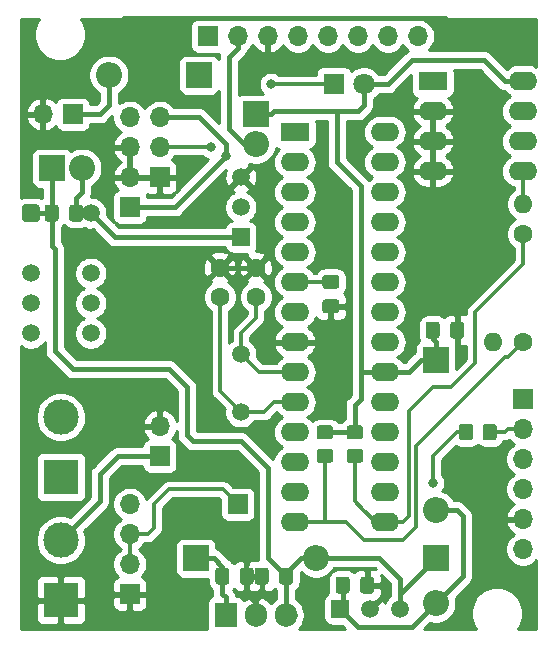
<source format=gbr>
%TF.GenerationSoftware,KiCad,Pcbnew,(5.1.12)-1*%
%TF.CreationDate,2025-06-06T13:01:38+02:00*%
%TF.ProjectId,telecommande,74656c65-636f-46d6-9d61-6e64652e6b69,rev?*%
%TF.SameCoordinates,Original*%
%TF.FileFunction,Copper,L2,Bot*%
%TF.FilePolarity,Positive*%
%FSLAX46Y46*%
G04 Gerber Fmt 4.6, Leading zero omitted, Abs format (unit mm)*
G04 Created by KiCad (PCBNEW (5.1.12)-1) date 2025-06-06 13:01:38*
%MOMM*%
%LPD*%
G01*
G04 APERTURE LIST*
%TA.AperFunction,ComponentPad*%
%ADD10O,1.700000X1.700000*%
%TD*%
%TA.AperFunction,ComponentPad*%
%ADD11R,1.700000X1.700000*%
%TD*%
%TA.AperFunction,ComponentPad*%
%ADD12O,2.200000X2.200000*%
%TD*%
%TA.AperFunction,ComponentPad*%
%ADD13R,2.200000X2.200000*%
%TD*%
%TA.AperFunction,ComponentPad*%
%ADD14O,2.400000X1.600000*%
%TD*%
%TA.AperFunction,ComponentPad*%
%ADD15R,2.400000X1.600000*%
%TD*%
%TA.AperFunction,ComponentPad*%
%ADD16O,1.600000X1.600000*%
%TD*%
%TA.AperFunction,ComponentPad*%
%ADD17C,1.600000*%
%TD*%
%TA.AperFunction,ComponentPad*%
%ADD18C,1.500000*%
%TD*%
%TA.AperFunction,ComponentPad*%
%ADD19O,1.905000X2.000000*%
%TD*%
%TA.AperFunction,ComponentPad*%
%ADD20R,1.905000X2.000000*%
%TD*%
%TA.AperFunction,ComponentPad*%
%ADD21R,1.500000X1.500000*%
%TD*%
%TA.AperFunction,ComponentPad*%
%ADD22C,3.000000*%
%TD*%
%TA.AperFunction,ComponentPad*%
%ADD23R,3.000000X3.000000*%
%TD*%
%TA.AperFunction,ComponentPad*%
%ADD24C,1.800000*%
%TD*%
%TA.AperFunction,ComponentPad*%
%ADD25R,1.800000X1.800000*%
%TD*%
%TA.AperFunction,ViaPad*%
%ADD26C,0.800000*%
%TD*%
%TA.AperFunction,Conductor*%
%ADD27C,0.450000*%
%TD*%
%TA.AperFunction,Conductor*%
%ADD28C,0.300000*%
%TD*%
%TA.AperFunction,Conductor*%
%ADD29C,0.254000*%
%TD*%
%TA.AperFunction,Conductor*%
%ADD30C,0.100000*%
%TD*%
G04 APERTURE END LIST*
D10*
%TO.P,J2,2*%
%TO.N,GND*%
X82550000Y-78740000D03*
D11*
%TO.P,J2,1*%
%TO.N,Net-(D3-Pad2)*%
X85090000Y-78740000D03*
%TD*%
D12*
%TO.P,D3,2*%
%TO.N,Net-(D3-Pad2)*%
X88138000Y-75438000D03*
D13*
%TO.P,D3,1*%
%TO.N,Net-(C8-Pad1)*%
X95758000Y-75438000D03*
%TD*%
D10*
%TO.P,J10,4*%
%TO.N,/VDD*%
X89916000Y-111760000D03*
%TO.P,J10,3*%
%TO.N,/RX*%
X89916000Y-114300000D03*
%TO.P,J10,2*%
X89916000Y-116840000D03*
D11*
%TO.P,J10,1*%
%TO.N,GND*%
X89916000Y-119380000D03*
%TD*%
D10*
%TO.P,J9,3*%
%TO.N,/VDD*%
X92456000Y-78994000D03*
%TO.P,J9,2*%
%TO.N,/RX*%
X92456000Y-81534000D03*
D11*
%TO.P,J9,1*%
%TO.N,GND*%
X92456000Y-84074000D03*
%TD*%
D10*
%TO.P,J4,2*%
%TO.N,GND*%
X92456000Y-105156000D03*
D11*
%TO.P,J4,1*%
%TO.N,/ANT*%
X92456000Y-107696000D03*
%TD*%
D10*
%TO.P,J3,4*%
%TO.N,/ANT*%
X89916000Y-78994000D03*
%TO.P,J3,3*%
%TO.N,GND*%
X89916000Y-81534000D03*
%TO.P,J3,2*%
X89916000Y-84074000D03*
D11*
%TO.P,J3,1*%
%TO.N,/VDD*%
X89916000Y-86614000D03*
%TD*%
D10*
%TO.P,J1,8*%
%TO.N,N/C*%
X114300000Y-72136000D03*
%TO.P,J1,7*%
X111760000Y-72136000D03*
%TO.P,J1,6*%
X109220000Y-72136000D03*
%TO.P,J1,5*%
%TO.N,/PGC*%
X106680000Y-72136000D03*
%TO.P,J1,4*%
%TO.N,/PGD*%
X104140000Y-72136000D03*
%TO.P,J1,3*%
%TO.N,GND*%
X101600000Y-72136000D03*
%TO.P,J1,2*%
%TO.N,/TVDD*%
X99060000Y-72136000D03*
D11*
%TO.P,J1,1*%
%TO.N,/MCLR*%
X96520000Y-72136000D03*
%TD*%
D14*
%TO.P,U3,8*%
%TO.N,/VDD*%
X123190000Y-75946000D03*
%TO.P,U3,4*%
%TO.N,GND*%
X115570000Y-83566000D03*
%TO.P,U3,7*%
%TO.N,Net-(JP1-Pad2)*%
X123190000Y-78486000D03*
%TO.P,U3,3*%
%TO.N,GND*%
X115570000Y-81026000D03*
%TO.P,U3,6*%
%TO.N,Net-(R2-Pad2)*%
X123190000Y-81026000D03*
%TO.P,U3,2*%
%TO.N,GND*%
X115570000Y-78486000D03*
%TO.P,U3,5*%
%TO.N,Net-(R3-Pad2)*%
X123190000Y-83566000D03*
D15*
%TO.P,U3,1*%
%TO.N,N/C*%
X115570000Y-75946000D03*
%TD*%
D16*
%TO.P,R2,2*%
%TO.N,Net-(R2-Pad2)*%
X120650000Y-98044000D03*
D17*
%TO.P,R2,1*%
%TO.N,/SCL*%
X123190000Y-98044000D03*
%TD*%
D12*
%TO.P,D5,2*%
%TO.N,/VCC*%
X115824000Y-120142000D03*
D13*
%TO.P,D5,1*%
%TO.N,/12VR*%
X115824000Y-116332000D03*
%TD*%
D12*
%TO.P,D1,2*%
%TO.N,/VCC*%
X115824000Y-112268000D03*
D13*
%TO.P,D1,1*%
%TO.N,/VDD*%
X115824000Y-99568000D03*
%TD*%
%TO.P,R5,2*%
%TO.N,Net-(R5-Pad2)*%
%TA.AperFunction,SMDPad,CuDef*%
G36*
G01*
X118980000Y-105213999D02*
X118980000Y-106114001D01*
G75*
G02*
X118730001Y-106364000I-249999J0D01*
G01*
X118029999Y-106364000D01*
G75*
G02*
X117780000Y-106114001I0J249999D01*
G01*
X117780000Y-105213999D01*
G75*
G02*
X118029999Y-104964000I249999J0D01*
G01*
X118730001Y-104964000D01*
G75*
G02*
X118980000Y-105213999I0J-249999D01*
G01*
G37*
%TD.AperFunction*%
%TO.P,R5,1*%
%TO.N,/CTS*%
%TA.AperFunction,SMDPad,CuDef*%
G36*
G01*
X120980000Y-105213999D02*
X120980000Y-106114001D01*
G75*
G02*
X120730001Y-106364000I-249999J0D01*
G01*
X120029999Y-106364000D01*
G75*
G02*
X119780000Y-106114001I0J249999D01*
G01*
X119780000Y-105213999D01*
G75*
G02*
X120029999Y-104964000I249999J0D01*
G01*
X120730001Y-104964000D01*
G75*
G02*
X120980000Y-105213999I0J-249999D01*
G01*
G37*
%TD.AperFunction*%
%TD*%
D12*
%TO.P,D7,2*%
%TO.N,/12VR*%
X105664000Y-116332000D03*
D13*
%TO.P,D7,1*%
%TO.N,Net-(C8-Pad1)*%
X95504000Y-116332000D03*
%TD*%
D18*
%TO.P,Y1,2*%
%TO.N,Net-(C3-Pad1)*%
X99314000Y-103960000D03*
%TO.P,Y1,1*%
%TO.N,Net-(C2-Pad1)*%
X99314000Y-99060000D03*
%TD*%
D19*
%TO.P,U4,3*%
%TO.N,/12VR*%
X103124000Y-121158000D03*
%TO.P,U4,2*%
%TO.N,GND*%
X100584000Y-121158000D03*
D20*
%TO.P,U4,1*%
%TO.N,Net-(C8-Pad1)*%
X98044000Y-121158000D03*
%TD*%
D14*
%TO.P,U2,28*%
%TO.N,/PGD*%
X111506000Y-80264000D03*
%TO.P,U2,14*%
%TO.N,/SCL*%
X103886000Y-113284000D03*
%TO.P,U2,27*%
%TO.N,/PGC*%
X111506000Y-82804000D03*
%TO.P,U2,13*%
%TO.N,Net-(R5-Pad2)*%
X103886000Y-110744000D03*
%TO.P,U2,26*%
%TO.N,N/C*%
X111506000Y-85344000D03*
%TO.P,U2,12*%
%TO.N,Net-(R4-Pad2)*%
X103886000Y-108204000D03*
%TO.P,U2,25*%
%TO.N,/RX*%
X111506000Y-87884000D03*
%TO.P,U2,11*%
%TO.N,/LED*%
X103886000Y-105664000D03*
%TO.P,U2,24*%
%TO.N,N/C*%
X111506000Y-90424000D03*
%TO.P,U2,10*%
%TO.N,Net-(C3-Pad1)*%
X103886000Y-103124000D03*
%TO.P,U2,23*%
%TO.N,/Bp1*%
X111506000Y-92964000D03*
%TO.P,U2,9*%
%TO.N,Net-(C2-Pad1)*%
X103886000Y-100584000D03*
%TO.P,U2,22*%
%TO.N,N/C*%
X111506000Y-95504000D03*
%TO.P,U2,8*%
%TO.N,GND*%
X103886000Y-98044000D03*
%TO.P,U2,21*%
%TO.N,N/C*%
X111506000Y-98044000D03*
%TO.P,U2,7*%
%TO.N,/Rel1*%
X103886000Y-95504000D03*
%TO.P,U2,20*%
%TO.N,/VDD*%
X111506000Y-100584000D03*
%TO.P,U2,6*%
%TO.N,Net-(C5-Pad1)*%
X103886000Y-92964000D03*
%TO.P,U2,19*%
%TO.N,GND*%
X111506000Y-103124000D03*
%TO.P,U2,5*%
%TO.N,N/C*%
X103886000Y-90424000D03*
%TO.P,U2,18*%
%TO.N,Net-(R7-Pad2)*%
X111506000Y-105664000D03*
%TO.P,U2,4*%
%TO.N,N/C*%
X103886000Y-87884000D03*
%TO.P,U2,17*%
%TO.N,Net-(R6-Pad2)*%
X111506000Y-108204000D03*
%TO.P,U2,3*%
%TO.N,N/C*%
X103886000Y-85344000D03*
%TO.P,U2,16*%
X111506000Y-110744000D03*
%TO.P,U2,2*%
X103886000Y-82804000D03*
%TO.P,U2,15*%
%TO.N,/SDA*%
X111506000Y-113284000D03*
D15*
%TO.P,U2,1*%
%TO.N,/MCLR*%
X103886000Y-80264000D03*
%TD*%
D21*
%TO.P,U1,1*%
%TO.N,/VCC*%
X107696000Y-120650000D03*
D18*
%TO.P,U1,3*%
%TO.N,/12VR*%
X112776000Y-120650000D03*
%TO.P,U1,2*%
%TO.N,GND*%
X110236000Y-120650000D03*
%TD*%
%TO.P,R9,2*%
%TO.N,/SDA*%
%TA.AperFunction,SMDPad,CuDef*%
G36*
G01*
X108515999Y-107080000D02*
X109416001Y-107080000D01*
G75*
G02*
X109666000Y-107329999I0J-249999D01*
G01*
X109666000Y-108030001D01*
G75*
G02*
X109416001Y-108280000I-249999J0D01*
G01*
X108515999Y-108280000D01*
G75*
G02*
X108266000Y-108030001I0J249999D01*
G01*
X108266000Y-107329999D01*
G75*
G02*
X108515999Y-107080000I249999J0D01*
G01*
G37*
%TD.AperFunction*%
%TO.P,R9,1*%
%TO.N,/VDD*%
%TA.AperFunction,SMDPad,CuDef*%
G36*
G01*
X108515999Y-105080000D02*
X109416001Y-105080000D01*
G75*
G02*
X109666000Y-105329999I0J-249999D01*
G01*
X109666000Y-106030001D01*
G75*
G02*
X109416001Y-106280000I-249999J0D01*
G01*
X108515999Y-106280000D01*
G75*
G02*
X108266000Y-106030001I0J249999D01*
G01*
X108266000Y-105329999D01*
G75*
G02*
X108515999Y-105080000I249999J0D01*
G01*
G37*
%TD.AperFunction*%
%TD*%
%TO.P,R8,2*%
%TO.N,/SCL*%
%TA.AperFunction,SMDPad,CuDef*%
G36*
G01*
X105975999Y-107080000D02*
X106876001Y-107080000D01*
G75*
G02*
X107126000Y-107329999I0J-249999D01*
G01*
X107126000Y-108030001D01*
G75*
G02*
X106876001Y-108280000I-249999J0D01*
G01*
X105975999Y-108280000D01*
G75*
G02*
X105726000Y-108030001I0J249999D01*
G01*
X105726000Y-107329999D01*
G75*
G02*
X105975999Y-107080000I249999J0D01*
G01*
G37*
%TD.AperFunction*%
%TO.P,R8,1*%
%TO.N,/VDD*%
%TA.AperFunction,SMDPad,CuDef*%
G36*
G01*
X105975999Y-105080000D02*
X106876001Y-105080000D01*
G75*
G02*
X107126000Y-105329999I0J-249999D01*
G01*
X107126000Y-106030001D01*
G75*
G02*
X106876001Y-106280000I-249999J0D01*
G01*
X105975999Y-106280000D01*
G75*
G02*
X105726000Y-106030001I0J249999D01*
G01*
X105726000Y-105329999D01*
G75*
G02*
X105975999Y-105080000I249999J0D01*
G01*
G37*
%TD.AperFunction*%
%TD*%
D16*
%TO.P,R3,2*%
%TO.N,Net-(R3-Pad2)*%
X123190000Y-86360000D03*
D17*
%TO.P,R3,1*%
%TO.N,/SDA*%
X123190000Y-88900000D03*
%TD*%
D21*
%TO.P,Q1,1*%
%TO.N,Net-(C7-Pad2)*%
X99314000Y-89154000D03*
D18*
%TO.P,Q1,3*%
%TO.N,GND*%
X99314000Y-84074000D03*
%TO.P,Q1,2*%
%TO.N,/Rel1*%
X99314000Y-86614000D03*
%TD*%
%TO.P,K1,12*%
%TO.N,Net-(C7-Pad2)*%
X86614000Y-87122000D03*
%TO.P,K1,10*%
%TO.N,N/C*%
X86614000Y-92202000D03*
%TO.P,K1,9*%
X86614000Y-94742000D03*
%TO.P,K1,8*%
X86614000Y-97282000D03*
%TO.P,K1,5*%
%TO.N,Net-(J7-Pad1)*%
X81534000Y-97282000D03*
%TO.P,K1,4*%
%TO.N,Net-(J7-Pad2)*%
X81534000Y-94742000D03*
%TO.P,K1,3*%
%TO.N,N/C*%
X81534000Y-92202000D03*
%TO.P,K1,1*%
%TO.N,/12VR*%
%TA.AperFunction,ComponentPad*%
G36*
G01*
X80784000Y-87621500D02*
X80784000Y-86622500D01*
G75*
G02*
X81034500Y-86372000I250500J0D01*
G01*
X82033500Y-86372000D01*
G75*
G02*
X82284000Y-86622500I0J-250500D01*
G01*
X82284000Y-87621500D01*
G75*
G02*
X82033500Y-87872000I-250500J0D01*
G01*
X81034500Y-87872000D01*
G75*
G02*
X80784000Y-87621500I0J250500D01*
G01*
G37*
%TD.AperFunction*%
%TD*%
D11*
%TO.P,J8,1*%
%TO.N,/RX*%
X99060000Y-111760000D03*
%TD*%
D22*
%TO.P,J7,2*%
%TO.N,Net-(J7-Pad2)*%
X84074000Y-104394000D03*
D23*
%TO.P,J7,1*%
%TO.N,Net-(J7-Pad1)*%
X84074000Y-109474000D03*
%TD*%
D22*
%TO.P,J6,2*%
%TO.N,/ANT*%
X84074000Y-114808000D03*
D23*
%TO.P,J6,1*%
%TO.N,GND*%
X84074000Y-119888000D03*
%TD*%
D10*
%TO.P,J5,6*%
%TO.N,N/C*%
X123190000Y-115570000D03*
%TO.P,J5,5*%
%TO.N,GND*%
X123190000Y-113030000D03*
%TO.P,J5,4*%
%TO.N,/TX1*%
X123190000Y-110490000D03*
%TO.P,J5,3*%
%TO.N,/RX1*%
X123190000Y-107950000D03*
%TO.P,J5,2*%
%TO.N,/CTS*%
X123190000Y-105410000D03*
D11*
%TO.P,J5,1*%
%TO.N,/RTS*%
X123190000Y-102870000D03*
%TD*%
D12*
%TO.P,D6,2*%
%TO.N,Net-(C7-Pad2)*%
X85852000Y-83312000D03*
D13*
%TO.P,D6,1*%
%TO.N,/12VR*%
X83312000Y-83312000D03*
%TD*%
D24*
%TO.P,D4,2*%
%TO.N,/VDD*%
X109728000Y-76200000D03*
D25*
%TO.P,D4,1*%
%TO.N,Net-(D4-Pad1)*%
X107188000Y-76200000D03*
%TD*%
D12*
%TO.P,D2,2*%
%TO.N,/TVDD*%
X100584000Y-81280000D03*
D13*
%TO.P,D2,1*%
%TO.N,/VDD*%
X100584000Y-78740000D03*
%TD*%
%TO.P,C8,2*%
%TO.N,GND*%
%TA.AperFunction,SMDPad,CuDef*%
G36*
G01*
X99234500Y-118331000D02*
X99234500Y-117381000D01*
G75*
G02*
X99484500Y-117131000I250000J0D01*
G01*
X100159500Y-117131000D01*
G75*
G02*
X100409500Y-117381000I0J-250000D01*
G01*
X100409500Y-118331000D01*
G75*
G02*
X100159500Y-118581000I-250000J0D01*
G01*
X99484500Y-118581000D01*
G75*
G02*
X99234500Y-118331000I0J250000D01*
G01*
G37*
%TD.AperFunction*%
%TO.P,C8,1*%
%TO.N,Net-(C8-Pad1)*%
%TA.AperFunction,SMDPad,CuDef*%
G36*
G01*
X97159500Y-118331000D02*
X97159500Y-117381000D01*
G75*
G02*
X97409500Y-117131000I250000J0D01*
G01*
X98084500Y-117131000D01*
G75*
G02*
X98334500Y-117381000I0J-250000D01*
G01*
X98334500Y-118331000D01*
G75*
G02*
X98084500Y-118581000I-250000J0D01*
G01*
X97409500Y-118581000D01*
G75*
G02*
X97159500Y-118331000I0J250000D01*
G01*
G37*
%TD.AperFunction*%
%TD*%
%TO.P,C7,2*%
%TO.N,Net-(C7-Pad2)*%
%TA.AperFunction,SMDPad,CuDef*%
G36*
G01*
X84778000Y-87597000D02*
X84778000Y-86647000D01*
G75*
G02*
X85028000Y-86397000I250000J0D01*
G01*
X85703000Y-86397000D01*
G75*
G02*
X85953000Y-86647000I0J-250000D01*
G01*
X85953000Y-87597000D01*
G75*
G02*
X85703000Y-87847000I-250000J0D01*
G01*
X85028000Y-87847000D01*
G75*
G02*
X84778000Y-87597000I0J250000D01*
G01*
G37*
%TD.AperFunction*%
%TO.P,C7,1*%
%TO.N,/12VR*%
%TA.AperFunction,SMDPad,CuDef*%
G36*
G01*
X82703000Y-87597000D02*
X82703000Y-86647000D01*
G75*
G02*
X82953000Y-86397000I250000J0D01*
G01*
X83628000Y-86397000D01*
G75*
G02*
X83878000Y-86647000I0J-250000D01*
G01*
X83878000Y-87597000D01*
G75*
G02*
X83628000Y-87847000I-250000J0D01*
G01*
X82953000Y-87847000D01*
G75*
G02*
X82703000Y-87597000I0J250000D01*
G01*
G37*
%TD.AperFunction*%
%TD*%
%TO.P,C6,2*%
%TO.N,GND*%
%TA.AperFunction,SMDPad,CuDef*%
G36*
G01*
X117036000Y-97503000D02*
X117036000Y-96553000D01*
G75*
G02*
X117286000Y-96303000I250000J0D01*
G01*
X117961000Y-96303000D01*
G75*
G02*
X118211000Y-96553000I0J-250000D01*
G01*
X118211000Y-97503000D01*
G75*
G02*
X117961000Y-97753000I-250000J0D01*
G01*
X117286000Y-97753000D01*
G75*
G02*
X117036000Y-97503000I0J250000D01*
G01*
G37*
%TD.AperFunction*%
%TO.P,C6,1*%
%TO.N,/VDD*%
%TA.AperFunction,SMDPad,CuDef*%
G36*
G01*
X114961000Y-97503000D02*
X114961000Y-96553000D01*
G75*
G02*
X115211000Y-96303000I250000J0D01*
G01*
X115886000Y-96303000D01*
G75*
G02*
X116136000Y-96553000I0J-250000D01*
G01*
X116136000Y-97503000D01*
G75*
G02*
X115886000Y-97753000I-250000J0D01*
G01*
X115211000Y-97753000D01*
G75*
G02*
X114961000Y-97503000I0J250000D01*
G01*
G37*
%TD.AperFunction*%
%TD*%
%TO.P,C5,2*%
%TO.N,GND*%
%TA.AperFunction,SMDPad,CuDef*%
G36*
G01*
X106459000Y-94430000D02*
X107409000Y-94430000D01*
G75*
G02*
X107659000Y-94680000I0J-250000D01*
G01*
X107659000Y-95355000D01*
G75*
G02*
X107409000Y-95605000I-250000J0D01*
G01*
X106459000Y-95605000D01*
G75*
G02*
X106209000Y-95355000I0J250000D01*
G01*
X106209000Y-94680000D01*
G75*
G02*
X106459000Y-94430000I250000J0D01*
G01*
G37*
%TD.AperFunction*%
%TO.P,C5,1*%
%TO.N,Net-(C5-Pad1)*%
%TA.AperFunction,SMDPad,CuDef*%
G36*
G01*
X106459000Y-92355000D02*
X107409000Y-92355000D01*
G75*
G02*
X107659000Y-92605000I0J-250000D01*
G01*
X107659000Y-93280000D01*
G75*
G02*
X107409000Y-93530000I-250000J0D01*
G01*
X106459000Y-93530000D01*
G75*
G02*
X106209000Y-93280000I0J250000D01*
G01*
X106209000Y-92605000D01*
G75*
G02*
X106459000Y-92355000I250000J0D01*
G01*
G37*
%TD.AperFunction*%
%TD*%
%TO.P,C4,2*%
%TO.N,GND*%
%TA.AperFunction,SMDPad,CuDef*%
G36*
G01*
X109416000Y-119093000D02*
X109416000Y-118143000D01*
G75*
G02*
X109666000Y-117893000I250000J0D01*
G01*
X110341000Y-117893000D01*
G75*
G02*
X110591000Y-118143000I0J-250000D01*
G01*
X110591000Y-119093000D01*
G75*
G02*
X110341000Y-119343000I-250000J0D01*
G01*
X109666000Y-119343000D01*
G75*
G02*
X109416000Y-119093000I0J250000D01*
G01*
G37*
%TD.AperFunction*%
%TO.P,C4,1*%
%TO.N,/VCC*%
%TA.AperFunction,SMDPad,CuDef*%
G36*
G01*
X107341000Y-119093000D02*
X107341000Y-118143000D01*
G75*
G02*
X107591000Y-117893000I250000J0D01*
G01*
X108266000Y-117893000D01*
G75*
G02*
X108516000Y-118143000I0J-250000D01*
G01*
X108516000Y-119093000D01*
G75*
G02*
X108266000Y-119343000I-250000J0D01*
G01*
X107591000Y-119343000D01*
G75*
G02*
X107341000Y-119093000I0J250000D01*
G01*
G37*
%TD.AperFunction*%
%TD*%
D17*
%TO.P,C3,2*%
%TO.N,GND*%
X97536000Y-91734000D03*
%TO.P,C3,1*%
%TO.N,Net-(C3-Pad1)*%
X97536000Y-94234000D03*
%TD*%
%TO.P,C2,2*%
%TO.N,GND*%
X100584000Y-91734000D03*
%TO.P,C2,1*%
%TO.N,Net-(C2-Pad1)*%
X100584000Y-94234000D03*
%TD*%
%TO.P,C1,2*%
%TO.N,GND*%
%TA.AperFunction,SMDPad,CuDef*%
G36*
G01*
X101658000Y-117381000D02*
X101658000Y-118331000D01*
G75*
G02*
X101408000Y-118581000I-250000J0D01*
G01*
X100733000Y-118581000D01*
G75*
G02*
X100483000Y-118331000I0J250000D01*
G01*
X100483000Y-117381000D01*
G75*
G02*
X100733000Y-117131000I250000J0D01*
G01*
X101408000Y-117131000D01*
G75*
G02*
X101658000Y-117381000I0J-250000D01*
G01*
G37*
%TD.AperFunction*%
%TO.P,C1,1*%
%TO.N,/12VR*%
%TA.AperFunction,SMDPad,CuDef*%
G36*
G01*
X103733000Y-117381000D02*
X103733000Y-118331000D01*
G75*
G02*
X103483000Y-118581000I-250000J0D01*
G01*
X102808000Y-118581000D01*
G75*
G02*
X102558000Y-118331000I0J250000D01*
G01*
X102558000Y-117381000D01*
G75*
G02*
X102808000Y-117131000I250000J0D01*
G01*
X103483000Y-117131000D01*
G75*
G02*
X103733000Y-117381000I0J-250000D01*
G01*
G37*
%TD.AperFunction*%
%TD*%
D26*
%TO.N,GND*%
X120142000Y-92710000D03*
X117348000Y-71374000D03*
X85344000Y-89662000D03*
%TO.N,Net-(D4-Pad1)*%
X101854000Y-76200000D03*
%TO.N,/RX*%
X96774000Y-81534000D03*
%TO.N,Net-(R5-Pad2)*%
X115570000Y-109982000D03*
%TO.N,/VDD*%
X98044000Y-82296000D03*
%TD*%
D27*
%TO.N,GND*%
X100584000Y-121158000D02*
X100584000Y-120396000D01*
X100584000Y-120650000D02*
X100584000Y-121158000D01*
X100584000Y-121158000D02*
X100584000Y-119888000D01*
X101070500Y-119401500D02*
X101070500Y-117856000D01*
X100584000Y-119888000D02*
X101070500Y-119401500D01*
X99822000Y-117856000D02*
X99822000Y-119380000D01*
X100584000Y-120142000D02*
X100584000Y-121158000D01*
X99822000Y-119380000D02*
X100584000Y-120142000D01*
X82550000Y-76708000D02*
X82550000Y-78740000D01*
X83820000Y-76200000D02*
X83058000Y-76200000D01*
X83058000Y-76200000D02*
X82550000Y-76708000D01*
X89413001Y-70606999D02*
X83820000Y-76200000D01*
X116580999Y-70606999D02*
X89413001Y-70606999D01*
X117348000Y-71374000D02*
X116580999Y-70606999D01*
X97536000Y-91734000D02*
X100584000Y-91734000D01*
%TO.N,/12VR*%
X103124000Y-121158000D02*
X103886000Y-121158000D01*
X112776000Y-120650000D02*
X112776000Y-118110000D01*
X110998000Y-116332000D02*
X105664000Y-116332000D01*
X112776000Y-118110000D02*
X110998000Y-116332000D01*
X115824000Y-116840000D02*
X115316000Y-116840000D01*
X112776000Y-119380000D02*
X112776000Y-120650000D01*
X115316000Y-116840000D02*
X112776000Y-119380000D01*
X83312000Y-87100500D02*
X83290500Y-87122000D01*
X83312000Y-83312000D02*
X83312000Y-87100500D01*
X81534000Y-87122000D02*
X83290500Y-87122000D01*
X105664000Y-116332000D02*
X105664000Y-116353500D01*
X103124000Y-117877500D02*
X103145500Y-117856000D01*
X103124000Y-121158000D02*
X103124000Y-117877500D01*
X103145500Y-117856000D02*
X103145500Y-117580500D01*
X104394000Y-116332000D02*
X105664000Y-116332000D01*
X103145500Y-117580500D02*
X104394000Y-116332000D01*
X101600000Y-116310500D02*
X103145500Y-117856000D01*
X99314000Y-106426000D02*
X101600000Y-108712000D01*
X94742000Y-101854000D02*
X94742000Y-105918000D01*
X101600000Y-108712000D02*
X101600000Y-116310500D01*
X94742000Y-105918000D02*
X95250000Y-106426000D01*
X93218000Y-100330000D02*
X94742000Y-101854000D01*
X95250000Y-106426000D02*
X99314000Y-106426000D01*
X85090000Y-100330000D02*
X93218000Y-100330000D01*
X83566000Y-98806000D02*
X85090000Y-100330000D01*
X83566000Y-90170000D02*
X83566000Y-98806000D01*
X83290500Y-89894500D02*
X83566000Y-90170000D01*
X83290500Y-87122000D02*
X83290500Y-89894500D01*
D28*
%TO.N,Net-(C2-Pad1)*%
X100838000Y-100584000D02*
X101346000Y-100584000D01*
X99314000Y-99060000D02*
X100838000Y-100584000D01*
X99314000Y-99060000D02*
X99314000Y-97282000D01*
X100584000Y-96012000D02*
X100584000Y-94234000D01*
X99314000Y-97282000D02*
X100584000Y-96012000D01*
X101346000Y-100584000D02*
X103886000Y-100584000D01*
%TO.N,Net-(C3-Pad1)*%
X102108000Y-103124000D02*
X101272000Y-103960000D01*
X101272000Y-103960000D02*
X100510000Y-103960000D01*
X100510000Y-103960000D02*
X99314000Y-103960000D01*
X100510000Y-103960000D02*
X99822000Y-103960000D01*
X97536000Y-102182000D02*
X99314000Y-103960000D01*
X97536000Y-94234000D02*
X97536000Y-102182000D01*
X102108000Y-103124000D02*
X103886000Y-103124000D01*
D27*
%TO.N,/VCC*%
X107928500Y-120417500D02*
X107696000Y-120650000D01*
X107928500Y-118618000D02*
X107928500Y-120417500D01*
X117602000Y-112268000D02*
X118110000Y-112776000D01*
X115824000Y-112268000D02*
X117602000Y-112268000D01*
X109220000Y-122174000D02*
X107696000Y-120650000D01*
X113792000Y-122174000D02*
X109220000Y-122174000D01*
X115824000Y-120142000D02*
X113792000Y-122174000D01*
X118110000Y-117856000D02*
X118110000Y-117602000D01*
X115824000Y-120142000D02*
X118110000Y-117856000D01*
X118110000Y-112776000D02*
X118110000Y-117602000D01*
D28*
%TO.N,Net-(C5-Pad1)*%
X106912500Y-92964000D02*
X106934000Y-92942500D01*
X103907500Y-92942500D02*
X103886000Y-92964000D01*
X106934000Y-92942500D02*
X103907500Y-92942500D01*
D27*
%TO.N,Net-(C7-Pad2)*%
X85365500Y-87122000D02*
X85365500Y-85830500D01*
X85852000Y-85344000D02*
X85852000Y-83312000D01*
X85365500Y-85830500D02*
X85852000Y-85344000D01*
X85365500Y-87122000D02*
X86614000Y-87122000D01*
X88646000Y-89154000D02*
X86614000Y-87122000D01*
X99314000Y-89154000D02*
X88646000Y-89154000D01*
%TO.N,Net-(C8-Pad1)*%
X97747000Y-119337000D02*
X97747000Y-117856000D01*
X98044000Y-119634000D02*
X97747000Y-119337000D01*
X98044000Y-121158000D02*
X98044000Y-119634000D01*
X97747000Y-117051000D02*
X97747000Y-117856000D01*
X97028000Y-116332000D02*
X97747000Y-117051000D01*
X95504000Y-116332000D02*
X97028000Y-116332000D01*
%TO.N,/TVDD*%
X99060000Y-73152000D02*
X99060000Y-72136000D01*
X100584000Y-81280000D02*
X99568000Y-81280000D01*
X99568000Y-81280000D02*
X98298000Y-80010000D01*
X98298000Y-73914000D02*
X98552000Y-73660000D01*
X98298000Y-80010000D02*
X98298000Y-73914000D01*
X98552000Y-73660000D02*
X99060000Y-73152000D01*
%TO.N,Net-(D3-Pad2)*%
X85090000Y-78740000D02*
X85852000Y-78740000D01*
X88138000Y-75438000D02*
X88138000Y-77978000D01*
X87376000Y-78740000D02*
X85090000Y-78740000D01*
X88138000Y-77978000D02*
X87376000Y-78740000D01*
D28*
%TO.N,Net-(D4-Pad1)*%
X101854000Y-76200000D02*
X101854000Y-76200000D01*
X101854000Y-76200000D02*
X107188000Y-76200000D01*
D27*
%TO.N,/ANT*%
X87376000Y-111506000D02*
X84074000Y-114808000D01*
X87376000Y-109220000D02*
X87376000Y-111506000D01*
X88900000Y-107696000D02*
X87376000Y-109220000D01*
X92456000Y-107696000D02*
X88900000Y-107696000D01*
D28*
%TO.N,/RX*%
X89916000Y-114300000D02*
X89916000Y-116840000D01*
X91440000Y-114300000D02*
X89916000Y-114300000D01*
X91948000Y-111760000D02*
X91948000Y-113792000D01*
X93218000Y-110490000D02*
X91948000Y-111760000D01*
X91948000Y-113792000D02*
X91440000Y-114300000D01*
X97790000Y-110490000D02*
X93218000Y-110490000D01*
X99060000Y-111760000D02*
X97790000Y-110490000D01*
X96774000Y-81534000D02*
X92456000Y-81534000D01*
%TO.N,/CTS*%
X120888000Y-105664000D02*
X121666000Y-105664000D01*
X121920000Y-105410000D02*
X123190000Y-105410000D01*
X121666000Y-105664000D02*
X121920000Y-105410000D01*
%TO.N,/SCL*%
X106172000Y-113284000D02*
X104394000Y-113284000D01*
X106426000Y-107680000D02*
X106426000Y-113284000D01*
X104394000Y-113284000D02*
X106426000Y-113284000D01*
X123190000Y-98044000D02*
X123190000Y-98552000D01*
X121920000Y-99314000D02*
X123190000Y-98044000D01*
X114173000Y-113665000D02*
X114173000Y-106807000D01*
X121666000Y-99314000D02*
X121920000Y-99314000D01*
X113030000Y-114808000D02*
X114173000Y-113665000D01*
X109728000Y-114808000D02*
X113030000Y-114808000D01*
X114173000Y-106807000D02*
X121666000Y-99314000D01*
X108204000Y-113284000D02*
X109728000Y-114808000D01*
X106426000Y-113284000D02*
X108204000Y-113284000D01*
%TO.N,Net-(R3-Pad2)*%
X123190000Y-83566000D02*
X123190000Y-86360000D01*
%TO.N,/SDA*%
X110744000Y-113284000D02*
X112014000Y-113284000D01*
X108966000Y-111506000D02*
X109601000Y-112141000D01*
X108966000Y-107680000D02*
X108966000Y-111506000D01*
X109474000Y-112014000D02*
X109601000Y-112141000D01*
X113030000Y-113284000D02*
X111506000Y-113284000D01*
X113538000Y-112776000D02*
X113030000Y-113284000D01*
X113538000Y-103886000D02*
X113538000Y-112776000D01*
X115570000Y-101854000D02*
X113538000Y-103886000D01*
X117094000Y-101854000D02*
X115570000Y-101854000D01*
X119126000Y-99822000D02*
X117094000Y-101854000D01*
X119126000Y-95504000D02*
X119126000Y-99822000D01*
X123190000Y-91440000D02*
X119126000Y-95504000D01*
X123190000Y-88900000D02*
X123190000Y-91440000D01*
X110744000Y-113284000D02*
X109601000Y-112141000D01*
X111506000Y-113284000D02*
X110744000Y-113284000D01*
%TO.N,Net-(R5-Pad2)*%
X117602000Y-105664000D02*
X118380000Y-105664000D01*
X115570000Y-107696000D02*
X117602000Y-105664000D01*
X115570000Y-109982000D02*
X115570000Y-107696000D01*
D27*
%TO.N,/VDD*%
X115548500Y-98784500D02*
X116332000Y-99568000D01*
X107442000Y-78486000D02*
X102108000Y-78486000D01*
X113538000Y-100584000D02*
X114554000Y-99568000D01*
X109728000Y-76200000D02*
X111760000Y-76200000D01*
X119888000Y-74168000D02*
X121666000Y-75946000D01*
X121666000Y-75946000D02*
X123190000Y-75946000D01*
X113792000Y-74168000D02*
X119888000Y-74168000D01*
X111760000Y-76200000D02*
X113792000Y-74168000D01*
X113538000Y-100584000D02*
X111506000Y-100584000D01*
X109474000Y-84836000D02*
X109474000Y-100076000D01*
X107442000Y-82804000D02*
X109474000Y-84836000D01*
X107442000Y-78486000D02*
X107442000Y-82804000D01*
X109474000Y-101346000D02*
X109474000Y-101854000D01*
X111506000Y-100584000D02*
X109474000Y-100584000D01*
X109474000Y-100584000D02*
X109474000Y-101854000D01*
X109474000Y-100076000D02*
X109474000Y-100584000D01*
X108966000Y-105680000D02*
X108966000Y-103378000D01*
X109474000Y-102870000D02*
X109474000Y-101854000D01*
X108966000Y-103378000D02*
X109474000Y-102870000D01*
X108966000Y-105680000D02*
X106426000Y-105680000D01*
X115548500Y-97028000D02*
X115548500Y-97768500D01*
X115824000Y-98044000D02*
X115824000Y-99568000D01*
X115548500Y-97768500D02*
X115824000Y-98044000D01*
X114554000Y-99568000D02*
X115824000Y-99568000D01*
X109728000Y-76200000D02*
X109728000Y-77978000D01*
X109220000Y-78486000D02*
X107442000Y-78486000D01*
X109728000Y-77978000D02*
X109220000Y-78486000D01*
X101854000Y-78740000D02*
X102108000Y-78486000D01*
X100584000Y-78740000D02*
X101854000Y-78740000D01*
X93726000Y-86614000D02*
X93472000Y-86614000D01*
X98044000Y-82296000D02*
X93726000Y-86614000D01*
X93472000Y-86614000D02*
X89916000Y-86614000D01*
X98044000Y-82296000D02*
X98044000Y-81280000D01*
X95758000Y-78994000D02*
X92456000Y-78994000D01*
X98044000Y-81280000D02*
X95758000Y-78994000D01*
%TD*%
D29*
%TO.N,GND*%
X122036525Y-106356632D02*
X122243368Y-106563475D01*
X122417760Y-106680000D01*
X122243368Y-106796525D01*
X122036525Y-107003368D01*
X121874010Y-107246589D01*
X121762068Y-107516842D01*
X121705000Y-107803740D01*
X121705000Y-108096260D01*
X121762068Y-108383158D01*
X121874010Y-108653411D01*
X122036525Y-108896632D01*
X122243368Y-109103475D01*
X122417760Y-109220000D01*
X122243368Y-109336525D01*
X122036525Y-109543368D01*
X121874010Y-109786589D01*
X121762068Y-110056842D01*
X121705000Y-110343740D01*
X121705000Y-110636260D01*
X121762068Y-110923158D01*
X121874010Y-111193411D01*
X122036525Y-111436632D01*
X122243368Y-111643475D01*
X122425534Y-111765195D01*
X122308645Y-111834822D01*
X122092412Y-112029731D01*
X121918359Y-112263080D01*
X121793175Y-112525901D01*
X121748524Y-112673110D01*
X121869845Y-112903000D01*
X123063000Y-112903000D01*
X123063000Y-112883000D01*
X123317000Y-112883000D01*
X123317000Y-112903000D01*
X123337000Y-112903000D01*
X123337000Y-113157000D01*
X123317000Y-113157000D01*
X123317000Y-113177000D01*
X123063000Y-113177000D01*
X123063000Y-113157000D01*
X121869845Y-113157000D01*
X121748524Y-113386890D01*
X121793175Y-113534099D01*
X121918359Y-113796920D01*
X122092412Y-114030269D01*
X122308645Y-114225178D01*
X122425534Y-114294805D01*
X122243368Y-114416525D01*
X122036525Y-114623368D01*
X121874010Y-114866589D01*
X121762068Y-115136842D01*
X121705000Y-115423740D01*
X121705000Y-115716260D01*
X121762068Y-116003158D01*
X121874010Y-116273411D01*
X122036525Y-116516632D01*
X122243368Y-116723475D01*
X122486589Y-116885990D01*
X122756842Y-116997932D01*
X123043740Y-117055000D01*
X123336260Y-117055000D01*
X123623158Y-116997932D01*
X123893411Y-116885990D01*
X124136632Y-116723475D01*
X124340001Y-116520106D01*
X124340001Y-122340000D01*
X122792652Y-122340000D01*
X122980631Y-122058669D01*
X123149110Y-121651925D01*
X123235000Y-121220128D01*
X123235000Y-120779872D01*
X123149110Y-120348075D01*
X122980631Y-119941331D01*
X122736038Y-119575271D01*
X122424729Y-119263962D01*
X122058669Y-119019369D01*
X121651925Y-118850890D01*
X121220128Y-118765000D01*
X120779872Y-118765000D01*
X120348075Y-118850890D01*
X119941331Y-119019369D01*
X119575271Y-119263962D01*
X119263962Y-119575271D01*
X119019369Y-119941331D01*
X118850890Y-120348075D01*
X118765000Y-120779872D01*
X118765000Y-121220128D01*
X118850890Y-121651925D01*
X119019369Y-122058669D01*
X119207348Y-122340000D01*
X114842223Y-122340000D01*
X115362943Y-121819281D01*
X115653117Y-121877000D01*
X115994883Y-121877000D01*
X116330081Y-121810325D01*
X116645831Y-121679537D01*
X116929998Y-121489663D01*
X117171663Y-121247998D01*
X117361537Y-120963831D01*
X117492325Y-120648081D01*
X117559000Y-120312883D01*
X117559000Y-119971117D01*
X117501281Y-119680943D01*
X118688242Y-118493982D01*
X118721054Y-118467054D01*
X118828524Y-118336102D01*
X118908381Y-118186700D01*
X118957556Y-118024589D01*
X118970000Y-117898246D01*
X118970000Y-117898240D01*
X118974160Y-117856001D01*
X118970000Y-117813762D01*
X118970000Y-112818238D01*
X118974160Y-112775999D01*
X118970000Y-112733760D01*
X118970000Y-112733754D01*
X118959598Y-112628139D01*
X118957556Y-112607409D01*
X118924670Y-112499000D01*
X118908381Y-112445300D01*
X118828524Y-112295898D01*
X118721054Y-112164946D01*
X118688231Y-112138009D01*
X118239988Y-111689765D01*
X118213054Y-111656946D01*
X118082102Y-111549476D01*
X117932700Y-111469619D01*
X117770589Y-111420444D01*
X117644246Y-111408000D01*
X117644239Y-111408000D01*
X117602000Y-111403840D01*
X117559761Y-111408000D01*
X117336033Y-111408000D01*
X117171663Y-111162002D01*
X116929998Y-110920337D01*
X116645831Y-110730463D01*
X116386462Y-110623029D01*
X116487205Y-110472256D01*
X116565226Y-110283898D01*
X116605000Y-110083939D01*
X116605000Y-109880061D01*
X116565226Y-109680102D01*
X116487205Y-109491744D01*
X116373937Y-109322226D01*
X116355000Y-109303289D01*
X116355000Y-108021157D01*
X117529550Y-106846608D01*
X117536613Y-106852405D01*
X117690149Y-106934472D01*
X117856745Y-106985008D01*
X118029999Y-107002072D01*
X118730001Y-107002072D01*
X118903255Y-106985008D01*
X119069851Y-106934472D01*
X119223387Y-106852405D01*
X119357962Y-106741962D01*
X119380000Y-106715109D01*
X119402038Y-106741962D01*
X119536613Y-106852405D01*
X119690149Y-106934472D01*
X119856745Y-106985008D01*
X120029999Y-107002072D01*
X120730001Y-107002072D01*
X120903255Y-106985008D01*
X121069851Y-106934472D01*
X121223387Y-106852405D01*
X121357962Y-106741962D01*
X121468405Y-106607387D01*
X121550472Y-106453851D01*
X121551944Y-106449000D01*
X121627447Y-106449000D01*
X121666000Y-106452797D01*
X121704553Y-106449000D01*
X121704561Y-106449000D01*
X121819887Y-106437641D01*
X121967860Y-106392754D01*
X122036240Y-106356205D01*
X122036525Y-106356632D01*
%TA.AperFunction,Conductor*%
D30*
G36*
X122036525Y-106356632D02*
G01*
X122243368Y-106563475D01*
X122417760Y-106680000D01*
X122243368Y-106796525D01*
X122036525Y-107003368D01*
X121874010Y-107246589D01*
X121762068Y-107516842D01*
X121705000Y-107803740D01*
X121705000Y-108096260D01*
X121762068Y-108383158D01*
X121874010Y-108653411D01*
X122036525Y-108896632D01*
X122243368Y-109103475D01*
X122417760Y-109220000D01*
X122243368Y-109336525D01*
X122036525Y-109543368D01*
X121874010Y-109786589D01*
X121762068Y-110056842D01*
X121705000Y-110343740D01*
X121705000Y-110636260D01*
X121762068Y-110923158D01*
X121874010Y-111193411D01*
X122036525Y-111436632D01*
X122243368Y-111643475D01*
X122425534Y-111765195D01*
X122308645Y-111834822D01*
X122092412Y-112029731D01*
X121918359Y-112263080D01*
X121793175Y-112525901D01*
X121748524Y-112673110D01*
X121869845Y-112903000D01*
X123063000Y-112903000D01*
X123063000Y-112883000D01*
X123317000Y-112883000D01*
X123317000Y-112903000D01*
X123337000Y-112903000D01*
X123337000Y-113157000D01*
X123317000Y-113157000D01*
X123317000Y-113177000D01*
X123063000Y-113177000D01*
X123063000Y-113157000D01*
X121869845Y-113157000D01*
X121748524Y-113386890D01*
X121793175Y-113534099D01*
X121918359Y-113796920D01*
X122092412Y-114030269D01*
X122308645Y-114225178D01*
X122425534Y-114294805D01*
X122243368Y-114416525D01*
X122036525Y-114623368D01*
X121874010Y-114866589D01*
X121762068Y-115136842D01*
X121705000Y-115423740D01*
X121705000Y-115716260D01*
X121762068Y-116003158D01*
X121874010Y-116273411D01*
X122036525Y-116516632D01*
X122243368Y-116723475D01*
X122486589Y-116885990D01*
X122756842Y-116997932D01*
X123043740Y-117055000D01*
X123336260Y-117055000D01*
X123623158Y-116997932D01*
X123893411Y-116885990D01*
X124136632Y-116723475D01*
X124340001Y-116520106D01*
X124340001Y-122340000D01*
X122792652Y-122340000D01*
X122980631Y-122058669D01*
X123149110Y-121651925D01*
X123235000Y-121220128D01*
X123235000Y-120779872D01*
X123149110Y-120348075D01*
X122980631Y-119941331D01*
X122736038Y-119575271D01*
X122424729Y-119263962D01*
X122058669Y-119019369D01*
X121651925Y-118850890D01*
X121220128Y-118765000D01*
X120779872Y-118765000D01*
X120348075Y-118850890D01*
X119941331Y-119019369D01*
X119575271Y-119263962D01*
X119263962Y-119575271D01*
X119019369Y-119941331D01*
X118850890Y-120348075D01*
X118765000Y-120779872D01*
X118765000Y-121220128D01*
X118850890Y-121651925D01*
X119019369Y-122058669D01*
X119207348Y-122340000D01*
X114842223Y-122340000D01*
X115362943Y-121819281D01*
X115653117Y-121877000D01*
X115994883Y-121877000D01*
X116330081Y-121810325D01*
X116645831Y-121679537D01*
X116929998Y-121489663D01*
X117171663Y-121247998D01*
X117361537Y-120963831D01*
X117492325Y-120648081D01*
X117559000Y-120312883D01*
X117559000Y-119971117D01*
X117501281Y-119680943D01*
X118688242Y-118493982D01*
X118721054Y-118467054D01*
X118828524Y-118336102D01*
X118908381Y-118186700D01*
X118957556Y-118024589D01*
X118970000Y-117898246D01*
X118970000Y-117898240D01*
X118974160Y-117856001D01*
X118970000Y-117813762D01*
X118970000Y-112818238D01*
X118974160Y-112775999D01*
X118970000Y-112733760D01*
X118970000Y-112733754D01*
X118959598Y-112628139D01*
X118957556Y-112607409D01*
X118924670Y-112499000D01*
X118908381Y-112445300D01*
X118828524Y-112295898D01*
X118721054Y-112164946D01*
X118688231Y-112138009D01*
X118239988Y-111689765D01*
X118213054Y-111656946D01*
X118082102Y-111549476D01*
X117932700Y-111469619D01*
X117770589Y-111420444D01*
X117644246Y-111408000D01*
X117644239Y-111408000D01*
X117602000Y-111403840D01*
X117559761Y-111408000D01*
X117336033Y-111408000D01*
X117171663Y-111162002D01*
X116929998Y-110920337D01*
X116645831Y-110730463D01*
X116386462Y-110623029D01*
X116487205Y-110472256D01*
X116565226Y-110283898D01*
X116605000Y-110083939D01*
X116605000Y-109880061D01*
X116565226Y-109680102D01*
X116487205Y-109491744D01*
X116373937Y-109322226D01*
X116355000Y-109303289D01*
X116355000Y-108021157D01*
X117529550Y-106846608D01*
X117536613Y-106852405D01*
X117690149Y-106934472D01*
X117856745Y-106985008D01*
X118029999Y-107002072D01*
X118730001Y-107002072D01*
X118903255Y-106985008D01*
X119069851Y-106934472D01*
X119223387Y-106852405D01*
X119357962Y-106741962D01*
X119380000Y-106715109D01*
X119402038Y-106741962D01*
X119536613Y-106852405D01*
X119690149Y-106934472D01*
X119856745Y-106985008D01*
X120029999Y-107002072D01*
X120730001Y-107002072D01*
X120903255Y-106985008D01*
X121069851Y-106934472D01*
X121223387Y-106852405D01*
X121357962Y-106741962D01*
X121468405Y-106607387D01*
X121550472Y-106453851D01*
X121551944Y-106449000D01*
X121627447Y-106449000D01*
X121666000Y-106452797D01*
X121704553Y-106449000D01*
X121704561Y-106449000D01*
X121819887Y-106437641D01*
X121967860Y-106392754D01*
X122036240Y-106356205D01*
X122036525Y-106356632D01*
G37*
%TD.AperFunction*%
D29*
X110717610Y-117267834D02*
X110715482Y-117267188D01*
X110591000Y-117254928D01*
X110289250Y-117258000D01*
X110130500Y-117416750D01*
X110130500Y-118491000D01*
X111067250Y-118491000D01*
X111226000Y-118332250D01*
X111229072Y-117893000D01*
X111216812Y-117768518D01*
X111216166Y-117766390D01*
X111916001Y-118466225D01*
X111916001Y-119337750D01*
X111916000Y-119337755D01*
X111916000Y-119337761D01*
X111911840Y-119380000D01*
X111916000Y-119422244D01*
X111916000Y-119558909D01*
X111893114Y-119574201D01*
X111700201Y-119767114D01*
X111548629Y-119993957D01*
X111507489Y-120093279D01*
X111492277Y-120051168D01*
X111431860Y-119938137D01*
X111192993Y-119872612D01*
X110415605Y-120650000D01*
X110429748Y-120664143D01*
X110250143Y-120843748D01*
X110236000Y-120829605D01*
X110221858Y-120843748D01*
X110042253Y-120664143D01*
X110056395Y-120650000D01*
X110042253Y-120635858D01*
X110221858Y-120456253D01*
X110236000Y-120470395D01*
X110747207Y-119959188D01*
X110835180Y-119932502D01*
X110945494Y-119873537D01*
X111042185Y-119794185D01*
X111121537Y-119697494D01*
X111180502Y-119587180D01*
X111216812Y-119467482D01*
X111229072Y-119343000D01*
X111226000Y-118903750D01*
X111067250Y-118745000D01*
X110130500Y-118745000D01*
X110130500Y-118765000D01*
X109876500Y-118765000D01*
X109876500Y-118745000D01*
X109856500Y-118745000D01*
X109856500Y-118491000D01*
X109876500Y-118491000D01*
X109876500Y-117416750D01*
X109717750Y-117258000D01*
X109416000Y-117254928D01*
X109291518Y-117267188D01*
X109171820Y-117303498D01*
X109061506Y-117362463D01*
X108964815Y-117441815D01*
X108899342Y-117521594D01*
X108893962Y-117515038D01*
X108759386Y-117404595D01*
X108605850Y-117322528D01*
X108439254Y-117271992D01*
X108266000Y-117254928D01*
X107591000Y-117254928D01*
X107417746Y-117271992D01*
X107251150Y-117322528D01*
X107097614Y-117404595D01*
X106963038Y-117515038D01*
X106852595Y-117649614D01*
X106770528Y-117803150D01*
X106719992Y-117969746D01*
X106702928Y-118143000D01*
X106702928Y-119093000D01*
X106719992Y-119266254D01*
X106730751Y-119301722D01*
X106701820Y-119310498D01*
X106591506Y-119369463D01*
X106494815Y-119448815D01*
X106415463Y-119545506D01*
X106356498Y-119655820D01*
X106320188Y-119775518D01*
X106307928Y-119900000D01*
X106307928Y-121400000D01*
X106320188Y-121524482D01*
X106356498Y-121644180D01*
X106415463Y-121754494D01*
X106494815Y-121851185D01*
X106591506Y-121930537D01*
X106701820Y-121989502D01*
X106821518Y-122025812D01*
X106946000Y-122038072D01*
X107867849Y-122038072D01*
X108169777Y-122340000D01*
X104243998Y-122340000D01*
X104251963Y-122333463D01*
X104450345Y-122091734D01*
X104597755Y-121815948D01*
X104688530Y-121516703D01*
X104694609Y-121454982D01*
X104733556Y-121326589D01*
X104750161Y-121158000D01*
X104733556Y-120989411D01*
X104694609Y-120861018D01*
X104688530Y-120799296D01*
X104597755Y-120500051D01*
X104450345Y-120224265D01*
X104251963Y-119982537D01*
X104010234Y-119784155D01*
X103984000Y-119770133D01*
X103984000Y-119063156D01*
X104110962Y-118958962D01*
X104221405Y-118824386D01*
X104303472Y-118670850D01*
X104354008Y-118504254D01*
X104371072Y-118331000D01*
X104371072Y-117571151D01*
X104410281Y-117531942D01*
X104558002Y-117679663D01*
X104842169Y-117869537D01*
X105157919Y-118000325D01*
X105493117Y-118067000D01*
X105834883Y-118067000D01*
X106170081Y-118000325D01*
X106485831Y-117869537D01*
X106769998Y-117679663D01*
X107011663Y-117437998D01*
X107176033Y-117192000D01*
X110641777Y-117192000D01*
X110717610Y-117267834D01*
%TA.AperFunction,Conductor*%
D30*
G36*
X110717610Y-117267834D02*
G01*
X110715482Y-117267188D01*
X110591000Y-117254928D01*
X110289250Y-117258000D01*
X110130500Y-117416750D01*
X110130500Y-118491000D01*
X111067250Y-118491000D01*
X111226000Y-118332250D01*
X111229072Y-117893000D01*
X111216812Y-117768518D01*
X111216166Y-117766390D01*
X111916001Y-118466225D01*
X111916001Y-119337750D01*
X111916000Y-119337755D01*
X111916000Y-119337761D01*
X111911840Y-119380000D01*
X111916000Y-119422244D01*
X111916000Y-119558909D01*
X111893114Y-119574201D01*
X111700201Y-119767114D01*
X111548629Y-119993957D01*
X111507489Y-120093279D01*
X111492277Y-120051168D01*
X111431860Y-119938137D01*
X111192993Y-119872612D01*
X110415605Y-120650000D01*
X110429748Y-120664143D01*
X110250143Y-120843748D01*
X110236000Y-120829605D01*
X110221858Y-120843748D01*
X110042253Y-120664143D01*
X110056395Y-120650000D01*
X110042253Y-120635858D01*
X110221858Y-120456253D01*
X110236000Y-120470395D01*
X110747207Y-119959188D01*
X110835180Y-119932502D01*
X110945494Y-119873537D01*
X111042185Y-119794185D01*
X111121537Y-119697494D01*
X111180502Y-119587180D01*
X111216812Y-119467482D01*
X111229072Y-119343000D01*
X111226000Y-118903750D01*
X111067250Y-118745000D01*
X110130500Y-118745000D01*
X110130500Y-118765000D01*
X109876500Y-118765000D01*
X109876500Y-118745000D01*
X109856500Y-118745000D01*
X109856500Y-118491000D01*
X109876500Y-118491000D01*
X109876500Y-117416750D01*
X109717750Y-117258000D01*
X109416000Y-117254928D01*
X109291518Y-117267188D01*
X109171820Y-117303498D01*
X109061506Y-117362463D01*
X108964815Y-117441815D01*
X108899342Y-117521594D01*
X108893962Y-117515038D01*
X108759386Y-117404595D01*
X108605850Y-117322528D01*
X108439254Y-117271992D01*
X108266000Y-117254928D01*
X107591000Y-117254928D01*
X107417746Y-117271992D01*
X107251150Y-117322528D01*
X107097614Y-117404595D01*
X106963038Y-117515038D01*
X106852595Y-117649614D01*
X106770528Y-117803150D01*
X106719992Y-117969746D01*
X106702928Y-118143000D01*
X106702928Y-119093000D01*
X106719992Y-119266254D01*
X106730751Y-119301722D01*
X106701820Y-119310498D01*
X106591506Y-119369463D01*
X106494815Y-119448815D01*
X106415463Y-119545506D01*
X106356498Y-119655820D01*
X106320188Y-119775518D01*
X106307928Y-119900000D01*
X106307928Y-121400000D01*
X106320188Y-121524482D01*
X106356498Y-121644180D01*
X106415463Y-121754494D01*
X106494815Y-121851185D01*
X106591506Y-121930537D01*
X106701820Y-121989502D01*
X106821518Y-122025812D01*
X106946000Y-122038072D01*
X107867849Y-122038072D01*
X108169777Y-122340000D01*
X104243998Y-122340000D01*
X104251963Y-122333463D01*
X104450345Y-122091734D01*
X104597755Y-121815948D01*
X104688530Y-121516703D01*
X104694609Y-121454982D01*
X104733556Y-121326589D01*
X104750161Y-121158000D01*
X104733556Y-120989411D01*
X104694609Y-120861018D01*
X104688530Y-120799296D01*
X104597755Y-120500051D01*
X104450345Y-120224265D01*
X104251963Y-119982537D01*
X104010234Y-119784155D01*
X103984000Y-119770133D01*
X103984000Y-119063156D01*
X104110962Y-118958962D01*
X104221405Y-118824386D01*
X104303472Y-118670850D01*
X104354008Y-118504254D01*
X104371072Y-118331000D01*
X104371072Y-117571151D01*
X104410281Y-117531942D01*
X104558002Y-117679663D01*
X104842169Y-117869537D01*
X105157919Y-118000325D01*
X105493117Y-118067000D01*
X105834883Y-118067000D01*
X106170081Y-118000325D01*
X106485831Y-117869537D01*
X106769998Y-117679663D01*
X107011663Y-117437998D01*
X107176033Y-117192000D01*
X110641777Y-117192000D01*
X110717610Y-117267834D01*
G37*
%TD.AperFunction*%
D29*
X82706001Y-98763751D02*
X82701840Y-98806000D01*
X82718444Y-98974589D01*
X82767620Y-99136700D01*
X82847477Y-99286102D01*
X82927630Y-99383768D01*
X82954947Y-99417054D01*
X82987760Y-99443983D01*
X84452012Y-100908235D01*
X84478946Y-100941054D01*
X84609898Y-101048524D01*
X84759300Y-101128381D01*
X84845950Y-101154665D01*
X84921409Y-101177556D01*
X84952538Y-101180622D01*
X85047754Y-101190000D01*
X85047760Y-101190000D01*
X85089999Y-101194160D01*
X85132238Y-101190000D01*
X92861777Y-101190000D01*
X93882000Y-102210223D01*
X93882001Y-104748090D01*
X93852825Y-104651901D01*
X93727641Y-104389080D01*
X93553588Y-104155731D01*
X93337355Y-103960822D01*
X93087252Y-103811843D01*
X92812891Y-103714519D01*
X92583000Y-103835186D01*
X92583000Y-105029000D01*
X92603000Y-105029000D01*
X92603000Y-105283000D01*
X92583000Y-105283000D01*
X92583000Y-105303000D01*
X92329000Y-105303000D01*
X92329000Y-105283000D01*
X91135845Y-105283000D01*
X91014524Y-105512890D01*
X91059175Y-105660099D01*
X91184359Y-105922920D01*
X91358412Y-106156269D01*
X91442466Y-106232034D01*
X91361820Y-106256498D01*
X91251506Y-106315463D01*
X91154815Y-106394815D01*
X91075463Y-106491506D01*
X91016498Y-106601820D01*
X90980188Y-106721518D01*
X90968913Y-106836000D01*
X88942238Y-106836000D01*
X88899999Y-106831840D01*
X88857760Y-106836000D01*
X88857754Y-106836000D01*
X88762538Y-106845378D01*
X88731409Y-106848444D01*
X88655950Y-106871335D01*
X88569300Y-106897619D01*
X88419898Y-106977476D01*
X88288946Y-107084946D01*
X88262012Y-107117765D01*
X86797765Y-108582012D01*
X86764946Y-108608946D01*
X86657476Y-108739899D01*
X86577619Y-108889301D01*
X86548051Y-108986774D01*
X86531087Y-109042700D01*
X86528444Y-109051412D01*
X86516000Y-109177755D01*
X86516000Y-109177761D01*
X86511840Y-109220000D01*
X86516000Y-109262239D01*
X86516001Y-111149775D01*
X84848058Y-112817718D01*
X84696756Y-112755047D01*
X84284279Y-112673000D01*
X83863721Y-112673000D01*
X83451244Y-112755047D01*
X83062698Y-112915988D01*
X82713017Y-113149637D01*
X82415637Y-113447017D01*
X82181988Y-113796698D01*
X82021047Y-114185244D01*
X81939000Y-114597721D01*
X81939000Y-115018279D01*
X82021047Y-115430756D01*
X82181988Y-115819302D01*
X82415637Y-116168983D01*
X82713017Y-116466363D01*
X83062698Y-116700012D01*
X83451244Y-116860953D01*
X83863721Y-116943000D01*
X84284279Y-116943000D01*
X84696756Y-116860953D01*
X85085302Y-116700012D01*
X85434983Y-116466363D01*
X85732363Y-116168983D01*
X85966012Y-115819302D01*
X86126953Y-115430756D01*
X86209000Y-115018279D01*
X86209000Y-114597721D01*
X86126953Y-114185244D01*
X86064282Y-114033942D01*
X87954241Y-112143983D01*
X87987054Y-112117054D01*
X88094524Y-111986102D01*
X88174381Y-111836700D01*
X88223556Y-111674589D01*
X88236000Y-111548246D01*
X88236000Y-111548240D01*
X88240160Y-111506001D01*
X88236000Y-111463762D01*
X88236000Y-109576223D01*
X89256223Y-108556000D01*
X90968913Y-108556000D01*
X90980188Y-108670482D01*
X91016498Y-108790180D01*
X91075463Y-108900494D01*
X91154815Y-108997185D01*
X91251506Y-109076537D01*
X91361820Y-109135502D01*
X91481518Y-109171812D01*
X91606000Y-109184072D01*
X93306000Y-109184072D01*
X93430482Y-109171812D01*
X93550180Y-109135502D01*
X93660494Y-109076537D01*
X93757185Y-108997185D01*
X93836537Y-108900494D01*
X93895502Y-108790180D01*
X93931812Y-108670482D01*
X93944072Y-108546000D01*
X93944072Y-106846000D01*
X93931812Y-106721518D01*
X93895502Y-106601820D01*
X93836537Y-106491506D01*
X93757185Y-106394815D01*
X93660494Y-106315463D01*
X93550180Y-106256498D01*
X93469534Y-106232034D01*
X93553588Y-106156269D01*
X93727641Y-105922920D01*
X93852825Y-105660099D01*
X93882001Y-105563910D01*
X93882001Y-105875751D01*
X93877840Y-105918000D01*
X93894444Y-106086589D01*
X93943620Y-106248700D01*
X94023477Y-106398102D01*
X94089361Y-106478381D01*
X94130947Y-106529054D01*
X94163761Y-106555984D01*
X94612008Y-107004230D01*
X94638946Y-107037054D01*
X94769898Y-107144524D01*
X94919300Y-107224381D01*
X95005950Y-107250665D01*
X95081409Y-107273556D01*
X95112538Y-107276622D01*
X95207754Y-107286000D01*
X95207760Y-107286000D01*
X95249999Y-107290160D01*
X95292238Y-107286000D01*
X98957777Y-107286000D01*
X100740000Y-109068224D01*
X100740001Y-116268251D01*
X100735840Y-116310500D01*
X100752444Y-116479089D01*
X100757490Y-116495722D01*
X100483000Y-116492928D01*
X100446250Y-116496547D01*
X100409500Y-116492928D01*
X100107750Y-116496000D01*
X99949000Y-116654750D01*
X99949000Y-116782985D01*
X99893498Y-116886820D01*
X99857188Y-117006518D01*
X99844928Y-117131000D01*
X99848000Y-117570250D01*
X99949000Y-117671250D01*
X99949000Y-117729000D01*
X100943500Y-117729000D01*
X100943500Y-117709000D01*
X101197500Y-117709000D01*
X101197500Y-117729000D01*
X101217500Y-117729000D01*
X101217500Y-117983000D01*
X101197500Y-117983000D01*
X101197500Y-119057250D01*
X101356250Y-119216000D01*
X101658000Y-119219072D01*
X101782482Y-119206812D01*
X101902180Y-119170502D01*
X102012494Y-119111537D01*
X102109185Y-119032185D01*
X102174658Y-118952406D01*
X102180038Y-118958962D01*
X102264001Y-119027868D01*
X102264000Y-119770132D01*
X102237765Y-119784155D01*
X101996037Y-119982537D01*
X101848838Y-120161900D01*
X101693437Y-119976685D01*
X101450923Y-119782031D01*
X101175094Y-119638429D01*
X100956980Y-119567437D01*
X100711000Y-119687406D01*
X100711000Y-121031000D01*
X100731000Y-121031000D01*
X100731000Y-121285000D01*
X100711000Y-121285000D01*
X100711000Y-121305000D01*
X100457000Y-121305000D01*
X100457000Y-121285000D01*
X100437000Y-121285000D01*
X100437000Y-121031000D01*
X100457000Y-121031000D01*
X100457000Y-119687406D01*
X100211020Y-119567437D01*
X99992906Y-119638429D01*
X99717077Y-119782031D01*
X99576059Y-119895219D01*
X99527037Y-119803506D01*
X99447685Y-119706815D01*
X99350994Y-119627463D01*
X99240680Y-119568498D01*
X99120982Y-119532188D01*
X98996500Y-119519928D01*
X98896926Y-119519928D01*
X98891556Y-119465411D01*
X98891556Y-119465409D01*
X98865647Y-119380000D01*
X98842381Y-119303300D01*
X98762524Y-119153898D01*
X98655054Y-119022946D01*
X98644775Y-119014511D01*
X98712462Y-118958962D01*
X98717842Y-118952406D01*
X98783315Y-119032185D01*
X98880006Y-119111537D01*
X98990320Y-119170502D01*
X99110018Y-119206812D01*
X99234500Y-119219072D01*
X99536250Y-119216000D01*
X99695000Y-119057250D01*
X99695000Y-118581000D01*
X99844928Y-118581000D01*
X99857188Y-118705482D01*
X99893498Y-118825180D01*
X99949000Y-118929015D01*
X99949000Y-119057250D01*
X100107750Y-119216000D01*
X100409500Y-119219072D01*
X100446250Y-119215453D01*
X100483000Y-119219072D01*
X100784750Y-119216000D01*
X100943500Y-119057250D01*
X100943500Y-118929015D01*
X100999002Y-118825180D01*
X101035312Y-118705482D01*
X101047572Y-118581000D01*
X101044500Y-118141750D01*
X100943500Y-118040750D01*
X100943500Y-117983000D01*
X99949000Y-117983000D01*
X99949000Y-118040750D01*
X99848000Y-118141750D01*
X99844928Y-118581000D01*
X99695000Y-118581000D01*
X99695000Y-117983000D01*
X99675000Y-117983000D01*
X99675000Y-117729000D01*
X99695000Y-117729000D01*
X99695000Y-116654750D01*
X99536250Y-116496000D01*
X99234500Y-116492928D01*
X99110018Y-116505188D01*
X98990320Y-116541498D01*
X98880006Y-116600463D01*
X98783315Y-116679815D01*
X98717842Y-116759594D01*
X98712462Y-116753038D01*
X98577886Y-116642595D01*
X98474233Y-116587191D01*
X98465524Y-116570898D01*
X98358054Y-116439946D01*
X98325241Y-116413018D01*
X97665988Y-115753764D01*
X97639054Y-115720946D01*
X97508102Y-115613476D01*
X97358700Y-115533619D01*
X97242072Y-115498241D01*
X97242072Y-115232000D01*
X97229812Y-115107518D01*
X97193502Y-114987820D01*
X97134537Y-114877506D01*
X97055185Y-114780815D01*
X96958494Y-114701463D01*
X96848180Y-114642498D01*
X96728482Y-114606188D01*
X96604000Y-114593928D01*
X94404000Y-114593928D01*
X94279518Y-114606188D01*
X94159820Y-114642498D01*
X94049506Y-114701463D01*
X93952815Y-114780815D01*
X93873463Y-114877506D01*
X93814498Y-114987820D01*
X93778188Y-115107518D01*
X93765928Y-115232000D01*
X93765928Y-117432000D01*
X93778188Y-117556482D01*
X93814498Y-117676180D01*
X93873463Y-117786494D01*
X93952815Y-117883185D01*
X94049506Y-117962537D01*
X94159820Y-118021502D01*
X94279518Y-118057812D01*
X94404000Y-118070072D01*
X96521428Y-118070072D01*
X96521428Y-118331000D01*
X96538492Y-118504254D01*
X96589028Y-118670850D01*
X96671095Y-118824386D01*
X96781538Y-118958962D01*
X96887000Y-119045512D01*
X96887000Y-119294761D01*
X96882840Y-119337000D01*
X96887000Y-119379239D01*
X96887000Y-119379245D01*
X96891273Y-119422629D01*
X96899444Y-119505589D01*
X96912488Y-119548589D01*
X96912527Y-119548718D01*
X96847320Y-119568498D01*
X96737006Y-119627463D01*
X96640315Y-119706815D01*
X96560963Y-119803506D01*
X96501998Y-119913820D01*
X96465688Y-120033518D01*
X96453428Y-120158000D01*
X96453428Y-122158000D01*
X96465688Y-122282482D01*
X96483136Y-122340000D01*
X80660000Y-122340000D01*
X80660000Y-121388000D01*
X81935928Y-121388000D01*
X81948188Y-121512482D01*
X81984498Y-121632180D01*
X82043463Y-121742494D01*
X82122815Y-121839185D01*
X82219506Y-121918537D01*
X82329820Y-121977502D01*
X82449518Y-122013812D01*
X82574000Y-122026072D01*
X83788250Y-122023000D01*
X83947000Y-121864250D01*
X83947000Y-120015000D01*
X84201000Y-120015000D01*
X84201000Y-121864250D01*
X84359750Y-122023000D01*
X85574000Y-122026072D01*
X85698482Y-122013812D01*
X85818180Y-121977502D01*
X85928494Y-121918537D01*
X86025185Y-121839185D01*
X86104537Y-121742494D01*
X86163502Y-121632180D01*
X86199812Y-121512482D01*
X86212072Y-121388000D01*
X86209143Y-120230000D01*
X88427928Y-120230000D01*
X88440188Y-120354482D01*
X88476498Y-120474180D01*
X88535463Y-120584494D01*
X88614815Y-120681185D01*
X88711506Y-120760537D01*
X88821820Y-120819502D01*
X88941518Y-120855812D01*
X89066000Y-120868072D01*
X89630250Y-120865000D01*
X89789000Y-120706250D01*
X89789000Y-119507000D01*
X90043000Y-119507000D01*
X90043000Y-120706250D01*
X90201750Y-120865000D01*
X90766000Y-120868072D01*
X90890482Y-120855812D01*
X91010180Y-120819502D01*
X91120494Y-120760537D01*
X91217185Y-120681185D01*
X91296537Y-120584494D01*
X91355502Y-120474180D01*
X91391812Y-120354482D01*
X91404072Y-120230000D01*
X91401000Y-119665750D01*
X91242250Y-119507000D01*
X90043000Y-119507000D01*
X89789000Y-119507000D01*
X88589750Y-119507000D01*
X88431000Y-119665750D01*
X88427928Y-120230000D01*
X86209143Y-120230000D01*
X86209000Y-120173750D01*
X86050250Y-120015000D01*
X84201000Y-120015000D01*
X83947000Y-120015000D01*
X82097750Y-120015000D01*
X81939000Y-120173750D01*
X81935928Y-121388000D01*
X80660000Y-121388000D01*
X80660000Y-118388000D01*
X81935928Y-118388000D01*
X81939000Y-119602250D01*
X82097750Y-119761000D01*
X83947000Y-119761000D01*
X83947000Y-117911750D01*
X84201000Y-117911750D01*
X84201000Y-119761000D01*
X86050250Y-119761000D01*
X86209000Y-119602250D01*
X86211712Y-118530000D01*
X88427928Y-118530000D01*
X88431000Y-119094250D01*
X88589750Y-119253000D01*
X89789000Y-119253000D01*
X89789000Y-119233000D01*
X90043000Y-119233000D01*
X90043000Y-119253000D01*
X91242250Y-119253000D01*
X91401000Y-119094250D01*
X91404072Y-118530000D01*
X91391812Y-118405518D01*
X91355502Y-118285820D01*
X91296537Y-118175506D01*
X91217185Y-118078815D01*
X91120494Y-117999463D01*
X91010180Y-117940498D01*
X90937620Y-117918487D01*
X91069475Y-117786632D01*
X91231990Y-117543411D01*
X91343932Y-117273158D01*
X91401000Y-116986260D01*
X91401000Y-116693740D01*
X91343932Y-116406842D01*
X91231990Y-116136589D01*
X91069475Y-115893368D01*
X90862632Y-115686525D01*
X90701000Y-115578526D01*
X90701000Y-115561474D01*
X90862632Y-115453475D01*
X91069475Y-115246632D01*
X91177474Y-115085000D01*
X91401447Y-115085000D01*
X91440000Y-115088797D01*
X91478553Y-115085000D01*
X91478561Y-115085000D01*
X91593887Y-115073641D01*
X91741860Y-115028754D01*
X91878233Y-114955862D01*
X91997764Y-114857764D01*
X92022347Y-114827810D01*
X92475810Y-114374347D01*
X92505764Y-114349764D01*
X92603862Y-114230233D01*
X92676754Y-114093860D01*
X92721641Y-113945887D01*
X92733000Y-113830561D01*
X92733000Y-113830554D01*
X92736797Y-113792001D01*
X92733000Y-113753448D01*
X92733000Y-112085157D01*
X93543158Y-111275000D01*
X97464843Y-111275000D01*
X97571928Y-111382085D01*
X97571928Y-112610000D01*
X97584188Y-112734482D01*
X97620498Y-112854180D01*
X97679463Y-112964494D01*
X97758815Y-113061185D01*
X97855506Y-113140537D01*
X97965820Y-113199502D01*
X98085518Y-113235812D01*
X98210000Y-113248072D01*
X99910000Y-113248072D01*
X100034482Y-113235812D01*
X100154180Y-113199502D01*
X100264494Y-113140537D01*
X100361185Y-113061185D01*
X100440537Y-112964494D01*
X100499502Y-112854180D01*
X100535812Y-112734482D01*
X100548072Y-112610000D01*
X100548072Y-110910000D01*
X100535812Y-110785518D01*
X100499502Y-110665820D01*
X100440537Y-110555506D01*
X100361185Y-110458815D01*
X100264494Y-110379463D01*
X100154180Y-110320498D01*
X100034482Y-110284188D01*
X99910000Y-110271928D01*
X98682085Y-110271928D01*
X98372347Y-109962190D01*
X98347764Y-109932236D01*
X98228233Y-109834138D01*
X98091860Y-109761246D01*
X97943887Y-109716359D01*
X97828561Y-109705000D01*
X97828553Y-109705000D01*
X97790000Y-109701203D01*
X97751447Y-109705000D01*
X93256552Y-109705000D01*
X93217999Y-109701203D01*
X93179446Y-109705000D01*
X93179439Y-109705000D01*
X93078490Y-109714943D01*
X93064112Y-109716359D01*
X93029672Y-109726806D01*
X92916140Y-109761246D01*
X92779767Y-109834138D01*
X92719559Y-109883550D01*
X92690187Y-109907655D01*
X92690184Y-109907658D01*
X92660236Y-109932236D01*
X92635658Y-109962185D01*
X91420190Y-111177653D01*
X91390236Y-111202236D01*
X91325162Y-111281528D01*
X91231990Y-111056589D01*
X91069475Y-110813368D01*
X90862632Y-110606525D01*
X90619411Y-110444010D01*
X90349158Y-110332068D01*
X90062260Y-110275000D01*
X89769740Y-110275000D01*
X89482842Y-110332068D01*
X89212589Y-110444010D01*
X88969368Y-110606525D01*
X88762525Y-110813368D01*
X88600010Y-111056589D01*
X88488068Y-111326842D01*
X88431000Y-111613740D01*
X88431000Y-111906260D01*
X88488068Y-112193158D01*
X88600010Y-112463411D01*
X88762525Y-112706632D01*
X88969368Y-112913475D01*
X89143760Y-113030000D01*
X88969368Y-113146525D01*
X88762525Y-113353368D01*
X88600010Y-113596589D01*
X88488068Y-113866842D01*
X88431000Y-114153740D01*
X88431000Y-114446260D01*
X88488068Y-114733158D01*
X88600010Y-115003411D01*
X88762525Y-115246632D01*
X88969368Y-115453475D01*
X89131000Y-115561474D01*
X89131001Y-115578526D01*
X88969368Y-115686525D01*
X88762525Y-115893368D01*
X88600010Y-116136589D01*
X88488068Y-116406842D01*
X88431000Y-116693740D01*
X88431000Y-116986260D01*
X88488068Y-117273158D01*
X88600010Y-117543411D01*
X88762525Y-117786632D01*
X88894380Y-117918487D01*
X88821820Y-117940498D01*
X88711506Y-117999463D01*
X88614815Y-118078815D01*
X88535463Y-118175506D01*
X88476498Y-118285820D01*
X88440188Y-118405518D01*
X88427928Y-118530000D01*
X86211712Y-118530000D01*
X86212072Y-118388000D01*
X86199812Y-118263518D01*
X86163502Y-118143820D01*
X86104537Y-118033506D01*
X86025185Y-117936815D01*
X85928494Y-117857463D01*
X85818180Y-117798498D01*
X85698482Y-117762188D01*
X85574000Y-117749928D01*
X84359750Y-117753000D01*
X84201000Y-117911750D01*
X83947000Y-117911750D01*
X83788250Y-117753000D01*
X82574000Y-117749928D01*
X82449518Y-117762188D01*
X82329820Y-117798498D01*
X82219506Y-117857463D01*
X82122815Y-117936815D01*
X82043463Y-118033506D01*
X81984498Y-118143820D01*
X81948188Y-118263518D01*
X81935928Y-118388000D01*
X80660000Y-118388000D01*
X80660000Y-107974000D01*
X81935928Y-107974000D01*
X81935928Y-110974000D01*
X81948188Y-111098482D01*
X81984498Y-111218180D01*
X82043463Y-111328494D01*
X82122815Y-111425185D01*
X82219506Y-111504537D01*
X82329820Y-111563502D01*
X82449518Y-111599812D01*
X82574000Y-111612072D01*
X85574000Y-111612072D01*
X85698482Y-111599812D01*
X85818180Y-111563502D01*
X85928494Y-111504537D01*
X86025185Y-111425185D01*
X86104537Y-111328494D01*
X86163502Y-111218180D01*
X86199812Y-111098482D01*
X86212072Y-110974000D01*
X86212072Y-107974000D01*
X86199812Y-107849518D01*
X86163502Y-107729820D01*
X86104537Y-107619506D01*
X86025185Y-107522815D01*
X85928494Y-107443463D01*
X85818180Y-107384498D01*
X85698482Y-107348188D01*
X85574000Y-107335928D01*
X82574000Y-107335928D01*
X82449518Y-107348188D01*
X82329820Y-107384498D01*
X82219506Y-107443463D01*
X82122815Y-107522815D01*
X82043463Y-107619506D01*
X81984498Y-107729820D01*
X81948188Y-107849518D01*
X81935928Y-107974000D01*
X80660000Y-107974000D01*
X80660000Y-104183721D01*
X81939000Y-104183721D01*
X81939000Y-104604279D01*
X82021047Y-105016756D01*
X82181988Y-105405302D01*
X82415637Y-105754983D01*
X82713017Y-106052363D01*
X83062698Y-106286012D01*
X83451244Y-106446953D01*
X83863721Y-106529000D01*
X84284279Y-106529000D01*
X84696756Y-106446953D01*
X85085302Y-106286012D01*
X85434983Y-106052363D01*
X85732363Y-105754983D01*
X85966012Y-105405302D01*
X86126953Y-105016756D01*
X86170245Y-104799110D01*
X91014524Y-104799110D01*
X91135845Y-105029000D01*
X92329000Y-105029000D01*
X92329000Y-103835186D01*
X92099109Y-103714519D01*
X91824748Y-103811843D01*
X91574645Y-103960822D01*
X91358412Y-104155731D01*
X91184359Y-104389080D01*
X91059175Y-104651901D01*
X91014524Y-104799110D01*
X86170245Y-104799110D01*
X86209000Y-104604279D01*
X86209000Y-104183721D01*
X86126953Y-103771244D01*
X85966012Y-103382698D01*
X85732363Y-103033017D01*
X85434983Y-102735637D01*
X85085302Y-102501988D01*
X84696756Y-102341047D01*
X84284279Y-102259000D01*
X83863721Y-102259000D01*
X83451244Y-102341047D01*
X83062698Y-102501988D01*
X82713017Y-102735637D01*
X82415637Y-103033017D01*
X82181988Y-103382698D01*
X82021047Y-103771244D01*
X81939000Y-104183721D01*
X80660000Y-104183721D01*
X80660000Y-98363736D01*
X80877957Y-98509371D01*
X81130011Y-98613775D01*
X81397589Y-98667000D01*
X81670411Y-98667000D01*
X81937989Y-98613775D01*
X82190043Y-98509371D01*
X82416886Y-98357799D01*
X82609799Y-98164886D01*
X82706001Y-98020910D01*
X82706001Y-98763751D01*
%TA.AperFunction,Conductor*%
D30*
G36*
X82706001Y-98763751D02*
G01*
X82701840Y-98806000D01*
X82718444Y-98974589D01*
X82767620Y-99136700D01*
X82847477Y-99286102D01*
X82927630Y-99383768D01*
X82954947Y-99417054D01*
X82987760Y-99443983D01*
X84452012Y-100908235D01*
X84478946Y-100941054D01*
X84609898Y-101048524D01*
X84759300Y-101128381D01*
X84845950Y-101154665D01*
X84921409Y-101177556D01*
X84952538Y-101180622D01*
X85047754Y-101190000D01*
X85047760Y-101190000D01*
X85089999Y-101194160D01*
X85132238Y-101190000D01*
X92861777Y-101190000D01*
X93882000Y-102210223D01*
X93882001Y-104748090D01*
X93852825Y-104651901D01*
X93727641Y-104389080D01*
X93553588Y-104155731D01*
X93337355Y-103960822D01*
X93087252Y-103811843D01*
X92812891Y-103714519D01*
X92583000Y-103835186D01*
X92583000Y-105029000D01*
X92603000Y-105029000D01*
X92603000Y-105283000D01*
X92583000Y-105283000D01*
X92583000Y-105303000D01*
X92329000Y-105303000D01*
X92329000Y-105283000D01*
X91135845Y-105283000D01*
X91014524Y-105512890D01*
X91059175Y-105660099D01*
X91184359Y-105922920D01*
X91358412Y-106156269D01*
X91442466Y-106232034D01*
X91361820Y-106256498D01*
X91251506Y-106315463D01*
X91154815Y-106394815D01*
X91075463Y-106491506D01*
X91016498Y-106601820D01*
X90980188Y-106721518D01*
X90968913Y-106836000D01*
X88942238Y-106836000D01*
X88899999Y-106831840D01*
X88857760Y-106836000D01*
X88857754Y-106836000D01*
X88762538Y-106845378D01*
X88731409Y-106848444D01*
X88655950Y-106871335D01*
X88569300Y-106897619D01*
X88419898Y-106977476D01*
X88288946Y-107084946D01*
X88262012Y-107117765D01*
X86797765Y-108582012D01*
X86764946Y-108608946D01*
X86657476Y-108739899D01*
X86577619Y-108889301D01*
X86548051Y-108986774D01*
X86531087Y-109042700D01*
X86528444Y-109051412D01*
X86516000Y-109177755D01*
X86516000Y-109177761D01*
X86511840Y-109220000D01*
X86516000Y-109262239D01*
X86516001Y-111149775D01*
X84848058Y-112817718D01*
X84696756Y-112755047D01*
X84284279Y-112673000D01*
X83863721Y-112673000D01*
X83451244Y-112755047D01*
X83062698Y-112915988D01*
X82713017Y-113149637D01*
X82415637Y-113447017D01*
X82181988Y-113796698D01*
X82021047Y-114185244D01*
X81939000Y-114597721D01*
X81939000Y-115018279D01*
X82021047Y-115430756D01*
X82181988Y-115819302D01*
X82415637Y-116168983D01*
X82713017Y-116466363D01*
X83062698Y-116700012D01*
X83451244Y-116860953D01*
X83863721Y-116943000D01*
X84284279Y-116943000D01*
X84696756Y-116860953D01*
X85085302Y-116700012D01*
X85434983Y-116466363D01*
X85732363Y-116168983D01*
X85966012Y-115819302D01*
X86126953Y-115430756D01*
X86209000Y-115018279D01*
X86209000Y-114597721D01*
X86126953Y-114185244D01*
X86064282Y-114033942D01*
X87954241Y-112143983D01*
X87987054Y-112117054D01*
X88094524Y-111986102D01*
X88174381Y-111836700D01*
X88223556Y-111674589D01*
X88236000Y-111548246D01*
X88236000Y-111548240D01*
X88240160Y-111506001D01*
X88236000Y-111463762D01*
X88236000Y-109576223D01*
X89256223Y-108556000D01*
X90968913Y-108556000D01*
X90980188Y-108670482D01*
X91016498Y-108790180D01*
X91075463Y-108900494D01*
X91154815Y-108997185D01*
X91251506Y-109076537D01*
X91361820Y-109135502D01*
X91481518Y-109171812D01*
X91606000Y-109184072D01*
X93306000Y-109184072D01*
X93430482Y-109171812D01*
X93550180Y-109135502D01*
X93660494Y-109076537D01*
X93757185Y-108997185D01*
X93836537Y-108900494D01*
X93895502Y-108790180D01*
X93931812Y-108670482D01*
X93944072Y-108546000D01*
X93944072Y-106846000D01*
X93931812Y-106721518D01*
X93895502Y-106601820D01*
X93836537Y-106491506D01*
X93757185Y-106394815D01*
X93660494Y-106315463D01*
X93550180Y-106256498D01*
X93469534Y-106232034D01*
X93553588Y-106156269D01*
X93727641Y-105922920D01*
X93852825Y-105660099D01*
X93882001Y-105563910D01*
X93882001Y-105875751D01*
X93877840Y-105918000D01*
X93894444Y-106086589D01*
X93943620Y-106248700D01*
X94023477Y-106398102D01*
X94089361Y-106478381D01*
X94130947Y-106529054D01*
X94163761Y-106555984D01*
X94612008Y-107004230D01*
X94638946Y-107037054D01*
X94769898Y-107144524D01*
X94919300Y-107224381D01*
X95005950Y-107250665D01*
X95081409Y-107273556D01*
X95112538Y-107276622D01*
X95207754Y-107286000D01*
X95207760Y-107286000D01*
X95249999Y-107290160D01*
X95292238Y-107286000D01*
X98957777Y-107286000D01*
X100740000Y-109068224D01*
X100740001Y-116268251D01*
X100735840Y-116310500D01*
X100752444Y-116479089D01*
X100757490Y-116495722D01*
X100483000Y-116492928D01*
X100446250Y-116496547D01*
X100409500Y-116492928D01*
X100107750Y-116496000D01*
X99949000Y-116654750D01*
X99949000Y-116782985D01*
X99893498Y-116886820D01*
X99857188Y-117006518D01*
X99844928Y-117131000D01*
X99848000Y-117570250D01*
X99949000Y-117671250D01*
X99949000Y-117729000D01*
X100943500Y-117729000D01*
X100943500Y-117709000D01*
X101197500Y-117709000D01*
X101197500Y-117729000D01*
X101217500Y-117729000D01*
X101217500Y-117983000D01*
X101197500Y-117983000D01*
X101197500Y-119057250D01*
X101356250Y-119216000D01*
X101658000Y-119219072D01*
X101782482Y-119206812D01*
X101902180Y-119170502D01*
X102012494Y-119111537D01*
X102109185Y-119032185D01*
X102174658Y-118952406D01*
X102180038Y-118958962D01*
X102264001Y-119027868D01*
X102264000Y-119770132D01*
X102237765Y-119784155D01*
X101996037Y-119982537D01*
X101848838Y-120161900D01*
X101693437Y-119976685D01*
X101450923Y-119782031D01*
X101175094Y-119638429D01*
X100956980Y-119567437D01*
X100711000Y-119687406D01*
X100711000Y-121031000D01*
X100731000Y-121031000D01*
X100731000Y-121285000D01*
X100711000Y-121285000D01*
X100711000Y-121305000D01*
X100457000Y-121305000D01*
X100457000Y-121285000D01*
X100437000Y-121285000D01*
X100437000Y-121031000D01*
X100457000Y-121031000D01*
X100457000Y-119687406D01*
X100211020Y-119567437D01*
X99992906Y-119638429D01*
X99717077Y-119782031D01*
X99576059Y-119895219D01*
X99527037Y-119803506D01*
X99447685Y-119706815D01*
X99350994Y-119627463D01*
X99240680Y-119568498D01*
X99120982Y-119532188D01*
X98996500Y-119519928D01*
X98896926Y-119519928D01*
X98891556Y-119465411D01*
X98891556Y-119465409D01*
X98865647Y-119380000D01*
X98842381Y-119303300D01*
X98762524Y-119153898D01*
X98655054Y-119022946D01*
X98644775Y-119014511D01*
X98712462Y-118958962D01*
X98717842Y-118952406D01*
X98783315Y-119032185D01*
X98880006Y-119111537D01*
X98990320Y-119170502D01*
X99110018Y-119206812D01*
X99234500Y-119219072D01*
X99536250Y-119216000D01*
X99695000Y-119057250D01*
X99695000Y-118581000D01*
X99844928Y-118581000D01*
X99857188Y-118705482D01*
X99893498Y-118825180D01*
X99949000Y-118929015D01*
X99949000Y-119057250D01*
X100107750Y-119216000D01*
X100409500Y-119219072D01*
X100446250Y-119215453D01*
X100483000Y-119219072D01*
X100784750Y-119216000D01*
X100943500Y-119057250D01*
X100943500Y-118929015D01*
X100999002Y-118825180D01*
X101035312Y-118705482D01*
X101047572Y-118581000D01*
X101044500Y-118141750D01*
X100943500Y-118040750D01*
X100943500Y-117983000D01*
X99949000Y-117983000D01*
X99949000Y-118040750D01*
X99848000Y-118141750D01*
X99844928Y-118581000D01*
X99695000Y-118581000D01*
X99695000Y-117983000D01*
X99675000Y-117983000D01*
X99675000Y-117729000D01*
X99695000Y-117729000D01*
X99695000Y-116654750D01*
X99536250Y-116496000D01*
X99234500Y-116492928D01*
X99110018Y-116505188D01*
X98990320Y-116541498D01*
X98880006Y-116600463D01*
X98783315Y-116679815D01*
X98717842Y-116759594D01*
X98712462Y-116753038D01*
X98577886Y-116642595D01*
X98474233Y-116587191D01*
X98465524Y-116570898D01*
X98358054Y-116439946D01*
X98325241Y-116413018D01*
X97665988Y-115753764D01*
X97639054Y-115720946D01*
X97508102Y-115613476D01*
X97358700Y-115533619D01*
X97242072Y-115498241D01*
X97242072Y-115232000D01*
X97229812Y-115107518D01*
X97193502Y-114987820D01*
X97134537Y-114877506D01*
X97055185Y-114780815D01*
X96958494Y-114701463D01*
X96848180Y-114642498D01*
X96728482Y-114606188D01*
X96604000Y-114593928D01*
X94404000Y-114593928D01*
X94279518Y-114606188D01*
X94159820Y-114642498D01*
X94049506Y-114701463D01*
X93952815Y-114780815D01*
X93873463Y-114877506D01*
X93814498Y-114987820D01*
X93778188Y-115107518D01*
X93765928Y-115232000D01*
X93765928Y-117432000D01*
X93778188Y-117556482D01*
X93814498Y-117676180D01*
X93873463Y-117786494D01*
X93952815Y-117883185D01*
X94049506Y-117962537D01*
X94159820Y-118021502D01*
X94279518Y-118057812D01*
X94404000Y-118070072D01*
X96521428Y-118070072D01*
X96521428Y-118331000D01*
X96538492Y-118504254D01*
X96589028Y-118670850D01*
X96671095Y-118824386D01*
X96781538Y-118958962D01*
X96887000Y-119045512D01*
X96887000Y-119294761D01*
X96882840Y-119337000D01*
X96887000Y-119379239D01*
X96887000Y-119379245D01*
X96891273Y-119422629D01*
X96899444Y-119505589D01*
X96912488Y-119548589D01*
X96912527Y-119548718D01*
X96847320Y-119568498D01*
X96737006Y-119627463D01*
X96640315Y-119706815D01*
X96560963Y-119803506D01*
X96501998Y-119913820D01*
X96465688Y-120033518D01*
X96453428Y-120158000D01*
X96453428Y-122158000D01*
X96465688Y-122282482D01*
X96483136Y-122340000D01*
X80660000Y-122340000D01*
X80660000Y-121388000D01*
X81935928Y-121388000D01*
X81948188Y-121512482D01*
X81984498Y-121632180D01*
X82043463Y-121742494D01*
X82122815Y-121839185D01*
X82219506Y-121918537D01*
X82329820Y-121977502D01*
X82449518Y-122013812D01*
X82574000Y-122026072D01*
X83788250Y-122023000D01*
X83947000Y-121864250D01*
X83947000Y-120015000D01*
X84201000Y-120015000D01*
X84201000Y-121864250D01*
X84359750Y-122023000D01*
X85574000Y-122026072D01*
X85698482Y-122013812D01*
X85818180Y-121977502D01*
X85928494Y-121918537D01*
X86025185Y-121839185D01*
X86104537Y-121742494D01*
X86163502Y-121632180D01*
X86199812Y-121512482D01*
X86212072Y-121388000D01*
X86209143Y-120230000D01*
X88427928Y-120230000D01*
X88440188Y-120354482D01*
X88476498Y-120474180D01*
X88535463Y-120584494D01*
X88614815Y-120681185D01*
X88711506Y-120760537D01*
X88821820Y-120819502D01*
X88941518Y-120855812D01*
X89066000Y-120868072D01*
X89630250Y-120865000D01*
X89789000Y-120706250D01*
X89789000Y-119507000D01*
X90043000Y-119507000D01*
X90043000Y-120706250D01*
X90201750Y-120865000D01*
X90766000Y-120868072D01*
X90890482Y-120855812D01*
X91010180Y-120819502D01*
X91120494Y-120760537D01*
X91217185Y-120681185D01*
X91296537Y-120584494D01*
X91355502Y-120474180D01*
X91391812Y-120354482D01*
X91404072Y-120230000D01*
X91401000Y-119665750D01*
X91242250Y-119507000D01*
X90043000Y-119507000D01*
X89789000Y-119507000D01*
X88589750Y-119507000D01*
X88431000Y-119665750D01*
X88427928Y-120230000D01*
X86209143Y-120230000D01*
X86209000Y-120173750D01*
X86050250Y-120015000D01*
X84201000Y-120015000D01*
X83947000Y-120015000D01*
X82097750Y-120015000D01*
X81939000Y-120173750D01*
X81935928Y-121388000D01*
X80660000Y-121388000D01*
X80660000Y-118388000D01*
X81935928Y-118388000D01*
X81939000Y-119602250D01*
X82097750Y-119761000D01*
X83947000Y-119761000D01*
X83947000Y-117911750D01*
X84201000Y-117911750D01*
X84201000Y-119761000D01*
X86050250Y-119761000D01*
X86209000Y-119602250D01*
X86211712Y-118530000D01*
X88427928Y-118530000D01*
X88431000Y-119094250D01*
X88589750Y-119253000D01*
X89789000Y-119253000D01*
X89789000Y-119233000D01*
X90043000Y-119233000D01*
X90043000Y-119253000D01*
X91242250Y-119253000D01*
X91401000Y-119094250D01*
X91404072Y-118530000D01*
X91391812Y-118405518D01*
X91355502Y-118285820D01*
X91296537Y-118175506D01*
X91217185Y-118078815D01*
X91120494Y-117999463D01*
X91010180Y-117940498D01*
X90937620Y-117918487D01*
X91069475Y-117786632D01*
X91231990Y-117543411D01*
X91343932Y-117273158D01*
X91401000Y-116986260D01*
X91401000Y-116693740D01*
X91343932Y-116406842D01*
X91231990Y-116136589D01*
X91069475Y-115893368D01*
X90862632Y-115686525D01*
X90701000Y-115578526D01*
X90701000Y-115561474D01*
X90862632Y-115453475D01*
X91069475Y-115246632D01*
X91177474Y-115085000D01*
X91401447Y-115085000D01*
X91440000Y-115088797D01*
X91478553Y-115085000D01*
X91478561Y-115085000D01*
X91593887Y-115073641D01*
X91741860Y-115028754D01*
X91878233Y-114955862D01*
X91997764Y-114857764D01*
X92022347Y-114827810D01*
X92475810Y-114374347D01*
X92505764Y-114349764D01*
X92603862Y-114230233D01*
X92676754Y-114093860D01*
X92721641Y-113945887D01*
X92733000Y-113830561D01*
X92733000Y-113830554D01*
X92736797Y-113792001D01*
X92733000Y-113753448D01*
X92733000Y-112085157D01*
X93543158Y-111275000D01*
X97464843Y-111275000D01*
X97571928Y-111382085D01*
X97571928Y-112610000D01*
X97584188Y-112734482D01*
X97620498Y-112854180D01*
X97679463Y-112964494D01*
X97758815Y-113061185D01*
X97855506Y-113140537D01*
X97965820Y-113199502D01*
X98085518Y-113235812D01*
X98210000Y-113248072D01*
X99910000Y-113248072D01*
X100034482Y-113235812D01*
X100154180Y-113199502D01*
X100264494Y-113140537D01*
X100361185Y-113061185D01*
X100440537Y-112964494D01*
X100499502Y-112854180D01*
X100535812Y-112734482D01*
X100548072Y-112610000D01*
X100548072Y-110910000D01*
X100535812Y-110785518D01*
X100499502Y-110665820D01*
X100440537Y-110555506D01*
X100361185Y-110458815D01*
X100264494Y-110379463D01*
X100154180Y-110320498D01*
X100034482Y-110284188D01*
X99910000Y-110271928D01*
X98682085Y-110271928D01*
X98372347Y-109962190D01*
X98347764Y-109932236D01*
X98228233Y-109834138D01*
X98091860Y-109761246D01*
X97943887Y-109716359D01*
X97828561Y-109705000D01*
X97828553Y-109705000D01*
X97790000Y-109701203D01*
X97751447Y-109705000D01*
X93256552Y-109705000D01*
X93217999Y-109701203D01*
X93179446Y-109705000D01*
X93179439Y-109705000D01*
X93078490Y-109714943D01*
X93064112Y-109716359D01*
X93029672Y-109726806D01*
X92916140Y-109761246D01*
X92779767Y-109834138D01*
X92719559Y-109883550D01*
X92690187Y-109907655D01*
X92690184Y-109907658D01*
X92660236Y-109932236D01*
X92635658Y-109962185D01*
X91420190Y-111177653D01*
X91390236Y-111202236D01*
X91325162Y-111281528D01*
X91231990Y-111056589D01*
X91069475Y-110813368D01*
X90862632Y-110606525D01*
X90619411Y-110444010D01*
X90349158Y-110332068D01*
X90062260Y-110275000D01*
X89769740Y-110275000D01*
X89482842Y-110332068D01*
X89212589Y-110444010D01*
X88969368Y-110606525D01*
X88762525Y-110813368D01*
X88600010Y-111056589D01*
X88488068Y-111326842D01*
X88431000Y-111613740D01*
X88431000Y-111906260D01*
X88488068Y-112193158D01*
X88600010Y-112463411D01*
X88762525Y-112706632D01*
X88969368Y-112913475D01*
X89143760Y-113030000D01*
X88969368Y-113146525D01*
X88762525Y-113353368D01*
X88600010Y-113596589D01*
X88488068Y-113866842D01*
X88431000Y-114153740D01*
X88431000Y-114446260D01*
X88488068Y-114733158D01*
X88600010Y-115003411D01*
X88762525Y-115246632D01*
X88969368Y-115453475D01*
X89131000Y-115561474D01*
X89131001Y-115578526D01*
X88969368Y-115686525D01*
X88762525Y-115893368D01*
X88600010Y-116136589D01*
X88488068Y-116406842D01*
X88431000Y-116693740D01*
X88431000Y-116986260D01*
X88488068Y-117273158D01*
X88600010Y-117543411D01*
X88762525Y-117786632D01*
X88894380Y-117918487D01*
X88821820Y-117940498D01*
X88711506Y-117999463D01*
X88614815Y-118078815D01*
X88535463Y-118175506D01*
X88476498Y-118285820D01*
X88440188Y-118405518D01*
X88427928Y-118530000D01*
X86211712Y-118530000D01*
X86212072Y-118388000D01*
X86199812Y-118263518D01*
X86163502Y-118143820D01*
X86104537Y-118033506D01*
X86025185Y-117936815D01*
X85928494Y-117857463D01*
X85818180Y-117798498D01*
X85698482Y-117762188D01*
X85574000Y-117749928D01*
X84359750Y-117753000D01*
X84201000Y-117911750D01*
X83947000Y-117911750D01*
X83788250Y-117753000D01*
X82574000Y-117749928D01*
X82449518Y-117762188D01*
X82329820Y-117798498D01*
X82219506Y-117857463D01*
X82122815Y-117936815D01*
X82043463Y-118033506D01*
X81984498Y-118143820D01*
X81948188Y-118263518D01*
X81935928Y-118388000D01*
X80660000Y-118388000D01*
X80660000Y-107974000D01*
X81935928Y-107974000D01*
X81935928Y-110974000D01*
X81948188Y-111098482D01*
X81984498Y-111218180D01*
X82043463Y-111328494D01*
X82122815Y-111425185D01*
X82219506Y-111504537D01*
X82329820Y-111563502D01*
X82449518Y-111599812D01*
X82574000Y-111612072D01*
X85574000Y-111612072D01*
X85698482Y-111599812D01*
X85818180Y-111563502D01*
X85928494Y-111504537D01*
X86025185Y-111425185D01*
X86104537Y-111328494D01*
X86163502Y-111218180D01*
X86199812Y-111098482D01*
X86212072Y-110974000D01*
X86212072Y-107974000D01*
X86199812Y-107849518D01*
X86163502Y-107729820D01*
X86104537Y-107619506D01*
X86025185Y-107522815D01*
X85928494Y-107443463D01*
X85818180Y-107384498D01*
X85698482Y-107348188D01*
X85574000Y-107335928D01*
X82574000Y-107335928D01*
X82449518Y-107348188D01*
X82329820Y-107384498D01*
X82219506Y-107443463D01*
X82122815Y-107522815D01*
X82043463Y-107619506D01*
X81984498Y-107729820D01*
X81948188Y-107849518D01*
X81935928Y-107974000D01*
X80660000Y-107974000D01*
X80660000Y-104183721D01*
X81939000Y-104183721D01*
X81939000Y-104604279D01*
X82021047Y-105016756D01*
X82181988Y-105405302D01*
X82415637Y-105754983D01*
X82713017Y-106052363D01*
X83062698Y-106286012D01*
X83451244Y-106446953D01*
X83863721Y-106529000D01*
X84284279Y-106529000D01*
X84696756Y-106446953D01*
X85085302Y-106286012D01*
X85434983Y-106052363D01*
X85732363Y-105754983D01*
X85966012Y-105405302D01*
X86126953Y-105016756D01*
X86170245Y-104799110D01*
X91014524Y-104799110D01*
X91135845Y-105029000D01*
X92329000Y-105029000D01*
X92329000Y-103835186D01*
X92099109Y-103714519D01*
X91824748Y-103811843D01*
X91574645Y-103960822D01*
X91358412Y-104155731D01*
X91184359Y-104389080D01*
X91059175Y-104651901D01*
X91014524Y-104799110D01*
X86170245Y-104799110D01*
X86209000Y-104604279D01*
X86209000Y-104183721D01*
X86126953Y-103771244D01*
X85966012Y-103382698D01*
X85732363Y-103033017D01*
X85434983Y-102735637D01*
X85085302Y-102501988D01*
X84696756Y-102341047D01*
X84284279Y-102259000D01*
X83863721Y-102259000D01*
X83451244Y-102341047D01*
X83062698Y-102501988D01*
X82713017Y-102735637D01*
X82415637Y-103033017D01*
X82181988Y-103382698D01*
X82021047Y-103771244D01*
X81939000Y-104183721D01*
X80660000Y-104183721D01*
X80660000Y-98363736D01*
X80877957Y-98509371D01*
X81130011Y-98613775D01*
X81397589Y-98667000D01*
X81670411Y-98667000D01*
X81937989Y-98613775D01*
X82190043Y-98509371D01*
X82416886Y-98357799D01*
X82609799Y-98164886D01*
X82706001Y-98020910D01*
X82706001Y-98763751D01*
G37*
%TD.AperFunction*%
D29*
X106582001Y-82761751D02*
X106577840Y-82804000D01*
X106594444Y-82972589D01*
X106632948Y-83099518D01*
X106643620Y-83134700D01*
X106723477Y-83284102D01*
X106830947Y-83415054D01*
X106863760Y-83441983D01*
X108614000Y-85192224D01*
X108614001Y-100033745D01*
X108614000Y-100033755D01*
X108614000Y-100541754D01*
X108609839Y-100584000D01*
X108614000Y-100626246D01*
X108614001Y-101303749D01*
X108614000Y-101303755D01*
X108614000Y-101896246D01*
X108614001Y-101896255D01*
X108614000Y-102513777D01*
X108387761Y-102740016D01*
X108354947Y-102766946D01*
X108328018Y-102799759D01*
X108328016Y-102799761D01*
X108247477Y-102897898D01*
X108167620Y-103047300D01*
X108118444Y-103209411D01*
X108101840Y-103378000D01*
X108106001Y-103420248D01*
X108106000Y-104547023D01*
X108022613Y-104591595D01*
X107888038Y-104702038D01*
X107791229Y-104820000D01*
X107600771Y-104820000D01*
X107503962Y-104702038D01*
X107369387Y-104591595D01*
X107215851Y-104509528D01*
X107049255Y-104458992D01*
X106876001Y-104441928D01*
X105975999Y-104441928D01*
X105802745Y-104458992D01*
X105636149Y-104509528D01*
X105482613Y-104591595D01*
X105350953Y-104699645D01*
X105305608Y-104644392D01*
X105087101Y-104465068D01*
X104954142Y-104394000D01*
X105087101Y-104322932D01*
X105305608Y-104143608D01*
X105484932Y-103925101D01*
X105618182Y-103675808D01*
X105700236Y-103405309D01*
X105727943Y-103124000D01*
X105700236Y-102842691D01*
X105618182Y-102572192D01*
X105484932Y-102322899D01*
X105305608Y-102104392D01*
X105087101Y-101925068D01*
X104954142Y-101854000D01*
X105087101Y-101782932D01*
X105305608Y-101603608D01*
X105484932Y-101385101D01*
X105618182Y-101135808D01*
X105700236Y-100865309D01*
X105727943Y-100584000D01*
X105700236Y-100302691D01*
X105618182Y-100032192D01*
X105484932Y-99782899D01*
X105305608Y-99564392D01*
X105087101Y-99385068D01*
X104959259Y-99316735D01*
X105188839Y-99166601D01*
X105390500Y-98968895D01*
X105549715Y-98735646D01*
X105660367Y-98475818D01*
X105677904Y-98393039D01*
X105555915Y-98171000D01*
X104013000Y-98171000D01*
X104013000Y-98191000D01*
X103759000Y-98191000D01*
X103759000Y-98171000D01*
X102216085Y-98171000D01*
X102094096Y-98393039D01*
X102111633Y-98475818D01*
X102222285Y-98735646D01*
X102381500Y-98968895D01*
X102583161Y-99166601D01*
X102812741Y-99316735D01*
X102684899Y-99385068D01*
X102466392Y-99564392D01*
X102287068Y-99782899D01*
X102278462Y-99799000D01*
X101163158Y-99799000D01*
X100676033Y-99311875D01*
X100699000Y-99196411D01*
X100699000Y-98923589D01*
X100645775Y-98656011D01*
X100541371Y-98403957D01*
X100389799Y-98177114D01*
X100196886Y-97984201D01*
X100099000Y-97918796D01*
X100099000Y-97607157D01*
X101111817Y-96594341D01*
X101141764Y-96569764D01*
X101239862Y-96450233D01*
X101312754Y-96313860D01*
X101353225Y-96180444D01*
X101357641Y-96165888D01*
X101365977Y-96081250D01*
X101369000Y-96050561D01*
X101369000Y-96050554D01*
X101372797Y-96012001D01*
X101369000Y-95973448D01*
X101369000Y-95435339D01*
X101498759Y-95348637D01*
X101698637Y-95148759D01*
X101855680Y-94913727D01*
X101963853Y-94652574D01*
X102019000Y-94375335D01*
X102019000Y-94092665D01*
X101963853Y-93815426D01*
X101855680Y-93554273D01*
X101698637Y-93319241D01*
X101498759Y-93119363D01*
X101298131Y-92985308D01*
X101325514Y-92970671D01*
X101397097Y-92726702D01*
X100584000Y-91913605D01*
X99770903Y-92726702D01*
X99842486Y-92970671D01*
X99871341Y-92984324D01*
X99669241Y-93119363D01*
X99469363Y-93319241D01*
X99312320Y-93554273D01*
X99204147Y-93815426D01*
X99149000Y-94092665D01*
X99149000Y-94375335D01*
X99204147Y-94652574D01*
X99312320Y-94913727D01*
X99469363Y-95148759D01*
X99669241Y-95348637D01*
X99799000Y-95435339D01*
X99799000Y-95686842D01*
X98786185Y-96699658D01*
X98756237Y-96724236D01*
X98731659Y-96754184D01*
X98731655Y-96754188D01*
X98721277Y-96766834D01*
X98658139Y-96843767D01*
X98619177Y-96916660D01*
X98585246Y-96980141D01*
X98540359Y-97128114D01*
X98525203Y-97282000D01*
X98529001Y-97320562D01*
X98529001Y-97918795D01*
X98431114Y-97984201D01*
X98321000Y-98094315D01*
X98321000Y-95435339D01*
X98450759Y-95348637D01*
X98650637Y-95148759D01*
X98807680Y-94913727D01*
X98915853Y-94652574D01*
X98971000Y-94375335D01*
X98971000Y-94092665D01*
X98915853Y-93815426D01*
X98807680Y-93554273D01*
X98650637Y-93319241D01*
X98450759Y-93119363D01*
X98250131Y-92985308D01*
X98277514Y-92970671D01*
X98349097Y-92726702D01*
X97536000Y-91913605D01*
X96722903Y-92726702D01*
X96794486Y-92970671D01*
X96823341Y-92984324D01*
X96621241Y-93119363D01*
X96421363Y-93319241D01*
X96264320Y-93554273D01*
X96156147Y-93815426D01*
X96101000Y-94092665D01*
X96101000Y-94375335D01*
X96156147Y-94652574D01*
X96264320Y-94913727D01*
X96421363Y-95148759D01*
X96621241Y-95348637D01*
X96751000Y-95435339D01*
X96751001Y-102143437D01*
X96747203Y-102182000D01*
X96762359Y-102335886D01*
X96807246Y-102483859D01*
X96821145Y-102509862D01*
X96880139Y-102620233D01*
X96920690Y-102669644D01*
X96953655Y-102709812D01*
X96953659Y-102709816D01*
X96978237Y-102739764D01*
X97008185Y-102764342D01*
X97951968Y-103708125D01*
X97929000Y-103823589D01*
X97929000Y-104096411D01*
X97982225Y-104363989D01*
X98086629Y-104616043D01*
X98238201Y-104842886D01*
X98431114Y-105035799D01*
X98657957Y-105187371D01*
X98910011Y-105291775D01*
X99177589Y-105345000D01*
X99450411Y-105345000D01*
X99717989Y-105291775D01*
X99970043Y-105187371D01*
X100196886Y-105035799D01*
X100389799Y-104842886D01*
X100455204Y-104745000D01*
X101233447Y-104745000D01*
X101272000Y-104748797D01*
X101310553Y-104745000D01*
X101310561Y-104745000D01*
X101425887Y-104733641D01*
X101573860Y-104688754D01*
X101710233Y-104615862D01*
X101829764Y-104517764D01*
X101854347Y-104487810D01*
X102345661Y-103996496D01*
X102466392Y-104143608D01*
X102684899Y-104322932D01*
X102817858Y-104394000D01*
X102684899Y-104465068D01*
X102466392Y-104644392D01*
X102287068Y-104862899D01*
X102153818Y-105112192D01*
X102071764Y-105382691D01*
X102044057Y-105664000D01*
X102071764Y-105945309D01*
X102153818Y-106215808D01*
X102287068Y-106465101D01*
X102466392Y-106683608D01*
X102684899Y-106862932D01*
X102817858Y-106934000D01*
X102684899Y-107005068D01*
X102466392Y-107184392D01*
X102287068Y-107402899D01*
X102153818Y-107652192D01*
X102071764Y-107922691D01*
X102067743Y-107963519D01*
X99951988Y-105847765D01*
X99925054Y-105814946D01*
X99794102Y-105707476D01*
X99644700Y-105627619D01*
X99482589Y-105578444D01*
X99356246Y-105566000D01*
X99356239Y-105566000D01*
X99314000Y-105561840D01*
X99271761Y-105566000D01*
X95606222Y-105566000D01*
X95602000Y-105561777D01*
X95602000Y-101896238D01*
X95606160Y-101853999D01*
X95602000Y-101811760D01*
X95602000Y-101811754D01*
X95591004Y-101700113D01*
X95589556Y-101685409D01*
X95563543Y-101599655D01*
X95540381Y-101523300D01*
X95460524Y-101373898D01*
X95353054Y-101242946D01*
X95320236Y-101216013D01*
X93855988Y-99751765D01*
X93829054Y-99718946D01*
X93698102Y-99611476D01*
X93548700Y-99531619D01*
X93386589Y-99482444D01*
X93260246Y-99470000D01*
X93260239Y-99470000D01*
X93218000Y-99465840D01*
X93175761Y-99470000D01*
X85446223Y-99470000D01*
X84426000Y-98449777D01*
X84426000Y-92065589D01*
X85229000Y-92065589D01*
X85229000Y-92338411D01*
X85282225Y-92605989D01*
X85386629Y-92858043D01*
X85538201Y-93084886D01*
X85731114Y-93277799D01*
X85957957Y-93429371D01*
X86060873Y-93472000D01*
X85957957Y-93514629D01*
X85731114Y-93666201D01*
X85538201Y-93859114D01*
X85386629Y-94085957D01*
X85282225Y-94338011D01*
X85229000Y-94605589D01*
X85229000Y-94878411D01*
X85282225Y-95145989D01*
X85386629Y-95398043D01*
X85538201Y-95624886D01*
X85731114Y-95817799D01*
X85957957Y-95969371D01*
X86060873Y-96012000D01*
X85957957Y-96054629D01*
X85731114Y-96206201D01*
X85538201Y-96399114D01*
X85386629Y-96625957D01*
X85282225Y-96878011D01*
X85229000Y-97145589D01*
X85229000Y-97418411D01*
X85282225Y-97685989D01*
X85386629Y-97938043D01*
X85538201Y-98164886D01*
X85731114Y-98357799D01*
X85957957Y-98509371D01*
X86210011Y-98613775D01*
X86477589Y-98667000D01*
X86750411Y-98667000D01*
X87017989Y-98613775D01*
X87270043Y-98509371D01*
X87496886Y-98357799D01*
X87689799Y-98164886D01*
X87841371Y-97938043D01*
X87945775Y-97685989D01*
X87999000Y-97418411D01*
X87999000Y-97145589D01*
X87945775Y-96878011D01*
X87841371Y-96625957D01*
X87689799Y-96399114D01*
X87496886Y-96206201D01*
X87270043Y-96054629D01*
X87167127Y-96012000D01*
X87270043Y-95969371D01*
X87496886Y-95817799D01*
X87689799Y-95624886D01*
X87841371Y-95398043D01*
X87945775Y-95145989D01*
X87999000Y-94878411D01*
X87999000Y-94605589D01*
X87945775Y-94338011D01*
X87841371Y-94085957D01*
X87689799Y-93859114D01*
X87496886Y-93666201D01*
X87270043Y-93514629D01*
X87167127Y-93472000D01*
X87270043Y-93429371D01*
X87496886Y-93277799D01*
X87689799Y-93084886D01*
X87841371Y-92858043D01*
X87945775Y-92605989D01*
X87999000Y-92338411D01*
X87999000Y-92065589D01*
X87947069Y-91804512D01*
X96095783Y-91804512D01*
X96137213Y-92084130D01*
X96232397Y-92350292D01*
X96299329Y-92475514D01*
X96543298Y-92547097D01*
X97356395Y-91734000D01*
X97715605Y-91734000D01*
X98528702Y-92547097D01*
X98772671Y-92475514D01*
X98893571Y-92220004D01*
X98962300Y-91945816D01*
X98969265Y-91804512D01*
X99143783Y-91804512D01*
X99185213Y-92084130D01*
X99280397Y-92350292D01*
X99347329Y-92475514D01*
X99591298Y-92547097D01*
X100404395Y-91734000D01*
X100763605Y-91734000D01*
X101576702Y-92547097D01*
X101820671Y-92475514D01*
X101941571Y-92220004D01*
X102010300Y-91945816D01*
X102024217Y-91663488D01*
X101982787Y-91383870D01*
X101887603Y-91117708D01*
X101820671Y-90992486D01*
X101576702Y-90920903D01*
X100763605Y-91734000D01*
X100404395Y-91734000D01*
X99591298Y-90920903D01*
X99347329Y-90992486D01*
X99226429Y-91247996D01*
X99157700Y-91522184D01*
X99143783Y-91804512D01*
X98969265Y-91804512D01*
X98976217Y-91663488D01*
X98934787Y-91383870D01*
X98839603Y-91117708D01*
X98772671Y-90992486D01*
X98528702Y-90920903D01*
X97715605Y-91734000D01*
X97356395Y-91734000D01*
X96543298Y-90920903D01*
X96299329Y-90992486D01*
X96178429Y-91247996D01*
X96109700Y-91522184D01*
X96095783Y-91804512D01*
X87947069Y-91804512D01*
X87945775Y-91798011D01*
X87841371Y-91545957D01*
X87689799Y-91319114D01*
X87496886Y-91126201D01*
X87270043Y-90974629D01*
X87017989Y-90870225D01*
X86750411Y-90817000D01*
X86477589Y-90817000D01*
X86210011Y-90870225D01*
X85957957Y-90974629D01*
X85731114Y-91126201D01*
X85538201Y-91319114D01*
X85386629Y-91545957D01*
X85282225Y-91798011D01*
X85229000Y-92065589D01*
X84426000Y-92065589D01*
X84426000Y-90741298D01*
X96722903Y-90741298D01*
X97536000Y-91554395D01*
X98349097Y-90741298D01*
X98277514Y-90497329D01*
X98022004Y-90376429D01*
X97747816Y-90307700D01*
X97465488Y-90293783D01*
X97185870Y-90335213D01*
X96919708Y-90430397D01*
X96794486Y-90497329D01*
X96722903Y-90741298D01*
X84426000Y-90741298D01*
X84426000Y-90212239D01*
X84430160Y-90170000D01*
X84426000Y-90127761D01*
X84426000Y-90127754D01*
X84413556Y-90001411D01*
X84364381Y-89839300D01*
X84284524Y-89689898D01*
X84177054Y-89558946D01*
X84150500Y-89537154D01*
X84150500Y-88311512D01*
X84255962Y-88224962D01*
X84328000Y-88137183D01*
X84400038Y-88224962D01*
X84534614Y-88335405D01*
X84688150Y-88417472D01*
X84854746Y-88468008D01*
X85028000Y-88485072D01*
X85703000Y-88485072D01*
X85876254Y-88468008D01*
X86042850Y-88417472D01*
X86077567Y-88398915D01*
X86210011Y-88453775D01*
X86477589Y-88507000D01*
X86750411Y-88507000D01*
X86777407Y-88501630D01*
X88008017Y-89732241D01*
X88034946Y-89765054D01*
X88165898Y-89872524D01*
X88315300Y-89952381D01*
X88428235Y-89986639D01*
X88477410Y-90001556D01*
X88492975Y-90003089D01*
X88603754Y-90014000D01*
X88603761Y-90014000D01*
X88646000Y-90018160D01*
X88688239Y-90014000D01*
X97936762Y-90014000D01*
X97938188Y-90028482D01*
X97974498Y-90148180D01*
X98033463Y-90258494D01*
X98112815Y-90355185D01*
X98209506Y-90434537D01*
X98319820Y-90493502D01*
X98439518Y-90529812D01*
X98564000Y-90542072D01*
X99829358Y-90542072D01*
X99770903Y-90741298D01*
X100584000Y-91554395D01*
X101397097Y-90741298D01*
X101325514Y-90497329D01*
X101070004Y-90376429D01*
X100795816Y-90307700D01*
X100563551Y-90296251D01*
X100594537Y-90258494D01*
X100653502Y-90148180D01*
X100689812Y-90028482D01*
X100702072Y-89904000D01*
X100702072Y-88404000D01*
X100689812Y-88279518D01*
X100653502Y-88159820D01*
X100594537Y-88049506D01*
X100515185Y-87952815D01*
X100418494Y-87873463D01*
X100308180Y-87814498D01*
X100188482Y-87778188D01*
X100080517Y-87767555D01*
X100196886Y-87689799D01*
X100389799Y-87496886D01*
X100541371Y-87270043D01*
X100645775Y-87017989D01*
X100699000Y-86750411D01*
X100699000Y-86477589D01*
X100645775Y-86210011D01*
X100541371Y-85957957D01*
X100389799Y-85731114D01*
X100196886Y-85538201D01*
X99970043Y-85386629D01*
X99870721Y-85345489D01*
X99912832Y-85330277D01*
X100025863Y-85269860D01*
X100091388Y-85030993D01*
X99314000Y-84253605D01*
X98536612Y-85030993D01*
X98602137Y-85269860D01*
X98760477Y-85344164D01*
X98657957Y-85386629D01*
X98431114Y-85538201D01*
X98238201Y-85731114D01*
X98086629Y-85957957D01*
X97982225Y-86210011D01*
X97929000Y-86477589D01*
X97929000Y-86750411D01*
X97982225Y-87017989D01*
X98086629Y-87270043D01*
X98238201Y-87496886D01*
X98431114Y-87689799D01*
X98547483Y-87767555D01*
X98439518Y-87778188D01*
X98319820Y-87814498D01*
X98209506Y-87873463D01*
X98112815Y-87952815D01*
X98033463Y-88049506D01*
X97974498Y-88159820D01*
X97938188Y-88279518D01*
X97936762Y-88294000D01*
X89002224Y-88294000D01*
X88662738Y-87954514D01*
X88711506Y-87994537D01*
X88821820Y-88053502D01*
X88941518Y-88089812D01*
X89066000Y-88102072D01*
X90766000Y-88102072D01*
X90890482Y-88089812D01*
X91010180Y-88053502D01*
X91120494Y-87994537D01*
X91217185Y-87915185D01*
X91296537Y-87818494D01*
X91355502Y-87708180D01*
X91391812Y-87588482D01*
X91403087Y-87474000D01*
X93683761Y-87474000D01*
X93726000Y-87478160D01*
X93768239Y-87474000D01*
X93768246Y-87474000D01*
X93894589Y-87461556D01*
X94056700Y-87412381D01*
X94206102Y-87332524D01*
X94337054Y-87225054D01*
X94363988Y-87192235D01*
X98050988Y-83505236D01*
X98002240Y-83609116D01*
X97936750Y-83873960D01*
X97924188Y-84146492D01*
X97965035Y-84416238D01*
X98057723Y-84672832D01*
X98118140Y-84785863D01*
X98357007Y-84851388D01*
X99134395Y-84074000D01*
X99493605Y-84074000D01*
X100270993Y-84851388D01*
X100509860Y-84785863D01*
X100625760Y-84538884D01*
X100691250Y-84274040D01*
X100703812Y-84001508D01*
X100662965Y-83731762D01*
X100570277Y-83475168D01*
X100509860Y-83362137D01*
X100270993Y-83296612D01*
X99493605Y-84074000D01*
X99134395Y-84074000D01*
X99120253Y-84059858D01*
X99299858Y-83880253D01*
X99314000Y-83894395D01*
X100091388Y-83117007D01*
X100040911Y-82932996D01*
X100077919Y-82948325D01*
X100413117Y-83015000D01*
X100754883Y-83015000D01*
X101090081Y-82948325D01*
X101405831Y-82817537D01*
X101689998Y-82627663D01*
X101931663Y-82385998D01*
X102121537Y-82101831D01*
X102252325Y-81786081D01*
X102296190Y-81565554D01*
X102331506Y-81594537D01*
X102441820Y-81653502D01*
X102561518Y-81689812D01*
X102579482Y-81691581D01*
X102466392Y-81784392D01*
X102287068Y-82002899D01*
X102153818Y-82252192D01*
X102071764Y-82522691D01*
X102044057Y-82804000D01*
X102071764Y-83085309D01*
X102153818Y-83355808D01*
X102287068Y-83605101D01*
X102466392Y-83823608D01*
X102684899Y-84002932D01*
X102817858Y-84074000D01*
X102684899Y-84145068D01*
X102466392Y-84324392D01*
X102287068Y-84542899D01*
X102153818Y-84792192D01*
X102071764Y-85062691D01*
X102044057Y-85344000D01*
X102071764Y-85625309D01*
X102153818Y-85895808D01*
X102287068Y-86145101D01*
X102466392Y-86363608D01*
X102684899Y-86542932D01*
X102817858Y-86614000D01*
X102684899Y-86685068D01*
X102466392Y-86864392D01*
X102287068Y-87082899D01*
X102153818Y-87332192D01*
X102071764Y-87602691D01*
X102044057Y-87884000D01*
X102071764Y-88165309D01*
X102153818Y-88435808D01*
X102287068Y-88685101D01*
X102466392Y-88903608D01*
X102684899Y-89082932D01*
X102817858Y-89154000D01*
X102684899Y-89225068D01*
X102466392Y-89404392D01*
X102287068Y-89622899D01*
X102153818Y-89872192D01*
X102071764Y-90142691D01*
X102044057Y-90424000D01*
X102071764Y-90705309D01*
X102153818Y-90975808D01*
X102287068Y-91225101D01*
X102466392Y-91443608D01*
X102684899Y-91622932D01*
X102817858Y-91694000D01*
X102684899Y-91765068D01*
X102466392Y-91944392D01*
X102287068Y-92162899D01*
X102153818Y-92412192D01*
X102071764Y-92682691D01*
X102044057Y-92964000D01*
X102071764Y-93245309D01*
X102153818Y-93515808D01*
X102287068Y-93765101D01*
X102466392Y-93983608D01*
X102684899Y-94162932D01*
X102817858Y-94234000D01*
X102684899Y-94305068D01*
X102466392Y-94484392D01*
X102287068Y-94702899D01*
X102153818Y-94952192D01*
X102071764Y-95222691D01*
X102044057Y-95504000D01*
X102071764Y-95785309D01*
X102153818Y-96055808D01*
X102287068Y-96305101D01*
X102466392Y-96523608D01*
X102684899Y-96702932D01*
X102812741Y-96771265D01*
X102583161Y-96921399D01*
X102381500Y-97119105D01*
X102222285Y-97352354D01*
X102111633Y-97612182D01*
X102094096Y-97694961D01*
X102216085Y-97917000D01*
X103759000Y-97917000D01*
X103759000Y-97897000D01*
X104013000Y-97897000D01*
X104013000Y-97917000D01*
X105555915Y-97917000D01*
X105677904Y-97694961D01*
X105660367Y-97612182D01*
X105549715Y-97352354D01*
X105390500Y-97119105D01*
X105188839Y-96921399D01*
X104959259Y-96771265D01*
X105087101Y-96702932D01*
X105305608Y-96523608D01*
X105484932Y-96305101D01*
X105618182Y-96055808D01*
X105658645Y-95922418D01*
X105678463Y-95959494D01*
X105757815Y-96056185D01*
X105854506Y-96135537D01*
X105964820Y-96194502D01*
X106084518Y-96230812D01*
X106209000Y-96243072D01*
X106648250Y-96240000D01*
X106807000Y-96081250D01*
X106807000Y-95144500D01*
X107061000Y-95144500D01*
X107061000Y-96081250D01*
X107219750Y-96240000D01*
X107659000Y-96243072D01*
X107783482Y-96230812D01*
X107903180Y-96194502D01*
X108013494Y-96135537D01*
X108110185Y-96056185D01*
X108189537Y-95959494D01*
X108248502Y-95849180D01*
X108284812Y-95729482D01*
X108297072Y-95605000D01*
X108294000Y-95303250D01*
X108135250Y-95144500D01*
X107061000Y-95144500D01*
X106807000Y-95144500D01*
X106787000Y-95144500D01*
X106787000Y-94890500D01*
X106807000Y-94890500D01*
X106807000Y-94870500D01*
X107061000Y-94870500D01*
X107061000Y-94890500D01*
X108135250Y-94890500D01*
X108294000Y-94731750D01*
X108297072Y-94430000D01*
X108284812Y-94305518D01*
X108248502Y-94185820D01*
X108189537Y-94075506D01*
X108110185Y-93978815D01*
X108030406Y-93913342D01*
X108036962Y-93907962D01*
X108147405Y-93773386D01*
X108229472Y-93619850D01*
X108280008Y-93453254D01*
X108297072Y-93280000D01*
X108297072Y-92605000D01*
X108280008Y-92431746D01*
X108229472Y-92265150D01*
X108147405Y-92111614D01*
X108036962Y-91977038D01*
X107902386Y-91866595D01*
X107748850Y-91784528D01*
X107582254Y-91733992D01*
X107409000Y-91716928D01*
X106459000Y-91716928D01*
X106285746Y-91733992D01*
X106119150Y-91784528D01*
X105965614Y-91866595D01*
X105831038Y-91977038D01*
X105720595Y-92111614D01*
X105696068Y-92157500D01*
X105480501Y-92157500D01*
X105305608Y-91944392D01*
X105087101Y-91765068D01*
X104954142Y-91694000D01*
X105087101Y-91622932D01*
X105305608Y-91443608D01*
X105484932Y-91225101D01*
X105618182Y-90975808D01*
X105700236Y-90705309D01*
X105727943Y-90424000D01*
X105700236Y-90142691D01*
X105618182Y-89872192D01*
X105484932Y-89622899D01*
X105305608Y-89404392D01*
X105087101Y-89225068D01*
X104954142Y-89154000D01*
X105087101Y-89082932D01*
X105305608Y-88903608D01*
X105484932Y-88685101D01*
X105618182Y-88435808D01*
X105700236Y-88165309D01*
X105727943Y-87884000D01*
X105700236Y-87602691D01*
X105618182Y-87332192D01*
X105484932Y-87082899D01*
X105305608Y-86864392D01*
X105087101Y-86685068D01*
X104954142Y-86614000D01*
X105087101Y-86542932D01*
X105305608Y-86363608D01*
X105484932Y-86145101D01*
X105618182Y-85895808D01*
X105700236Y-85625309D01*
X105727943Y-85344000D01*
X105700236Y-85062691D01*
X105618182Y-84792192D01*
X105484932Y-84542899D01*
X105305608Y-84324392D01*
X105087101Y-84145068D01*
X104954142Y-84074000D01*
X105087101Y-84002932D01*
X105305608Y-83823608D01*
X105484932Y-83605101D01*
X105618182Y-83355808D01*
X105700236Y-83085309D01*
X105727943Y-82804000D01*
X105700236Y-82522691D01*
X105618182Y-82252192D01*
X105484932Y-82002899D01*
X105305608Y-81784392D01*
X105192518Y-81691581D01*
X105210482Y-81689812D01*
X105330180Y-81653502D01*
X105440494Y-81594537D01*
X105537185Y-81515185D01*
X105616537Y-81418494D01*
X105675502Y-81308180D01*
X105711812Y-81188482D01*
X105724072Y-81064000D01*
X105724072Y-79464000D01*
X105712450Y-79346000D01*
X106582000Y-79346000D01*
X106582001Y-82761751D01*
%TA.AperFunction,Conductor*%
D30*
G36*
X106582001Y-82761751D02*
G01*
X106577840Y-82804000D01*
X106594444Y-82972589D01*
X106632948Y-83099518D01*
X106643620Y-83134700D01*
X106723477Y-83284102D01*
X106830947Y-83415054D01*
X106863760Y-83441983D01*
X108614000Y-85192224D01*
X108614001Y-100033745D01*
X108614000Y-100033755D01*
X108614000Y-100541754D01*
X108609839Y-100584000D01*
X108614000Y-100626246D01*
X108614001Y-101303749D01*
X108614000Y-101303755D01*
X108614000Y-101896246D01*
X108614001Y-101896255D01*
X108614000Y-102513777D01*
X108387761Y-102740016D01*
X108354947Y-102766946D01*
X108328018Y-102799759D01*
X108328016Y-102799761D01*
X108247477Y-102897898D01*
X108167620Y-103047300D01*
X108118444Y-103209411D01*
X108101840Y-103378000D01*
X108106001Y-103420248D01*
X108106000Y-104547023D01*
X108022613Y-104591595D01*
X107888038Y-104702038D01*
X107791229Y-104820000D01*
X107600771Y-104820000D01*
X107503962Y-104702038D01*
X107369387Y-104591595D01*
X107215851Y-104509528D01*
X107049255Y-104458992D01*
X106876001Y-104441928D01*
X105975999Y-104441928D01*
X105802745Y-104458992D01*
X105636149Y-104509528D01*
X105482613Y-104591595D01*
X105350953Y-104699645D01*
X105305608Y-104644392D01*
X105087101Y-104465068D01*
X104954142Y-104394000D01*
X105087101Y-104322932D01*
X105305608Y-104143608D01*
X105484932Y-103925101D01*
X105618182Y-103675808D01*
X105700236Y-103405309D01*
X105727943Y-103124000D01*
X105700236Y-102842691D01*
X105618182Y-102572192D01*
X105484932Y-102322899D01*
X105305608Y-102104392D01*
X105087101Y-101925068D01*
X104954142Y-101854000D01*
X105087101Y-101782932D01*
X105305608Y-101603608D01*
X105484932Y-101385101D01*
X105618182Y-101135808D01*
X105700236Y-100865309D01*
X105727943Y-100584000D01*
X105700236Y-100302691D01*
X105618182Y-100032192D01*
X105484932Y-99782899D01*
X105305608Y-99564392D01*
X105087101Y-99385068D01*
X104959259Y-99316735D01*
X105188839Y-99166601D01*
X105390500Y-98968895D01*
X105549715Y-98735646D01*
X105660367Y-98475818D01*
X105677904Y-98393039D01*
X105555915Y-98171000D01*
X104013000Y-98171000D01*
X104013000Y-98191000D01*
X103759000Y-98191000D01*
X103759000Y-98171000D01*
X102216085Y-98171000D01*
X102094096Y-98393039D01*
X102111633Y-98475818D01*
X102222285Y-98735646D01*
X102381500Y-98968895D01*
X102583161Y-99166601D01*
X102812741Y-99316735D01*
X102684899Y-99385068D01*
X102466392Y-99564392D01*
X102287068Y-99782899D01*
X102278462Y-99799000D01*
X101163158Y-99799000D01*
X100676033Y-99311875D01*
X100699000Y-99196411D01*
X100699000Y-98923589D01*
X100645775Y-98656011D01*
X100541371Y-98403957D01*
X100389799Y-98177114D01*
X100196886Y-97984201D01*
X100099000Y-97918796D01*
X100099000Y-97607157D01*
X101111817Y-96594341D01*
X101141764Y-96569764D01*
X101239862Y-96450233D01*
X101312754Y-96313860D01*
X101353225Y-96180444D01*
X101357641Y-96165888D01*
X101365977Y-96081250D01*
X101369000Y-96050561D01*
X101369000Y-96050554D01*
X101372797Y-96012001D01*
X101369000Y-95973448D01*
X101369000Y-95435339D01*
X101498759Y-95348637D01*
X101698637Y-95148759D01*
X101855680Y-94913727D01*
X101963853Y-94652574D01*
X102019000Y-94375335D01*
X102019000Y-94092665D01*
X101963853Y-93815426D01*
X101855680Y-93554273D01*
X101698637Y-93319241D01*
X101498759Y-93119363D01*
X101298131Y-92985308D01*
X101325514Y-92970671D01*
X101397097Y-92726702D01*
X100584000Y-91913605D01*
X99770903Y-92726702D01*
X99842486Y-92970671D01*
X99871341Y-92984324D01*
X99669241Y-93119363D01*
X99469363Y-93319241D01*
X99312320Y-93554273D01*
X99204147Y-93815426D01*
X99149000Y-94092665D01*
X99149000Y-94375335D01*
X99204147Y-94652574D01*
X99312320Y-94913727D01*
X99469363Y-95148759D01*
X99669241Y-95348637D01*
X99799000Y-95435339D01*
X99799000Y-95686842D01*
X98786185Y-96699658D01*
X98756237Y-96724236D01*
X98731659Y-96754184D01*
X98731655Y-96754188D01*
X98721277Y-96766834D01*
X98658139Y-96843767D01*
X98619177Y-96916660D01*
X98585246Y-96980141D01*
X98540359Y-97128114D01*
X98525203Y-97282000D01*
X98529001Y-97320562D01*
X98529001Y-97918795D01*
X98431114Y-97984201D01*
X98321000Y-98094315D01*
X98321000Y-95435339D01*
X98450759Y-95348637D01*
X98650637Y-95148759D01*
X98807680Y-94913727D01*
X98915853Y-94652574D01*
X98971000Y-94375335D01*
X98971000Y-94092665D01*
X98915853Y-93815426D01*
X98807680Y-93554273D01*
X98650637Y-93319241D01*
X98450759Y-93119363D01*
X98250131Y-92985308D01*
X98277514Y-92970671D01*
X98349097Y-92726702D01*
X97536000Y-91913605D01*
X96722903Y-92726702D01*
X96794486Y-92970671D01*
X96823341Y-92984324D01*
X96621241Y-93119363D01*
X96421363Y-93319241D01*
X96264320Y-93554273D01*
X96156147Y-93815426D01*
X96101000Y-94092665D01*
X96101000Y-94375335D01*
X96156147Y-94652574D01*
X96264320Y-94913727D01*
X96421363Y-95148759D01*
X96621241Y-95348637D01*
X96751000Y-95435339D01*
X96751001Y-102143437D01*
X96747203Y-102182000D01*
X96762359Y-102335886D01*
X96807246Y-102483859D01*
X96821145Y-102509862D01*
X96880139Y-102620233D01*
X96920690Y-102669644D01*
X96953655Y-102709812D01*
X96953659Y-102709816D01*
X96978237Y-102739764D01*
X97008185Y-102764342D01*
X97951968Y-103708125D01*
X97929000Y-103823589D01*
X97929000Y-104096411D01*
X97982225Y-104363989D01*
X98086629Y-104616043D01*
X98238201Y-104842886D01*
X98431114Y-105035799D01*
X98657957Y-105187371D01*
X98910011Y-105291775D01*
X99177589Y-105345000D01*
X99450411Y-105345000D01*
X99717989Y-105291775D01*
X99970043Y-105187371D01*
X100196886Y-105035799D01*
X100389799Y-104842886D01*
X100455204Y-104745000D01*
X101233447Y-104745000D01*
X101272000Y-104748797D01*
X101310553Y-104745000D01*
X101310561Y-104745000D01*
X101425887Y-104733641D01*
X101573860Y-104688754D01*
X101710233Y-104615862D01*
X101829764Y-104517764D01*
X101854347Y-104487810D01*
X102345661Y-103996496D01*
X102466392Y-104143608D01*
X102684899Y-104322932D01*
X102817858Y-104394000D01*
X102684899Y-104465068D01*
X102466392Y-104644392D01*
X102287068Y-104862899D01*
X102153818Y-105112192D01*
X102071764Y-105382691D01*
X102044057Y-105664000D01*
X102071764Y-105945309D01*
X102153818Y-106215808D01*
X102287068Y-106465101D01*
X102466392Y-106683608D01*
X102684899Y-106862932D01*
X102817858Y-106934000D01*
X102684899Y-107005068D01*
X102466392Y-107184392D01*
X102287068Y-107402899D01*
X102153818Y-107652192D01*
X102071764Y-107922691D01*
X102067743Y-107963519D01*
X99951988Y-105847765D01*
X99925054Y-105814946D01*
X99794102Y-105707476D01*
X99644700Y-105627619D01*
X99482589Y-105578444D01*
X99356246Y-105566000D01*
X99356239Y-105566000D01*
X99314000Y-105561840D01*
X99271761Y-105566000D01*
X95606222Y-105566000D01*
X95602000Y-105561777D01*
X95602000Y-101896238D01*
X95606160Y-101853999D01*
X95602000Y-101811760D01*
X95602000Y-101811754D01*
X95591004Y-101700113D01*
X95589556Y-101685409D01*
X95563543Y-101599655D01*
X95540381Y-101523300D01*
X95460524Y-101373898D01*
X95353054Y-101242946D01*
X95320236Y-101216013D01*
X93855988Y-99751765D01*
X93829054Y-99718946D01*
X93698102Y-99611476D01*
X93548700Y-99531619D01*
X93386589Y-99482444D01*
X93260246Y-99470000D01*
X93260239Y-99470000D01*
X93218000Y-99465840D01*
X93175761Y-99470000D01*
X85446223Y-99470000D01*
X84426000Y-98449777D01*
X84426000Y-92065589D01*
X85229000Y-92065589D01*
X85229000Y-92338411D01*
X85282225Y-92605989D01*
X85386629Y-92858043D01*
X85538201Y-93084886D01*
X85731114Y-93277799D01*
X85957957Y-93429371D01*
X86060873Y-93472000D01*
X85957957Y-93514629D01*
X85731114Y-93666201D01*
X85538201Y-93859114D01*
X85386629Y-94085957D01*
X85282225Y-94338011D01*
X85229000Y-94605589D01*
X85229000Y-94878411D01*
X85282225Y-95145989D01*
X85386629Y-95398043D01*
X85538201Y-95624886D01*
X85731114Y-95817799D01*
X85957957Y-95969371D01*
X86060873Y-96012000D01*
X85957957Y-96054629D01*
X85731114Y-96206201D01*
X85538201Y-96399114D01*
X85386629Y-96625957D01*
X85282225Y-96878011D01*
X85229000Y-97145589D01*
X85229000Y-97418411D01*
X85282225Y-97685989D01*
X85386629Y-97938043D01*
X85538201Y-98164886D01*
X85731114Y-98357799D01*
X85957957Y-98509371D01*
X86210011Y-98613775D01*
X86477589Y-98667000D01*
X86750411Y-98667000D01*
X87017989Y-98613775D01*
X87270043Y-98509371D01*
X87496886Y-98357799D01*
X87689799Y-98164886D01*
X87841371Y-97938043D01*
X87945775Y-97685989D01*
X87999000Y-97418411D01*
X87999000Y-97145589D01*
X87945775Y-96878011D01*
X87841371Y-96625957D01*
X87689799Y-96399114D01*
X87496886Y-96206201D01*
X87270043Y-96054629D01*
X87167127Y-96012000D01*
X87270043Y-95969371D01*
X87496886Y-95817799D01*
X87689799Y-95624886D01*
X87841371Y-95398043D01*
X87945775Y-95145989D01*
X87999000Y-94878411D01*
X87999000Y-94605589D01*
X87945775Y-94338011D01*
X87841371Y-94085957D01*
X87689799Y-93859114D01*
X87496886Y-93666201D01*
X87270043Y-93514629D01*
X87167127Y-93472000D01*
X87270043Y-93429371D01*
X87496886Y-93277799D01*
X87689799Y-93084886D01*
X87841371Y-92858043D01*
X87945775Y-92605989D01*
X87999000Y-92338411D01*
X87999000Y-92065589D01*
X87947069Y-91804512D01*
X96095783Y-91804512D01*
X96137213Y-92084130D01*
X96232397Y-92350292D01*
X96299329Y-92475514D01*
X96543298Y-92547097D01*
X97356395Y-91734000D01*
X97715605Y-91734000D01*
X98528702Y-92547097D01*
X98772671Y-92475514D01*
X98893571Y-92220004D01*
X98962300Y-91945816D01*
X98969265Y-91804512D01*
X99143783Y-91804512D01*
X99185213Y-92084130D01*
X99280397Y-92350292D01*
X99347329Y-92475514D01*
X99591298Y-92547097D01*
X100404395Y-91734000D01*
X100763605Y-91734000D01*
X101576702Y-92547097D01*
X101820671Y-92475514D01*
X101941571Y-92220004D01*
X102010300Y-91945816D01*
X102024217Y-91663488D01*
X101982787Y-91383870D01*
X101887603Y-91117708D01*
X101820671Y-90992486D01*
X101576702Y-90920903D01*
X100763605Y-91734000D01*
X100404395Y-91734000D01*
X99591298Y-90920903D01*
X99347329Y-90992486D01*
X99226429Y-91247996D01*
X99157700Y-91522184D01*
X99143783Y-91804512D01*
X98969265Y-91804512D01*
X98976217Y-91663488D01*
X98934787Y-91383870D01*
X98839603Y-91117708D01*
X98772671Y-90992486D01*
X98528702Y-90920903D01*
X97715605Y-91734000D01*
X97356395Y-91734000D01*
X96543298Y-90920903D01*
X96299329Y-90992486D01*
X96178429Y-91247996D01*
X96109700Y-91522184D01*
X96095783Y-91804512D01*
X87947069Y-91804512D01*
X87945775Y-91798011D01*
X87841371Y-91545957D01*
X87689799Y-91319114D01*
X87496886Y-91126201D01*
X87270043Y-90974629D01*
X87017989Y-90870225D01*
X86750411Y-90817000D01*
X86477589Y-90817000D01*
X86210011Y-90870225D01*
X85957957Y-90974629D01*
X85731114Y-91126201D01*
X85538201Y-91319114D01*
X85386629Y-91545957D01*
X85282225Y-91798011D01*
X85229000Y-92065589D01*
X84426000Y-92065589D01*
X84426000Y-90741298D01*
X96722903Y-90741298D01*
X97536000Y-91554395D01*
X98349097Y-90741298D01*
X98277514Y-90497329D01*
X98022004Y-90376429D01*
X97747816Y-90307700D01*
X97465488Y-90293783D01*
X97185870Y-90335213D01*
X96919708Y-90430397D01*
X96794486Y-90497329D01*
X96722903Y-90741298D01*
X84426000Y-90741298D01*
X84426000Y-90212239D01*
X84430160Y-90170000D01*
X84426000Y-90127761D01*
X84426000Y-90127754D01*
X84413556Y-90001411D01*
X84364381Y-89839300D01*
X84284524Y-89689898D01*
X84177054Y-89558946D01*
X84150500Y-89537154D01*
X84150500Y-88311512D01*
X84255962Y-88224962D01*
X84328000Y-88137183D01*
X84400038Y-88224962D01*
X84534614Y-88335405D01*
X84688150Y-88417472D01*
X84854746Y-88468008D01*
X85028000Y-88485072D01*
X85703000Y-88485072D01*
X85876254Y-88468008D01*
X86042850Y-88417472D01*
X86077567Y-88398915D01*
X86210011Y-88453775D01*
X86477589Y-88507000D01*
X86750411Y-88507000D01*
X86777407Y-88501630D01*
X88008017Y-89732241D01*
X88034946Y-89765054D01*
X88165898Y-89872524D01*
X88315300Y-89952381D01*
X88428235Y-89986639D01*
X88477410Y-90001556D01*
X88492975Y-90003089D01*
X88603754Y-90014000D01*
X88603761Y-90014000D01*
X88646000Y-90018160D01*
X88688239Y-90014000D01*
X97936762Y-90014000D01*
X97938188Y-90028482D01*
X97974498Y-90148180D01*
X98033463Y-90258494D01*
X98112815Y-90355185D01*
X98209506Y-90434537D01*
X98319820Y-90493502D01*
X98439518Y-90529812D01*
X98564000Y-90542072D01*
X99829358Y-90542072D01*
X99770903Y-90741298D01*
X100584000Y-91554395D01*
X101397097Y-90741298D01*
X101325514Y-90497329D01*
X101070004Y-90376429D01*
X100795816Y-90307700D01*
X100563551Y-90296251D01*
X100594537Y-90258494D01*
X100653502Y-90148180D01*
X100689812Y-90028482D01*
X100702072Y-89904000D01*
X100702072Y-88404000D01*
X100689812Y-88279518D01*
X100653502Y-88159820D01*
X100594537Y-88049506D01*
X100515185Y-87952815D01*
X100418494Y-87873463D01*
X100308180Y-87814498D01*
X100188482Y-87778188D01*
X100080517Y-87767555D01*
X100196886Y-87689799D01*
X100389799Y-87496886D01*
X100541371Y-87270043D01*
X100645775Y-87017989D01*
X100699000Y-86750411D01*
X100699000Y-86477589D01*
X100645775Y-86210011D01*
X100541371Y-85957957D01*
X100389799Y-85731114D01*
X100196886Y-85538201D01*
X99970043Y-85386629D01*
X99870721Y-85345489D01*
X99912832Y-85330277D01*
X100025863Y-85269860D01*
X100091388Y-85030993D01*
X99314000Y-84253605D01*
X98536612Y-85030993D01*
X98602137Y-85269860D01*
X98760477Y-85344164D01*
X98657957Y-85386629D01*
X98431114Y-85538201D01*
X98238201Y-85731114D01*
X98086629Y-85957957D01*
X97982225Y-86210011D01*
X97929000Y-86477589D01*
X97929000Y-86750411D01*
X97982225Y-87017989D01*
X98086629Y-87270043D01*
X98238201Y-87496886D01*
X98431114Y-87689799D01*
X98547483Y-87767555D01*
X98439518Y-87778188D01*
X98319820Y-87814498D01*
X98209506Y-87873463D01*
X98112815Y-87952815D01*
X98033463Y-88049506D01*
X97974498Y-88159820D01*
X97938188Y-88279518D01*
X97936762Y-88294000D01*
X89002224Y-88294000D01*
X88662738Y-87954514D01*
X88711506Y-87994537D01*
X88821820Y-88053502D01*
X88941518Y-88089812D01*
X89066000Y-88102072D01*
X90766000Y-88102072D01*
X90890482Y-88089812D01*
X91010180Y-88053502D01*
X91120494Y-87994537D01*
X91217185Y-87915185D01*
X91296537Y-87818494D01*
X91355502Y-87708180D01*
X91391812Y-87588482D01*
X91403087Y-87474000D01*
X93683761Y-87474000D01*
X93726000Y-87478160D01*
X93768239Y-87474000D01*
X93768246Y-87474000D01*
X93894589Y-87461556D01*
X94056700Y-87412381D01*
X94206102Y-87332524D01*
X94337054Y-87225054D01*
X94363988Y-87192235D01*
X98050988Y-83505236D01*
X98002240Y-83609116D01*
X97936750Y-83873960D01*
X97924188Y-84146492D01*
X97965035Y-84416238D01*
X98057723Y-84672832D01*
X98118140Y-84785863D01*
X98357007Y-84851388D01*
X99134395Y-84074000D01*
X99493605Y-84074000D01*
X100270993Y-84851388D01*
X100509860Y-84785863D01*
X100625760Y-84538884D01*
X100691250Y-84274040D01*
X100703812Y-84001508D01*
X100662965Y-83731762D01*
X100570277Y-83475168D01*
X100509860Y-83362137D01*
X100270993Y-83296612D01*
X99493605Y-84074000D01*
X99134395Y-84074000D01*
X99120253Y-84059858D01*
X99299858Y-83880253D01*
X99314000Y-83894395D01*
X100091388Y-83117007D01*
X100040911Y-82932996D01*
X100077919Y-82948325D01*
X100413117Y-83015000D01*
X100754883Y-83015000D01*
X101090081Y-82948325D01*
X101405831Y-82817537D01*
X101689998Y-82627663D01*
X101931663Y-82385998D01*
X102121537Y-82101831D01*
X102252325Y-81786081D01*
X102296190Y-81565554D01*
X102331506Y-81594537D01*
X102441820Y-81653502D01*
X102561518Y-81689812D01*
X102579482Y-81691581D01*
X102466392Y-81784392D01*
X102287068Y-82002899D01*
X102153818Y-82252192D01*
X102071764Y-82522691D01*
X102044057Y-82804000D01*
X102071764Y-83085309D01*
X102153818Y-83355808D01*
X102287068Y-83605101D01*
X102466392Y-83823608D01*
X102684899Y-84002932D01*
X102817858Y-84074000D01*
X102684899Y-84145068D01*
X102466392Y-84324392D01*
X102287068Y-84542899D01*
X102153818Y-84792192D01*
X102071764Y-85062691D01*
X102044057Y-85344000D01*
X102071764Y-85625309D01*
X102153818Y-85895808D01*
X102287068Y-86145101D01*
X102466392Y-86363608D01*
X102684899Y-86542932D01*
X102817858Y-86614000D01*
X102684899Y-86685068D01*
X102466392Y-86864392D01*
X102287068Y-87082899D01*
X102153818Y-87332192D01*
X102071764Y-87602691D01*
X102044057Y-87884000D01*
X102071764Y-88165309D01*
X102153818Y-88435808D01*
X102287068Y-88685101D01*
X102466392Y-88903608D01*
X102684899Y-89082932D01*
X102817858Y-89154000D01*
X102684899Y-89225068D01*
X102466392Y-89404392D01*
X102287068Y-89622899D01*
X102153818Y-89872192D01*
X102071764Y-90142691D01*
X102044057Y-90424000D01*
X102071764Y-90705309D01*
X102153818Y-90975808D01*
X102287068Y-91225101D01*
X102466392Y-91443608D01*
X102684899Y-91622932D01*
X102817858Y-91694000D01*
X102684899Y-91765068D01*
X102466392Y-91944392D01*
X102287068Y-92162899D01*
X102153818Y-92412192D01*
X102071764Y-92682691D01*
X102044057Y-92964000D01*
X102071764Y-93245309D01*
X102153818Y-93515808D01*
X102287068Y-93765101D01*
X102466392Y-93983608D01*
X102684899Y-94162932D01*
X102817858Y-94234000D01*
X102684899Y-94305068D01*
X102466392Y-94484392D01*
X102287068Y-94702899D01*
X102153818Y-94952192D01*
X102071764Y-95222691D01*
X102044057Y-95504000D01*
X102071764Y-95785309D01*
X102153818Y-96055808D01*
X102287068Y-96305101D01*
X102466392Y-96523608D01*
X102684899Y-96702932D01*
X102812741Y-96771265D01*
X102583161Y-96921399D01*
X102381500Y-97119105D01*
X102222285Y-97352354D01*
X102111633Y-97612182D01*
X102094096Y-97694961D01*
X102216085Y-97917000D01*
X103759000Y-97917000D01*
X103759000Y-97897000D01*
X104013000Y-97897000D01*
X104013000Y-97917000D01*
X105555915Y-97917000D01*
X105677904Y-97694961D01*
X105660367Y-97612182D01*
X105549715Y-97352354D01*
X105390500Y-97119105D01*
X105188839Y-96921399D01*
X104959259Y-96771265D01*
X105087101Y-96702932D01*
X105305608Y-96523608D01*
X105484932Y-96305101D01*
X105618182Y-96055808D01*
X105658645Y-95922418D01*
X105678463Y-95959494D01*
X105757815Y-96056185D01*
X105854506Y-96135537D01*
X105964820Y-96194502D01*
X106084518Y-96230812D01*
X106209000Y-96243072D01*
X106648250Y-96240000D01*
X106807000Y-96081250D01*
X106807000Y-95144500D01*
X107061000Y-95144500D01*
X107061000Y-96081250D01*
X107219750Y-96240000D01*
X107659000Y-96243072D01*
X107783482Y-96230812D01*
X107903180Y-96194502D01*
X108013494Y-96135537D01*
X108110185Y-96056185D01*
X108189537Y-95959494D01*
X108248502Y-95849180D01*
X108284812Y-95729482D01*
X108297072Y-95605000D01*
X108294000Y-95303250D01*
X108135250Y-95144500D01*
X107061000Y-95144500D01*
X106807000Y-95144500D01*
X106787000Y-95144500D01*
X106787000Y-94890500D01*
X106807000Y-94890500D01*
X106807000Y-94870500D01*
X107061000Y-94870500D01*
X107061000Y-94890500D01*
X108135250Y-94890500D01*
X108294000Y-94731750D01*
X108297072Y-94430000D01*
X108284812Y-94305518D01*
X108248502Y-94185820D01*
X108189537Y-94075506D01*
X108110185Y-93978815D01*
X108030406Y-93913342D01*
X108036962Y-93907962D01*
X108147405Y-93773386D01*
X108229472Y-93619850D01*
X108280008Y-93453254D01*
X108297072Y-93280000D01*
X108297072Y-92605000D01*
X108280008Y-92431746D01*
X108229472Y-92265150D01*
X108147405Y-92111614D01*
X108036962Y-91977038D01*
X107902386Y-91866595D01*
X107748850Y-91784528D01*
X107582254Y-91733992D01*
X107409000Y-91716928D01*
X106459000Y-91716928D01*
X106285746Y-91733992D01*
X106119150Y-91784528D01*
X105965614Y-91866595D01*
X105831038Y-91977038D01*
X105720595Y-92111614D01*
X105696068Y-92157500D01*
X105480501Y-92157500D01*
X105305608Y-91944392D01*
X105087101Y-91765068D01*
X104954142Y-91694000D01*
X105087101Y-91622932D01*
X105305608Y-91443608D01*
X105484932Y-91225101D01*
X105618182Y-90975808D01*
X105700236Y-90705309D01*
X105727943Y-90424000D01*
X105700236Y-90142691D01*
X105618182Y-89872192D01*
X105484932Y-89622899D01*
X105305608Y-89404392D01*
X105087101Y-89225068D01*
X104954142Y-89154000D01*
X105087101Y-89082932D01*
X105305608Y-88903608D01*
X105484932Y-88685101D01*
X105618182Y-88435808D01*
X105700236Y-88165309D01*
X105727943Y-87884000D01*
X105700236Y-87602691D01*
X105618182Y-87332192D01*
X105484932Y-87082899D01*
X105305608Y-86864392D01*
X105087101Y-86685068D01*
X104954142Y-86614000D01*
X105087101Y-86542932D01*
X105305608Y-86363608D01*
X105484932Y-86145101D01*
X105618182Y-85895808D01*
X105700236Y-85625309D01*
X105727943Y-85344000D01*
X105700236Y-85062691D01*
X105618182Y-84792192D01*
X105484932Y-84542899D01*
X105305608Y-84324392D01*
X105087101Y-84145068D01*
X104954142Y-84074000D01*
X105087101Y-84002932D01*
X105305608Y-83823608D01*
X105484932Y-83605101D01*
X105618182Y-83355808D01*
X105700236Y-83085309D01*
X105727943Y-82804000D01*
X105700236Y-82522691D01*
X105618182Y-82252192D01*
X105484932Y-82002899D01*
X105305608Y-81784392D01*
X105192518Y-81691581D01*
X105210482Y-81689812D01*
X105330180Y-81653502D01*
X105440494Y-81594537D01*
X105537185Y-81515185D01*
X105616537Y-81418494D01*
X105675502Y-81308180D01*
X105711812Y-81188482D01*
X105724072Y-81064000D01*
X105724072Y-79464000D01*
X105712450Y-79346000D01*
X106582000Y-79346000D01*
X106582001Y-82761751D01*
G37*
%TD.AperFunction*%
D29*
X111633000Y-102997000D02*
X111653000Y-102997000D01*
X111653000Y-103251000D01*
X111633000Y-103251000D01*
X111633000Y-103271000D01*
X111379000Y-103271000D01*
X111379000Y-103251000D01*
X111359000Y-103251000D01*
X111359000Y-102997000D01*
X111379000Y-102997000D01*
X111379000Y-102977000D01*
X111633000Y-102977000D01*
X111633000Y-102997000D01*
%TA.AperFunction,Conductor*%
D30*
G36*
X111633000Y-102997000D02*
G01*
X111653000Y-102997000D01*
X111653000Y-103251000D01*
X111633000Y-103251000D01*
X111633000Y-103271000D01*
X111379000Y-103271000D01*
X111379000Y-103251000D01*
X111359000Y-103251000D01*
X111359000Y-102997000D01*
X111379000Y-102997000D01*
X111379000Y-102977000D01*
X111633000Y-102977000D01*
X111633000Y-102997000D01*
G37*
%TD.AperFunction*%
D29*
X121028017Y-76524241D02*
X121054946Y-76557054D01*
X121185898Y-76664524D01*
X121283259Y-76716564D01*
X121335299Y-76744381D01*
X121497410Y-76793556D01*
X121640782Y-76807677D01*
X121770392Y-76965608D01*
X121988899Y-77144932D01*
X122121858Y-77216000D01*
X121988899Y-77287068D01*
X121770392Y-77466392D01*
X121591068Y-77684899D01*
X121457818Y-77934192D01*
X121375764Y-78204691D01*
X121348057Y-78486000D01*
X121375764Y-78767309D01*
X121457818Y-79037808D01*
X121591068Y-79287101D01*
X121770392Y-79505608D01*
X121988899Y-79684932D01*
X122121858Y-79756000D01*
X121988899Y-79827068D01*
X121770392Y-80006392D01*
X121591068Y-80224899D01*
X121457818Y-80474192D01*
X121375764Y-80744691D01*
X121348057Y-81026000D01*
X121375764Y-81307309D01*
X121457818Y-81577808D01*
X121591068Y-81827101D01*
X121770392Y-82045608D01*
X121988899Y-82224932D01*
X122121858Y-82296000D01*
X121988899Y-82367068D01*
X121770392Y-82546392D01*
X121591068Y-82764899D01*
X121457818Y-83014192D01*
X121375764Y-83284691D01*
X121348057Y-83566000D01*
X121375764Y-83847309D01*
X121457818Y-84117808D01*
X121591068Y-84367101D01*
X121770392Y-84585608D01*
X121988899Y-84764932D01*
X122238192Y-84898182D01*
X122405000Y-84948782D01*
X122405001Y-85158661D01*
X122275241Y-85245363D01*
X122075363Y-85445241D01*
X121918320Y-85680273D01*
X121810147Y-85941426D01*
X121755000Y-86218665D01*
X121755000Y-86501335D01*
X121810147Y-86778574D01*
X121918320Y-87039727D01*
X122075363Y-87274759D01*
X122275241Y-87474637D01*
X122507759Y-87630000D01*
X122275241Y-87785363D01*
X122075363Y-87985241D01*
X121918320Y-88220273D01*
X121810147Y-88481426D01*
X121755000Y-88758665D01*
X121755000Y-89041335D01*
X121810147Y-89318574D01*
X121918320Y-89579727D01*
X122075363Y-89814759D01*
X122275241Y-90014637D01*
X122405000Y-90101339D01*
X122405001Y-91114841D01*
X118598190Y-94921653D01*
X118568236Y-94946236D01*
X118470138Y-95065768D01*
X118397246Y-95202141D01*
X118352359Y-95350114D01*
X118341000Y-95465440D01*
X118341000Y-95465447D01*
X118337203Y-95504000D01*
X118341000Y-95542553D01*
X118341000Y-95678862D01*
X118335482Y-95677188D01*
X118211000Y-95664928D01*
X117909250Y-95668000D01*
X117750500Y-95826750D01*
X117750500Y-96901000D01*
X117770500Y-96901000D01*
X117770500Y-97155000D01*
X117750500Y-97155000D01*
X117750500Y-98229250D01*
X117909250Y-98388000D01*
X118211000Y-98391072D01*
X118335482Y-98378812D01*
X118341001Y-98377138D01*
X118341001Y-99496841D01*
X117562072Y-100275770D01*
X117562072Y-98468000D01*
X117549812Y-98343518D01*
X117513502Y-98223820D01*
X117496500Y-98192012D01*
X117496500Y-97155000D01*
X117476500Y-97155000D01*
X117476500Y-96901000D01*
X117496500Y-96901000D01*
X117496500Y-95826750D01*
X117337750Y-95668000D01*
X117036000Y-95664928D01*
X116911518Y-95677188D01*
X116791820Y-95713498D01*
X116681506Y-95772463D01*
X116584815Y-95851815D01*
X116519342Y-95931594D01*
X116513962Y-95925038D01*
X116379386Y-95814595D01*
X116225850Y-95732528D01*
X116059254Y-95681992D01*
X115886000Y-95664928D01*
X115211000Y-95664928D01*
X115037746Y-95681992D01*
X114871150Y-95732528D01*
X114717614Y-95814595D01*
X114583038Y-95925038D01*
X114472595Y-96059614D01*
X114390528Y-96213150D01*
X114339992Y-96379746D01*
X114322928Y-96553000D01*
X114322928Y-97503000D01*
X114339992Y-97676254D01*
X114390528Y-97842850D01*
X114425190Y-97907699D01*
X114369506Y-97937463D01*
X114272815Y-98016815D01*
X114193463Y-98113506D01*
X114134498Y-98223820D01*
X114098188Y-98343518D01*
X114085928Y-98468000D01*
X114085928Y-98843046D01*
X114073898Y-98849476D01*
X113942946Y-98956946D01*
X113916016Y-98989760D01*
X113181777Y-99724000D01*
X113056595Y-99724000D01*
X112925608Y-99564392D01*
X112707101Y-99385068D01*
X112574142Y-99314000D01*
X112707101Y-99242932D01*
X112925608Y-99063608D01*
X113104932Y-98845101D01*
X113238182Y-98595808D01*
X113320236Y-98325309D01*
X113347943Y-98044000D01*
X113320236Y-97762691D01*
X113238182Y-97492192D01*
X113104932Y-97242899D01*
X112925608Y-97024392D01*
X112707101Y-96845068D01*
X112574142Y-96774000D01*
X112707101Y-96702932D01*
X112925608Y-96523608D01*
X113104932Y-96305101D01*
X113238182Y-96055808D01*
X113320236Y-95785309D01*
X113347943Y-95504000D01*
X113320236Y-95222691D01*
X113238182Y-94952192D01*
X113104932Y-94702899D01*
X112925608Y-94484392D01*
X112707101Y-94305068D01*
X112574142Y-94234000D01*
X112707101Y-94162932D01*
X112925608Y-93983608D01*
X113104932Y-93765101D01*
X113238182Y-93515808D01*
X113320236Y-93245309D01*
X113347943Y-92964000D01*
X113320236Y-92682691D01*
X113238182Y-92412192D01*
X113104932Y-92162899D01*
X112925608Y-91944392D01*
X112707101Y-91765068D01*
X112574142Y-91694000D01*
X112707101Y-91622932D01*
X112925608Y-91443608D01*
X113104932Y-91225101D01*
X113238182Y-90975808D01*
X113320236Y-90705309D01*
X113347943Y-90424000D01*
X113320236Y-90142691D01*
X113238182Y-89872192D01*
X113104932Y-89622899D01*
X112925608Y-89404392D01*
X112707101Y-89225068D01*
X112574142Y-89154000D01*
X112707101Y-89082932D01*
X112925608Y-88903608D01*
X113104932Y-88685101D01*
X113238182Y-88435808D01*
X113320236Y-88165309D01*
X113347943Y-87884000D01*
X113320236Y-87602691D01*
X113238182Y-87332192D01*
X113104932Y-87082899D01*
X112925608Y-86864392D01*
X112707101Y-86685068D01*
X112574142Y-86614000D01*
X112707101Y-86542932D01*
X112925608Y-86363608D01*
X113104932Y-86145101D01*
X113238182Y-85895808D01*
X113320236Y-85625309D01*
X113347943Y-85344000D01*
X113320236Y-85062691D01*
X113238182Y-84792192D01*
X113104932Y-84542899D01*
X112925608Y-84324392D01*
X112707101Y-84145068D01*
X112574142Y-84074000D01*
X112707101Y-84002932D01*
X112814198Y-83915039D01*
X113778096Y-83915039D01*
X113795633Y-83997818D01*
X113906285Y-84257646D01*
X114065500Y-84490895D01*
X114267161Y-84688601D01*
X114503517Y-84843166D01*
X114765486Y-84948650D01*
X115043000Y-85001000D01*
X115443000Y-85001000D01*
X115443000Y-83693000D01*
X115697000Y-83693000D01*
X115697000Y-85001000D01*
X116097000Y-85001000D01*
X116374514Y-84948650D01*
X116636483Y-84843166D01*
X116872839Y-84688601D01*
X117074500Y-84490895D01*
X117233715Y-84257646D01*
X117344367Y-83997818D01*
X117361904Y-83915039D01*
X117239915Y-83693000D01*
X115697000Y-83693000D01*
X115443000Y-83693000D01*
X113900085Y-83693000D01*
X113778096Y-83915039D01*
X112814198Y-83915039D01*
X112925608Y-83823608D01*
X113104932Y-83605101D01*
X113238182Y-83355808D01*
X113320236Y-83085309D01*
X113347943Y-82804000D01*
X113320236Y-82522691D01*
X113238182Y-82252192D01*
X113104932Y-82002899D01*
X112925608Y-81784392D01*
X112707101Y-81605068D01*
X112574142Y-81534000D01*
X112707101Y-81462932D01*
X112814198Y-81375039D01*
X113778096Y-81375039D01*
X113795633Y-81457818D01*
X113906285Y-81717646D01*
X114065500Y-81950895D01*
X114267161Y-82148601D01*
X114492559Y-82296000D01*
X114267161Y-82443399D01*
X114065500Y-82641105D01*
X113906285Y-82874354D01*
X113795633Y-83134182D01*
X113778096Y-83216961D01*
X113900085Y-83439000D01*
X115443000Y-83439000D01*
X115443000Y-81153000D01*
X115697000Y-81153000D01*
X115697000Y-83439000D01*
X117239915Y-83439000D01*
X117361904Y-83216961D01*
X117344367Y-83134182D01*
X117233715Y-82874354D01*
X117074500Y-82641105D01*
X116872839Y-82443399D01*
X116647441Y-82296000D01*
X116872839Y-82148601D01*
X117074500Y-81950895D01*
X117233715Y-81717646D01*
X117344367Y-81457818D01*
X117361904Y-81375039D01*
X117239915Y-81153000D01*
X115697000Y-81153000D01*
X115443000Y-81153000D01*
X113900085Y-81153000D01*
X113778096Y-81375039D01*
X112814198Y-81375039D01*
X112925608Y-81283608D01*
X113104932Y-81065101D01*
X113238182Y-80815808D01*
X113320236Y-80545309D01*
X113347943Y-80264000D01*
X113320236Y-79982691D01*
X113238182Y-79712192D01*
X113104932Y-79462899D01*
X112925608Y-79244392D01*
X112707101Y-79065068D01*
X112457808Y-78931818D01*
X112187309Y-78849764D01*
X112037806Y-78835039D01*
X113778096Y-78835039D01*
X113795633Y-78917818D01*
X113906285Y-79177646D01*
X114065500Y-79410895D01*
X114267161Y-79608601D01*
X114492559Y-79756000D01*
X114267161Y-79903399D01*
X114065500Y-80101105D01*
X113906285Y-80334354D01*
X113795633Y-80594182D01*
X113778096Y-80676961D01*
X113900085Y-80899000D01*
X115443000Y-80899000D01*
X115443000Y-78613000D01*
X115697000Y-78613000D01*
X115697000Y-80899000D01*
X117239915Y-80899000D01*
X117361904Y-80676961D01*
X117344367Y-80594182D01*
X117233715Y-80334354D01*
X117074500Y-80101105D01*
X116872839Y-79903399D01*
X116647441Y-79756000D01*
X116872839Y-79608601D01*
X117074500Y-79410895D01*
X117233715Y-79177646D01*
X117344367Y-78917818D01*
X117361904Y-78835039D01*
X117239915Y-78613000D01*
X115697000Y-78613000D01*
X115443000Y-78613000D01*
X113900085Y-78613000D01*
X113778096Y-78835039D01*
X112037806Y-78835039D01*
X111976492Y-78829000D01*
X111035508Y-78829000D01*
X110824691Y-78849764D01*
X110554192Y-78931818D01*
X110304899Y-79065068D01*
X110086392Y-79244392D01*
X109907068Y-79462899D01*
X109773818Y-79712192D01*
X109691764Y-79982691D01*
X109664057Y-80264000D01*
X109691764Y-80545309D01*
X109773818Y-80815808D01*
X109907068Y-81065101D01*
X110086392Y-81283608D01*
X110304899Y-81462932D01*
X110437858Y-81534000D01*
X110304899Y-81605068D01*
X110086392Y-81784392D01*
X109907068Y-82002899D01*
X109773818Y-82252192D01*
X109691764Y-82522691D01*
X109664057Y-82804000D01*
X109691764Y-83085309D01*
X109773818Y-83355808D01*
X109907068Y-83605101D01*
X110086392Y-83823608D01*
X110304899Y-84002932D01*
X110437858Y-84074000D01*
X110304899Y-84145068D01*
X110134360Y-84285026D01*
X110085054Y-84224946D01*
X110052242Y-84198018D01*
X108302000Y-82447777D01*
X108302000Y-79346000D01*
X109177761Y-79346000D01*
X109220000Y-79350160D01*
X109262239Y-79346000D01*
X109262246Y-79346000D01*
X109388589Y-79333556D01*
X109550700Y-79284381D01*
X109700102Y-79204524D01*
X109831054Y-79097054D01*
X109857988Y-79064235D01*
X110306230Y-78615992D01*
X110339054Y-78589054D01*
X110446524Y-78458102D01*
X110526381Y-78308700D01*
X110570954Y-78161761D01*
X110575556Y-78146591D01*
X110579283Y-78108748D01*
X110588000Y-78020246D01*
X110588000Y-78020240D01*
X110592160Y-77978001D01*
X110588000Y-77935762D01*
X110588000Y-77471495D01*
X110706505Y-77392312D01*
X110920312Y-77178505D01*
X110999495Y-77060000D01*
X111717761Y-77060000D01*
X111760000Y-77064160D01*
X111802239Y-77060000D01*
X111802246Y-77060000D01*
X111928589Y-77047556D01*
X112090700Y-76998381D01*
X112240102Y-76918524D01*
X112371054Y-76811054D01*
X112397988Y-76778235D01*
X113731928Y-75444296D01*
X113731928Y-76746000D01*
X113744188Y-76870482D01*
X113780498Y-76990180D01*
X113839463Y-77100494D01*
X113918815Y-77197185D01*
X114015506Y-77276537D01*
X114125820Y-77335502D01*
X114245518Y-77371812D01*
X114257387Y-77372981D01*
X114065500Y-77561105D01*
X113906285Y-77794354D01*
X113795633Y-78054182D01*
X113778096Y-78136961D01*
X113900085Y-78359000D01*
X115443000Y-78359000D01*
X115443000Y-78339000D01*
X115697000Y-78339000D01*
X115697000Y-78359000D01*
X117239915Y-78359000D01*
X117361904Y-78136961D01*
X117344367Y-78054182D01*
X117233715Y-77794354D01*
X117074500Y-77561105D01*
X116882613Y-77372981D01*
X116894482Y-77371812D01*
X117014180Y-77335502D01*
X117124494Y-77276537D01*
X117221185Y-77197185D01*
X117300537Y-77100494D01*
X117359502Y-76990180D01*
X117395812Y-76870482D01*
X117408072Y-76746000D01*
X117408072Y-75146000D01*
X117396450Y-75028000D01*
X119531777Y-75028000D01*
X121028017Y-76524241D01*
%TA.AperFunction,Conductor*%
D30*
G36*
X121028017Y-76524241D02*
G01*
X121054946Y-76557054D01*
X121185898Y-76664524D01*
X121283259Y-76716564D01*
X121335299Y-76744381D01*
X121497410Y-76793556D01*
X121640782Y-76807677D01*
X121770392Y-76965608D01*
X121988899Y-77144932D01*
X122121858Y-77216000D01*
X121988899Y-77287068D01*
X121770392Y-77466392D01*
X121591068Y-77684899D01*
X121457818Y-77934192D01*
X121375764Y-78204691D01*
X121348057Y-78486000D01*
X121375764Y-78767309D01*
X121457818Y-79037808D01*
X121591068Y-79287101D01*
X121770392Y-79505608D01*
X121988899Y-79684932D01*
X122121858Y-79756000D01*
X121988899Y-79827068D01*
X121770392Y-80006392D01*
X121591068Y-80224899D01*
X121457818Y-80474192D01*
X121375764Y-80744691D01*
X121348057Y-81026000D01*
X121375764Y-81307309D01*
X121457818Y-81577808D01*
X121591068Y-81827101D01*
X121770392Y-82045608D01*
X121988899Y-82224932D01*
X122121858Y-82296000D01*
X121988899Y-82367068D01*
X121770392Y-82546392D01*
X121591068Y-82764899D01*
X121457818Y-83014192D01*
X121375764Y-83284691D01*
X121348057Y-83566000D01*
X121375764Y-83847309D01*
X121457818Y-84117808D01*
X121591068Y-84367101D01*
X121770392Y-84585608D01*
X121988899Y-84764932D01*
X122238192Y-84898182D01*
X122405000Y-84948782D01*
X122405001Y-85158661D01*
X122275241Y-85245363D01*
X122075363Y-85445241D01*
X121918320Y-85680273D01*
X121810147Y-85941426D01*
X121755000Y-86218665D01*
X121755000Y-86501335D01*
X121810147Y-86778574D01*
X121918320Y-87039727D01*
X122075363Y-87274759D01*
X122275241Y-87474637D01*
X122507759Y-87630000D01*
X122275241Y-87785363D01*
X122075363Y-87985241D01*
X121918320Y-88220273D01*
X121810147Y-88481426D01*
X121755000Y-88758665D01*
X121755000Y-89041335D01*
X121810147Y-89318574D01*
X121918320Y-89579727D01*
X122075363Y-89814759D01*
X122275241Y-90014637D01*
X122405000Y-90101339D01*
X122405001Y-91114841D01*
X118598190Y-94921653D01*
X118568236Y-94946236D01*
X118470138Y-95065768D01*
X118397246Y-95202141D01*
X118352359Y-95350114D01*
X118341000Y-95465440D01*
X118341000Y-95465447D01*
X118337203Y-95504000D01*
X118341000Y-95542553D01*
X118341000Y-95678862D01*
X118335482Y-95677188D01*
X118211000Y-95664928D01*
X117909250Y-95668000D01*
X117750500Y-95826750D01*
X117750500Y-96901000D01*
X117770500Y-96901000D01*
X117770500Y-97155000D01*
X117750500Y-97155000D01*
X117750500Y-98229250D01*
X117909250Y-98388000D01*
X118211000Y-98391072D01*
X118335482Y-98378812D01*
X118341001Y-98377138D01*
X118341001Y-99496841D01*
X117562072Y-100275770D01*
X117562072Y-98468000D01*
X117549812Y-98343518D01*
X117513502Y-98223820D01*
X117496500Y-98192012D01*
X117496500Y-97155000D01*
X117476500Y-97155000D01*
X117476500Y-96901000D01*
X117496500Y-96901000D01*
X117496500Y-95826750D01*
X117337750Y-95668000D01*
X117036000Y-95664928D01*
X116911518Y-95677188D01*
X116791820Y-95713498D01*
X116681506Y-95772463D01*
X116584815Y-95851815D01*
X116519342Y-95931594D01*
X116513962Y-95925038D01*
X116379386Y-95814595D01*
X116225850Y-95732528D01*
X116059254Y-95681992D01*
X115886000Y-95664928D01*
X115211000Y-95664928D01*
X115037746Y-95681992D01*
X114871150Y-95732528D01*
X114717614Y-95814595D01*
X114583038Y-95925038D01*
X114472595Y-96059614D01*
X114390528Y-96213150D01*
X114339992Y-96379746D01*
X114322928Y-96553000D01*
X114322928Y-97503000D01*
X114339992Y-97676254D01*
X114390528Y-97842850D01*
X114425190Y-97907699D01*
X114369506Y-97937463D01*
X114272815Y-98016815D01*
X114193463Y-98113506D01*
X114134498Y-98223820D01*
X114098188Y-98343518D01*
X114085928Y-98468000D01*
X114085928Y-98843046D01*
X114073898Y-98849476D01*
X113942946Y-98956946D01*
X113916016Y-98989760D01*
X113181777Y-99724000D01*
X113056595Y-99724000D01*
X112925608Y-99564392D01*
X112707101Y-99385068D01*
X112574142Y-99314000D01*
X112707101Y-99242932D01*
X112925608Y-99063608D01*
X113104932Y-98845101D01*
X113238182Y-98595808D01*
X113320236Y-98325309D01*
X113347943Y-98044000D01*
X113320236Y-97762691D01*
X113238182Y-97492192D01*
X113104932Y-97242899D01*
X112925608Y-97024392D01*
X112707101Y-96845068D01*
X112574142Y-96774000D01*
X112707101Y-96702932D01*
X112925608Y-96523608D01*
X113104932Y-96305101D01*
X113238182Y-96055808D01*
X113320236Y-95785309D01*
X113347943Y-95504000D01*
X113320236Y-95222691D01*
X113238182Y-94952192D01*
X113104932Y-94702899D01*
X112925608Y-94484392D01*
X112707101Y-94305068D01*
X112574142Y-94234000D01*
X112707101Y-94162932D01*
X112925608Y-93983608D01*
X113104932Y-93765101D01*
X113238182Y-93515808D01*
X113320236Y-93245309D01*
X113347943Y-92964000D01*
X113320236Y-92682691D01*
X113238182Y-92412192D01*
X113104932Y-92162899D01*
X112925608Y-91944392D01*
X112707101Y-91765068D01*
X112574142Y-91694000D01*
X112707101Y-91622932D01*
X112925608Y-91443608D01*
X113104932Y-91225101D01*
X113238182Y-90975808D01*
X113320236Y-90705309D01*
X113347943Y-90424000D01*
X113320236Y-90142691D01*
X113238182Y-89872192D01*
X113104932Y-89622899D01*
X112925608Y-89404392D01*
X112707101Y-89225068D01*
X112574142Y-89154000D01*
X112707101Y-89082932D01*
X112925608Y-88903608D01*
X113104932Y-88685101D01*
X113238182Y-88435808D01*
X113320236Y-88165309D01*
X113347943Y-87884000D01*
X113320236Y-87602691D01*
X113238182Y-87332192D01*
X113104932Y-87082899D01*
X112925608Y-86864392D01*
X112707101Y-86685068D01*
X112574142Y-86614000D01*
X112707101Y-86542932D01*
X112925608Y-86363608D01*
X113104932Y-86145101D01*
X113238182Y-85895808D01*
X113320236Y-85625309D01*
X113347943Y-85344000D01*
X113320236Y-85062691D01*
X113238182Y-84792192D01*
X113104932Y-84542899D01*
X112925608Y-84324392D01*
X112707101Y-84145068D01*
X112574142Y-84074000D01*
X112707101Y-84002932D01*
X112814198Y-83915039D01*
X113778096Y-83915039D01*
X113795633Y-83997818D01*
X113906285Y-84257646D01*
X114065500Y-84490895D01*
X114267161Y-84688601D01*
X114503517Y-84843166D01*
X114765486Y-84948650D01*
X115043000Y-85001000D01*
X115443000Y-85001000D01*
X115443000Y-83693000D01*
X115697000Y-83693000D01*
X115697000Y-85001000D01*
X116097000Y-85001000D01*
X116374514Y-84948650D01*
X116636483Y-84843166D01*
X116872839Y-84688601D01*
X117074500Y-84490895D01*
X117233715Y-84257646D01*
X117344367Y-83997818D01*
X117361904Y-83915039D01*
X117239915Y-83693000D01*
X115697000Y-83693000D01*
X115443000Y-83693000D01*
X113900085Y-83693000D01*
X113778096Y-83915039D01*
X112814198Y-83915039D01*
X112925608Y-83823608D01*
X113104932Y-83605101D01*
X113238182Y-83355808D01*
X113320236Y-83085309D01*
X113347943Y-82804000D01*
X113320236Y-82522691D01*
X113238182Y-82252192D01*
X113104932Y-82002899D01*
X112925608Y-81784392D01*
X112707101Y-81605068D01*
X112574142Y-81534000D01*
X112707101Y-81462932D01*
X112814198Y-81375039D01*
X113778096Y-81375039D01*
X113795633Y-81457818D01*
X113906285Y-81717646D01*
X114065500Y-81950895D01*
X114267161Y-82148601D01*
X114492559Y-82296000D01*
X114267161Y-82443399D01*
X114065500Y-82641105D01*
X113906285Y-82874354D01*
X113795633Y-83134182D01*
X113778096Y-83216961D01*
X113900085Y-83439000D01*
X115443000Y-83439000D01*
X115443000Y-81153000D01*
X115697000Y-81153000D01*
X115697000Y-83439000D01*
X117239915Y-83439000D01*
X117361904Y-83216961D01*
X117344367Y-83134182D01*
X117233715Y-82874354D01*
X117074500Y-82641105D01*
X116872839Y-82443399D01*
X116647441Y-82296000D01*
X116872839Y-82148601D01*
X117074500Y-81950895D01*
X117233715Y-81717646D01*
X117344367Y-81457818D01*
X117361904Y-81375039D01*
X117239915Y-81153000D01*
X115697000Y-81153000D01*
X115443000Y-81153000D01*
X113900085Y-81153000D01*
X113778096Y-81375039D01*
X112814198Y-81375039D01*
X112925608Y-81283608D01*
X113104932Y-81065101D01*
X113238182Y-80815808D01*
X113320236Y-80545309D01*
X113347943Y-80264000D01*
X113320236Y-79982691D01*
X113238182Y-79712192D01*
X113104932Y-79462899D01*
X112925608Y-79244392D01*
X112707101Y-79065068D01*
X112457808Y-78931818D01*
X112187309Y-78849764D01*
X112037806Y-78835039D01*
X113778096Y-78835039D01*
X113795633Y-78917818D01*
X113906285Y-79177646D01*
X114065500Y-79410895D01*
X114267161Y-79608601D01*
X114492559Y-79756000D01*
X114267161Y-79903399D01*
X114065500Y-80101105D01*
X113906285Y-80334354D01*
X113795633Y-80594182D01*
X113778096Y-80676961D01*
X113900085Y-80899000D01*
X115443000Y-80899000D01*
X115443000Y-78613000D01*
X115697000Y-78613000D01*
X115697000Y-80899000D01*
X117239915Y-80899000D01*
X117361904Y-80676961D01*
X117344367Y-80594182D01*
X117233715Y-80334354D01*
X117074500Y-80101105D01*
X116872839Y-79903399D01*
X116647441Y-79756000D01*
X116872839Y-79608601D01*
X117074500Y-79410895D01*
X117233715Y-79177646D01*
X117344367Y-78917818D01*
X117361904Y-78835039D01*
X117239915Y-78613000D01*
X115697000Y-78613000D01*
X115443000Y-78613000D01*
X113900085Y-78613000D01*
X113778096Y-78835039D01*
X112037806Y-78835039D01*
X111976492Y-78829000D01*
X111035508Y-78829000D01*
X110824691Y-78849764D01*
X110554192Y-78931818D01*
X110304899Y-79065068D01*
X110086392Y-79244392D01*
X109907068Y-79462899D01*
X109773818Y-79712192D01*
X109691764Y-79982691D01*
X109664057Y-80264000D01*
X109691764Y-80545309D01*
X109773818Y-80815808D01*
X109907068Y-81065101D01*
X110086392Y-81283608D01*
X110304899Y-81462932D01*
X110437858Y-81534000D01*
X110304899Y-81605068D01*
X110086392Y-81784392D01*
X109907068Y-82002899D01*
X109773818Y-82252192D01*
X109691764Y-82522691D01*
X109664057Y-82804000D01*
X109691764Y-83085309D01*
X109773818Y-83355808D01*
X109907068Y-83605101D01*
X110086392Y-83823608D01*
X110304899Y-84002932D01*
X110437858Y-84074000D01*
X110304899Y-84145068D01*
X110134360Y-84285026D01*
X110085054Y-84224946D01*
X110052242Y-84198018D01*
X108302000Y-82447777D01*
X108302000Y-79346000D01*
X109177761Y-79346000D01*
X109220000Y-79350160D01*
X109262239Y-79346000D01*
X109262246Y-79346000D01*
X109388589Y-79333556D01*
X109550700Y-79284381D01*
X109700102Y-79204524D01*
X109831054Y-79097054D01*
X109857988Y-79064235D01*
X110306230Y-78615992D01*
X110339054Y-78589054D01*
X110446524Y-78458102D01*
X110526381Y-78308700D01*
X110570954Y-78161761D01*
X110575556Y-78146591D01*
X110579283Y-78108748D01*
X110588000Y-78020246D01*
X110588000Y-78020240D01*
X110592160Y-77978001D01*
X110588000Y-77935762D01*
X110588000Y-77471495D01*
X110706505Y-77392312D01*
X110920312Y-77178505D01*
X110999495Y-77060000D01*
X111717761Y-77060000D01*
X111760000Y-77064160D01*
X111802239Y-77060000D01*
X111802246Y-77060000D01*
X111928589Y-77047556D01*
X112090700Y-76998381D01*
X112240102Y-76918524D01*
X112371054Y-76811054D01*
X112397988Y-76778235D01*
X113731928Y-75444296D01*
X113731928Y-76746000D01*
X113744188Y-76870482D01*
X113780498Y-76990180D01*
X113839463Y-77100494D01*
X113918815Y-77197185D01*
X114015506Y-77276537D01*
X114125820Y-77335502D01*
X114245518Y-77371812D01*
X114257387Y-77372981D01*
X114065500Y-77561105D01*
X113906285Y-77794354D01*
X113795633Y-78054182D01*
X113778096Y-78136961D01*
X113900085Y-78359000D01*
X115443000Y-78359000D01*
X115443000Y-78339000D01*
X115697000Y-78339000D01*
X115697000Y-78359000D01*
X117239915Y-78359000D01*
X117361904Y-78136961D01*
X117344367Y-78054182D01*
X117233715Y-77794354D01*
X117074500Y-77561105D01*
X116882613Y-77372981D01*
X116894482Y-77371812D01*
X117014180Y-77335502D01*
X117124494Y-77276537D01*
X117221185Y-77197185D01*
X117300537Y-77100494D01*
X117359502Y-76990180D01*
X117395812Y-76870482D01*
X117408072Y-76746000D01*
X117408072Y-75146000D01*
X117396450Y-75028000D01*
X119531777Y-75028000D01*
X121028017Y-76524241D01*
G37*
%TD.AperFunction*%
D29*
X82019369Y-70941331D02*
X81850890Y-71348075D01*
X81765000Y-71779872D01*
X81765000Y-72220128D01*
X81850890Y-72651925D01*
X82019369Y-73058669D01*
X82263962Y-73424729D01*
X82575271Y-73736038D01*
X82941331Y-73980631D01*
X83348075Y-74149110D01*
X83779872Y-74235000D01*
X84220128Y-74235000D01*
X84651925Y-74149110D01*
X85058669Y-73980631D01*
X85424729Y-73736038D01*
X85736038Y-73424729D01*
X85980631Y-73058669D01*
X86149110Y-72651925D01*
X86235000Y-72220128D01*
X86235000Y-71779872D01*
X86149110Y-71348075D01*
X85980631Y-70941331D01*
X85792652Y-70660000D01*
X95547427Y-70660000D01*
X95545518Y-70660188D01*
X95425820Y-70696498D01*
X95315506Y-70755463D01*
X95218815Y-70834815D01*
X95139463Y-70931506D01*
X95080498Y-71041820D01*
X95044188Y-71161518D01*
X95031928Y-71286000D01*
X95031928Y-72986000D01*
X95044188Y-73110482D01*
X95080498Y-73230180D01*
X95139463Y-73340494D01*
X95218815Y-73437185D01*
X95315506Y-73516537D01*
X95425820Y-73575502D01*
X95545518Y-73611812D01*
X95670000Y-73624072D01*
X97370000Y-73624072D01*
X97490863Y-73612168D01*
X97450444Y-73745411D01*
X97433840Y-73914000D01*
X97438001Y-73956249D01*
X97438001Y-74076045D01*
X97388537Y-73983506D01*
X97309185Y-73886815D01*
X97212494Y-73807463D01*
X97102180Y-73748498D01*
X96982482Y-73712188D01*
X96858000Y-73699928D01*
X94658000Y-73699928D01*
X94533518Y-73712188D01*
X94413820Y-73748498D01*
X94303506Y-73807463D01*
X94206815Y-73886815D01*
X94127463Y-73983506D01*
X94068498Y-74093820D01*
X94032188Y-74213518D01*
X94019928Y-74338000D01*
X94019928Y-76538000D01*
X94032188Y-76662482D01*
X94068498Y-76782180D01*
X94127463Y-76892494D01*
X94206815Y-76989185D01*
X94303506Y-77068537D01*
X94413820Y-77127502D01*
X94533518Y-77163812D01*
X94658000Y-77176072D01*
X96858000Y-77176072D01*
X96982482Y-77163812D01*
X97102180Y-77127502D01*
X97212494Y-77068537D01*
X97309185Y-76989185D01*
X97388537Y-76892494D01*
X97438001Y-76799956D01*
X97438000Y-79457777D01*
X96395988Y-78415765D01*
X96369054Y-78382946D01*
X96238102Y-78275476D01*
X96088700Y-78195619D01*
X95926589Y-78146444D01*
X95800246Y-78134000D01*
X95800239Y-78134000D01*
X95758000Y-78129840D01*
X95715761Y-78134000D01*
X93667361Y-78134000D01*
X93609475Y-78047368D01*
X93402632Y-77840525D01*
X93159411Y-77678010D01*
X92889158Y-77566068D01*
X92602260Y-77509000D01*
X92309740Y-77509000D01*
X92022842Y-77566068D01*
X91752589Y-77678010D01*
X91509368Y-77840525D01*
X91302525Y-78047368D01*
X91186000Y-78221760D01*
X91069475Y-78047368D01*
X90862632Y-77840525D01*
X90619411Y-77678010D01*
X90349158Y-77566068D01*
X90062260Y-77509000D01*
X89769740Y-77509000D01*
X89482842Y-77566068D01*
X89212589Y-77678010D01*
X88998000Y-77821394D01*
X88998000Y-76950033D01*
X89243998Y-76785663D01*
X89485663Y-76543998D01*
X89675537Y-76259831D01*
X89806325Y-75944081D01*
X89873000Y-75608883D01*
X89873000Y-75267117D01*
X89806325Y-74931919D01*
X89675537Y-74616169D01*
X89485663Y-74332002D01*
X89243998Y-74090337D01*
X88959831Y-73900463D01*
X88644081Y-73769675D01*
X88308883Y-73703000D01*
X87967117Y-73703000D01*
X87631919Y-73769675D01*
X87316169Y-73900463D01*
X87032002Y-74090337D01*
X86790337Y-74332002D01*
X86600463Y-74616169D01*
X86469675Y-74931919D01*
X86403000Y-75267117D01*
X86403000Y-75608883D01*
X86469675Y-75944081D01*
X86600463Y-76259831D01*
X86790337Y-76543998D01*
X87032002Y-76785663D01*
X87278001Y-76950034D01*
X87278001Y-77621775D01*
X87019777Y-77880000D01*
X86577087Y-77880000D01*
X86565812Y-77765518D01*
X86529502Y-77645820D01*
X86470537Y-77535506D01*
X86391185Y-77438815D01*
X86294494Y-77359463D01*
X86184180Y-77300498D01*
X86064482Y-77264188D01*
X85940000Y-77251928D01*
X84240000Y-77251928D01*
X84115518Y-77264188D01*
X83995820Y-77300498D01*
X83885506Y-77359463D01*
X83788815Y-77438815D01*
X83709463Y-77535506D01*
X83650498Y-77645820D01*
X83626034Y-77726466D01*
X83550269Y-77642412D01*
X83316920Y-77468359D01*
X83054099Y-77343175D01*
X82906890Y-77298524D01*
X82677000Y-77419845D01*
X82677000Y-78613000D01*
X82697000Y-78613000D01*
X82697000Y-78867000D01*
X82677000Y-78867000D01*
X82677000Y-80060155D01*
X82906890Y-80181476D01*
X83054099Y-80136825D01*
X83316920Y-80011641D01*
X83550269Y-79837588D01*
X83626034Y-79753534D01*
X83650498Y-79834180D01*
X83709463Y-79944494D01*
X83788815Y-80041185D01*
X83885506Y-80120537D01*
X83995820Y-80179502D01*
X84115518Y-80215812D01*
X84240000Y-80228072D01*
X85940000Y-80228072D01*
X86064482Y-80215812D01*
X86184180Y-80179502D01*
X86294494Y-80120537D01*
X86391185Y-80041185D01*
X86470537Y-79944494D01*
X86529502Y-79834180D01*
X86565812Y-79714482D01*
X86577087Y-79600000D01*
X87333761Y-79600000D01*
X87376000Y-79604160D01*
X87418239Y-79600000D01*
X87418246Y-79600000D01*
X87544589Y-79587556D01*
X87706700Y-79538381D01*
X87856102Y-79458524D01*
X87987054Y-79351054D01*
X88013988Y-79318236D01*
X88431000Y-78901224D01*
X88431000Y-79140260D01*
X88488068Y-79427158D01*
X88600010Y-79697411D01*
X88762525Y-79940632D01*
X88969368Y-80147475D01*
X89151534Y-80269195D01*
X89034645Y-80338822D01*
X88818412Y-80533731D01*
X88644359Y-80767080D01*
X88519175Y-81029901D01*
X88474524Y-81177110D01*
X88595845Y-81407000D01*
X89789000Y-81407000D01*
X89789000Y-81387000D01*
X90043000Y-81387000D01*
X90043000Y-81407000D01*
X90063000Y-81407000D01*
X90063000Y-81661000D01*
X90043000Y-81661000D01*
X90043000Y-83947000D01*
X92329000Y-83947000D01*
X92329000Y-83927000D01*
X92583000Y-83927000D01*
X92583000Y-83947000D01*
X93782250Y-83947000D01*
X93941000Y-83788250D01*
X93944072Y-83224000D01*
X93931812Y-83099518D01*
X93895502Y-82979820D01*
X93836537Y-82869506D01*
X93757185Y-82772815D01*
X93660494Y-82693463D01*
X93550180Y-82634498D01*
X93477620Y-82612487D01*
X93609475Y-82480632D01*
X93717474Y-82319000D01*
X96095289Y-82319000D01*
X96114226Y-82337937D01*
X96283744Y-82451205D01*
X96472102Y-82529226D01*
X96574235Y-82549541D01*
X93796512Y-85327265D01*
X93836537Y-85278494D01*
X93895502Y-85168180D01*
X93931812Y-85048482D01*
X93944072Y-84924000D01*
X93941000Y-84359750D01*
X93782250Y-84201000D01*
X92583000Y-84201000D01*
X92583000Y-85400250D01*
X92741750Y-85559000D01*
X93306000Y-85562072D01*
X93430482Y-85549812D01*
X93550180Y-85513502D01*
X93660494Y-85454537D01*
X93709265Y-85414512D01*
X93369777Y-85754000D01*
X91403087Y-85754000D01*
X91391812Y-85639518D01*
X91355502Y-85519820D01*
X91348247Y-85506247D01*
X91361820Y-85513502D01*
X91481518Y-85549812D01*
X91606000Y-85562072D01*
X92170250Y-85559000D01*
X92329000Y-85400250D01*
X92329000Y-84201000D01*
X90043000Y-84201000D01*
X90043000Y-84221000D01*
X89789000Y-84221000D01*
X89789000Y-84201000D01*
X88595845Y-84201000D01*
X88474524Y-84430890D01*
X88519175Y-84578099D01*
X88644359Y-84840920D01*
X88818412Y-85074269D01*
X88902466Y-85150034D01*
X88821820Y-85174498D01*
X88711506Y-85233463D01*
X88614815Y-85312815D01*
X88535463Y-85409506D01*
X88476498Y-85519820D01*
X88440188Y-85639518D01*
X88427928Y-85764000D01*
X88427928Y-87464000D01*
X88440188Y-87588482D01*
X88476498Y-87708180D01*
X88535463Y-87818494D01*
X88575486Y-87867262D01*
X87993630Y-87285407D01*
X87999000Y-87258411D01*
X87999000Y-86985589D01*
X87945775Y-86718011D01*
X87841371Y-86465957D01*
X87689799Y-86239114D01*
X87496886Y-86046201D01*
X87270043Y-85894629D01*
X87017989Y-85790225D01*
X86750411Y-85737000D01*
X86617081Y-85737000D01*
X86650381Y-85674700D01*
X86699556Y-85512589D01*
X86712000Y-85386246D01*
X86712000Y-85386239D01*
X86716160Y-85344000D01*
X86712000Y-85301761D01*
X86712000Y-84824033D01*
X86957998Y-84659663D01*
X87199663Y-84417998D01*
X87389537Y-84133831D01*
X87520325Y-83818081D01*
X87587000Y-83482883D01*
X87587000Y-83141117D01*
X87520325Y-82805919D01*
X87389537Y-82490169D01*
X87199663Y-82206002D01*
X86957998Y-81964337D01*
X86848077Y-81890890D01*
X88474524Y-81890890D01*
X88519175Y-82038099D01*
X88644359Y-82300920D01*
X88818412Y-82534269D01*
X89034645Y-82729178D01*
X89160255Y-82804000D01*
X89034645Y-82878822D01*
X88818412Y-83073731D01*
X88644359Y-83307080D01*
X88519175Y-83569901D01*
X88474524Y-83717110D01*
X88595845Y-83947000D01*
X89789000Y-83947000D01*
X89789000Y-81661000D01*
X88595845Y-81661000D01*
X88474524Y-81890890D01*
X86848077Y-81890890D01*
X86673831Y-81774463D01*
X86358081Y-81643675D01*
X86022883Y-81577000D01*
X85681117Y-81577000D01*
X85345919Y-81643675D01*
X85030169Y-81774463D01*
X84929557Y-81841690D01*
X84863185Y-81760815D01*
X84766494Y-81681463D01*
X84656180Y-81622498D01*
X84536482Y-81586188D01*
X84412000Y-81573928D01*
X82212000Y-81573928D01*
X82087518Y-81586188D01*
X81967820Y-81622498D01*
X81857506Y-81681463D01*
X81760815Y-81760815D01*
X81681463Y-81857506D01*
X81622498Y-81967820D01*
X81586188Y-82087518D01*
X81573928Y-82212000D01*
X81573928Y-84412000D01*
X81586188Y-84536482D01*
X81622498Y-84656180D01*
X81681463Y-84766494D01*
X81760815Y-84863185D01*
X81857506Y-84942537D01*
X81967820Y-85001502D01*
X82087518Y-85037812D01*
X82212000Y-85050072D01*
X82452000Y-85050072D01*
X82452001Y-85843504D01*
X82373542Y-85801567D01*
X82206852Y-85751002D01*
X82033500Y-85733928D01*
X81034500Y-85733928D01*
X80861148Y-85751002D01*
X80694458Y-85801567D01*
X80660000Y-85819985D01*
X80660000Y-79096891D01*
X81108519Y-79096891D01*
X81205843Y-79371252D01*
X81354822Y-79621355D01*
X81549731Y-79837588D01*
X81783080Y-80011641D01*
X82045901Y-80136825D01*
X82193110Y-80181476D01*
X82423000Y-80060155D01*
X82423000Y-78867000D01*
X81229186Y-78867000D01*
X81108519Y-79096891D01*
X80660000Y-79096891D01*
X80660000Y-78383109D01*
X81108519Y-78383109D01*
X81229186Y-78613000D01*
X82423000Y-78613000D01*
X82423000Y-77419845D01*
X82193110Y-77298524D01*
X82045901Y-77343175D01*
X81783080Y-77468359D01*
X81549731Y-77642412D01*
X81354822Y-77858645D01*
X81205843Y-78108748D01*
X81108519Y-78383109D01*
X80660000Y-78383109D01*
X80660000Y-70660000D01*
X82207348Y-70660000D01*
X82019369Y-70941331D01*
%TA.AperFunction,Conductor*%
D30*
G36*
X82019369Y-70941331D02*
G01*
X81850890Y-71348075D01*
X81765000Y-71779872D01*
X81765000Y-72220128D01*
X81850890Y-72651925D01*
X82019369Y-73058669D01*
X82263962Y-73424729D01*
X82575271Y-73736038D01*
X82941331Y-73980631D01*
X83348075Y-74149110D01*
X83779872Y-74235000D01*
X84220128Y-74235000D01*
X84651925Y-74149110D01*
X85058669Y-73980631D01*
X85424729Y-73736038D01*
X85736038Y-73424729D01*
X85980631Y-73058669D01*
X86149110Y-72651925D01*
X86235000Y-72220128D01*
X86235000Y-71779872D01*
X86149110Y-71348075D01*
X85980631Y-70941331D01*
X85792652Y-70660000D01*
X95547427Y-70660000D01*
X95545518Y-70660188D01*
X95425820Y-70696498D01*
X95315506Y-70755463D01*
X95218815Y-70834815D01*
X95139463Y-70931506D01*
X95080498Y-71041820D01*
X95044188Y-71161518D01*
X95031928Y-71286000D01*
X95031928Y-72986000D01*
X95044188Y-73110482D01*
X95080498Y-73230180D01*
X95139463Y-73340494D01*
X95218815Y-73437185D01*
X95315506Y-73516537D01*
X95425820Y-73575502D01*
X95545518Y-73611812D01*
X95670000Y-73624072D01*
X97370000Y-73624072D01*
X97490863Y-73612168D01*
X97450444Y-73745411D01*
X97433840Y-73914000D01*
X97438001Y-73956249D01*
X97438001Y-74076045D01*
X97388537Y-73983506D01*
X97309185Y-73886815D01*
X97212494Y-73807463D01*
X97102180Y-73748498D01*
X96982482Y-73712188D01*
X96858000Y-73699928D01*
X94658000Y-73699928D01*
X94533518Y-73712188D01*
X94413820Y-73748498D01*
X94303506Y-73807463D01*
X94206815Y-73886815D01*
X94127463Y-73983506D01*
X94068498Y-74093820D01*
X94032188Y-74213518D01*
X94019928Y-74338000D01*
X94019928Y-76538000D01*
X94032188Y-76662482D01*
X94068498Y-76782180D01*
X94127463Y-76892494D01*
X94206815Y-76989185D01*
X94303506Y-77068537D01*
X94413820Y-77127502D01*
X94533518Y-77163812D01*
X94658000Y-77176072D01*
X96858000Y-77176072D01*
X96982482Y-77163812D01*
X97102180Y-77127502D01*
X97212494Y-77068537D01*
X97309185Y-76989185D01*
X97388537Y-76892494D01*
X97438001Y-76799956D01*
X97438000Y-79457777D01*
X96395988Y-78415765D01*
X96369054Y-78382946D01*
X96238102Y-78275476D01*
X96088700Y-78195619D01*
X95926589Y-78146444D01*
X95800246Y-78134000D01*
X95800239Y-78134000D01*
X95758000Y-78129840D01*
X95715761Y-78134000D01*
X93667361Y-78134000D01*
X93609475Y-78047368D01*
X93402632Y-77840525D01*
X93159411Y-77678010D01*
X92889158Y-77566068D01*
X92602260Y-77509000D01*
X92309740Y-77509000D01*
X92022842Y-77566068D01*
X91752589Y-77678010D01*
X91509368Y-77840525D01*
X91302525Y-78047368D01*
X91186000Y-78221760D01*
X91069475Y-78047368D01*
X90862632Y-77840525D01*
X90619411Y-77678010D01*
X90349158Y-77566068D01*
X90062260Y-77509000D01*
X89769740Y-77509000D01*
X89482842Y-77566068D01*
X89212589Y-77678010D01*
X88998000Y-77821394D01*
X88998000Y-76950033D01*
X89243998Y-76785663D01*
X89485663Y-76543998D01*
X89675537Y-76259831D01*
X89806325Y-75944081D01*
X89873000Y-75608883D01*
X89873000Y-75267117D01*
X89806325Y-74931919D01*
X89675537Y-74616169D01*
X89485663Y-74332002D01*
X89243998Y-74090337D01*
X88959831Y-73900463D01*
X88644081Y-73769675D01*
X88308883Y-73703000D01*
X87967117Y-73703000D01*
X87631919Y-73769675D01*
X87316169Y-73900463D01*
X87032002Y-74090337D01*
X86790337Y-74332002D01*
X86600463Y-74616169D01*
X86469675Y-74931919D01*
X86403000Y-75267117D01*
X86403000Y-75608883D01*
X86469675Y-75944081D01*
X86600463Y-76259831D01*
X86790337Y-76543998D01*
X87032002Y-76785663D01*
X87278001Y-76950034D01*
X87278001Y-77621775D01*
X87019777Y-77880000D01*
X86577087Y-77880000D01*
X86565812Y-77765518D01*
X86529502Y-77645820D01*
X86470537Y-77535506D01*
X86391185Y-77438815D01*
X86294494Y-77359463D01*
X86184180Y-77300498D01*
X86064482Y-77264188D01*
X85940000Y-77251928D01*
X84240000Y-77251928D01*
X84115518Y-77264188D01*
X83995820Y-77300498D01*
X83885506Y-77359463D01*
X83788815Y-77438815D01*
X83709463Y-77535506D01*
X83650498Y-77645820D01*
X83626034Y-77726466D01*
X83550269Y-77642412D01*
X83316920Y-77468359D01*
X83054099Y-77343175D01*
X82906890Y-77298524D01*
X82677000Y-77419845D01*
X82677000Y-78613000D01*
X82697000Y-78613000D01*
X82697000Y-78867000D01*
X82677000Y-78867000D01*
X82677000Y-80060155D01*
X82906890Y-80181476D01*
X83054099Y-80136825D01*
X83316920Y-80011641D01*
X83550269Y-79837588D01*
X83626034Y-79753534D01*
X83650498Y-79834180D01*
X83709463Y-79944494D01*
X83788815Y-80041185D01*
X83885506Y-80120537D01*
X83995820Y-80179502D01*
X84115518Y-80215812D01*
X84240000Y-80228072D01*
X85940000Y-80228072D01*
X86064482Y-80215812D01*
X86184180Y-80179502D01*
X86294494Y-80120537D01*
X86391185Y-80041185D01*
X86470537Y-79944494D01*
X86529502Y-79834180D01*
X86565812Y-79714482D01*
X86577087Y-79600000D01*
X87333761Y-79600000D01*
X87376000Y-79604160D01*
X87418239Y-79600000D01*
X87418246Y-79600000D01*
X87544589Y-79587556D01*
X87706700Y-79538381D01*
X87856102Y-79458524D01*
X87987054Y-79351054D01*
X88013988Y-79318236D01*
X88431000Y-78901224D01*
X88431000Y-79140260D01*
X88488068Y-79427158D01*
X88600010Y-79697411D01*
X88762525Y-79940632D01*
X88969368Y-80147475D01*
X89151534Y-80269195D01*
X89034645Y-80338822D01*
X88818412Y-80533731D01*
X88644359Y-80767080D01*
X88519175Y-81029901D01*
X88474524Y-81177110D01*
X88595845Y-81407000D01*
X89789000Y-81407000D01*
X89789000Y-81387000D01*
X90043000Y-81387000D01*
X90043000Y-81407000D01*
X90063000Y-81407000D01*
X90063000Y-81661000D01*
X90043000Y-81661000D01*
X90043000Y-83947000D01*
X92329000Y-83947000D01*
X92329000Y-83927000D01*
X92583000Y-83927000D01*
X92583000Y-83947000D01*
X93782250Y-83947000D01*
X93941000Y-83788250D01*
X93944072Y-83224000D01*
X93931812Y-83099518D01*
X93895502Y-82979820D01*
X93836537Y-82869506D01*
X93757185Y-82772815D01*
X93660494Y-82693463D01*
X93550180Y-82634498D01*
X93477620Y-82612487D01*
X93609475Y-82480632D01*
X93717474Y-82319000D01*
X96095289Y-82319000D01*
X96114226Y-82337937D01*
X96283744Y-82451205D01*
X96472102Y-82529226D01*
X96574235Y-82549541D01*
X93796512Y-85327265D01*
X93836537Y-85278494D01*
X93895502Y-85168180D01*
X93931812Y-85048482D01*
X93944072Y-84924000D01*
X93941000Y-84359750D01*
X93782250Y-84201000D01*
X92583000Y-84201000D01*
X92583000Y-85400250D01*
X92741750Y-85559000D01*
X93306000Y-85562072D01*
X93430482Y-85549812D01*
X93550180Y-85513502D01*
X93660494Y-85454537D01*
X93709265Y-85414512D01*
X93369777Y-85754000D01*
X91403087Y-85754000D01*
X91391812Y-85639518D01*
X91355502Y-85519820D01*
X91348247Y-85506247D01*
X91361820Y-85513502D01*
X91481518Y-85549812D01*
X91606000Y-85562072D01*
X92170250Y-85559000D01*
X92329000Y-85400250D01*
X92329000Y-84201000D01*
X90043000Y-84201000D01*
X90043000Y-84221000D01*
X89789000Y-84221000D01*
X89789000Y-84201000D01*
X88595845Y-84201000D01*
X88474524Y-84430890D01*
X88519175Y-84578099D01*
X88644359Y-84840920D01*
X88818412Y-85074269D01*
X88902466Y-85150034D01*
X88821820Y-85174498D01*
X88711506Y-85233463D01*
X88614815Y-85312815D01*
X88535463Y-85409506D01*
X88476498Y-85519820D01*
X88440188Y-85639518D01*
X88427928Y-85764000D01*
X88427928Y-87464000D01*
X88440188Y-87588482D01*
X88476498Y-87708180D01*
X88535463Y-87818494D01*
X88575486Y-87867262D01*
X87993630Y-87285407D01*
X87999000Y-87258411D01*
X87999000Y-86985589D01*
X87945775Y-86718011D01*
X87841371Y-86465957D01*
X87689799Y-86239114D01*
X87496886Y-86046201D01*
X87270043Y-85894629D01*
X87017989Y-85790225D01*
X86750411Y-85737000D01*
X86617081Y-85737000D01*
X86650381Y-85674700D01*
X86699556Y-85512589D01*
X86712000Y-85386246D01*
X86712000Y-85386239D01*
X86716160Y-85344000D01*
X86712000Y-85301761D01*
X86712000Y-84824033D01*
X86957998Y-84659663D01*
X87199663Y-84417998D01*
X87389537Y-84133831D01*
X87520325Y-83818081D01*
X87587000Y-83482883D01*
X87587000Y-83141117D01*
X87520325Y-82805919D01*
X87389537Y-82490169D01*
X87199663Y-82206002D01*
X86957998Y-81964337D01*
X86848077Y-81890890D01*
X88474524Y-81890890D01*
X88519175Y-82038099D01*
X88644359Y-82300920D01*
X88818412Y-82534269D01*
X89034645Y-82729178D01*
X89160255Y-82804000D01*
X89034645Y-82878822D01*
X88818412Y-83073731D01*
X88644359Y-83307080D01*
X88519175Y-83569901D01*
X88474524Y-83717110D01*
X88595845Y-83947000D01*
X89789000Y-83947000D01*
X89789000Y-81661000D01*
X88595845Y-81661000D01*
X88474524Y-81890890D01*
X86848077Y-81890890D01*
X86673831Y-81774463D01*
X86358081Y-81643675D01*
X86022883Y-81577000D01*
X85681117Y-81577000D01*
X85345919Y-81643675D01*
X85030169Y-81774463D01*
X84929557Y-81841690D01*
X84863185Y-81760815D01*
X84766494Y-81681463D01*
X84656180Y-81622498D01*
X84536482Y-81586188D01*
X84412000Y-81573928D01*
X82212000Y-81573928D01*
X82087518Y-81586188D01*
X81967820Y-81622498D01*
X81857506Y-81681463D01*
X81760815Y-81760815D01*
X81681463Y-81857506D01*
X81622498Y-81967820D01*
X81586188Y-82087518D01*
X81573928Y-82212000D01*
X81573928Y-84412000D01*
X81586188Y-84536482D01*
X81622498Y-84656180D01*
X81681463Y-84766494D01*
X81760815Y-84863185D01*
X81857506Y-84942537D01*
X81967820Y-85001502D01*
X82087518Y-85037812D01*
X82212000Y-85050072D01*
X82452000Y-85050072D01*
X82452001Y-85843504D01*
X82373542Y-85801567D01*
X82206852Y-85751002D01*
X82033500Y-85733928D01*
X81034500Y-85733928D01*
X80861148Y-85751002D01*
X80694458Y-85801567D01*
X80660000Y-85819985D01*
X80660000Y-79096891D01*
X81108519Y-79096891D01*
X81205843Y-79371252D01*
X81354822Y-79621355D01*
X81549731Y-79837588D01*
X81783080Y-80011641D01*
X82045901Y-80136825D01*
X82193110Y-80181476D01*
X82423000Y-80060155D01*
X82423000Y-78867000D01*
X81229186Y-78867000D01*
X81108519Y-79096891D01*
X80660000Y-79096891D01*
X80660000Y-78383109D01*
X81108519Y-78383109D01*
X81229186Y-78613000D01*
X82423000Y-78613000D01*
X82423000Y-77419845D01*
X82193110Y-77298524D01*
X82045901Y-77343175D01*
X81783080Y-77468359D01*
X81549731Y-77642412D01*
X81354822Y-77858645D01*
X81205843Y-78108748D01*
X81108519Y-78383109D01*
X80660000Y-78383109D01*
X80660000Y-70660000D01*
X82207348Y-70660000D01*
X82019369Y-70941331D01*
G37*
%TD.AperFunction*%
D29*
X101727000Y-72009000D02*
X101747000Y-72009000D01*
X101747000Y-72263000D01*
X101727000Y-72263000D01*
X101727000Y-73456155D01*
X101956890Y-73577476D01*
X102104099Y-73532825D01*
X102366920Y-73407641D01*
X102600269Y-73233588D01*
X102795178Y-73017355D01*
X102864805Y-72900466D01*
X102986525Y-73082632D01*
X103193368Y-73289475D01*
X103436589Y-73451990D01*
X103706842Y-73563932D01*
X103993740Y-73621000D01*
X104286260Y-73621000D01*
X104573158Y-73563932D01*
X104843411Y-73451990D01*
X105086632Y-73289475D01*
X105293475Y-73082632D01*
X105410000Y-72908240D01*
X105526525Y-73082632D01*
X105733368Y-73289475D01*
X105976589Y-73451990D01*
X106246842Y-73563932D01*
X106533740Y-73621000D01*
X106826260Y-73621000D01*
X107113158Y-73563932D01*
X107383411Y-73451990D01*
X107626632Y-73289475D01*
X107833475Y-73082632D01*
X107950000Y-72908240D01*
X108066525Y-73082632D01*
X108273368Y-73289475D01*
X108516589Y-73451990D01*
X108786842Y-73563932D01*
X109073740Y-73621000D01*
X109366260Y-73621000D01*
X109653158Y-73563932D01*
X109923411Y-73451990D01*
X110166632Y-73289475D01*
X110373475Y-73082632D01*
X110490000Y-72908240D01*
X110606525Y-73082632D01*
X110813368Y-73289475D01*
X111056589Y-73451990D01*
X111326842Y-73563932D01*
X111613740Y-73621000D01*
X111906260Y-73621000D01*
X112193158Y-73563932D01*
X112463411Y-73451990D01*
X112706632Y-73289475D01*
X112913475Y-73082632D01*
X113030000Y-72908240D01*
X113146525Y-73082632D01*
X113353368Y-73289475D01*
X113469561Y-73367113D01*
X113461300Y-73369619D01*
X113311898Y-73449476D01*
X113180946Y-73556946D01*
X113154017Y-73589759D01*
X111403777Y-75340000D01*
X110999495Y-75340000D01*
X110920312Y-75221495D01*
X110706505Y-75007688D01*
X110455095Y-74839701D01*
X110175743Y-74723989D01*
X109879184Y-74665000D01*
X109576816Y-74665000D01*
X109280257Y-74723989D01*
X109000905Y-74839701D01*
X108749495Y-75007688D01*
X108683056Y-75074127D01*
X108677502Y-75055820D01*
X108618537Y-74945506D01*
X108539185Y-74848815D01*
X108442494Y-74769463D01*
X108332180Y-74710498D01*
X108212482Y-74674188D01*
X108088000Y-74661928D01*
X106288000Y-74661928D01*
X106163518Y-74674188D01*
X106043820Y-74710498D01*
X105933506Y-74769463D01*
X105836815Y-74848815D01*
X105757463Y-74945506D01*
X105698498Y-75055820D01*
X105662188Y-75175518D01*
X105649928Y-75300000D01*
X105649928Y-75415000D01*
X102532711Y-75415000D01*
X102513774Y-75396063D01*
X102344256Y-75282795D01*
X102155898Y-75204774D01*
X101955939Y-75165000D01*
X101752061Y-75165000D01*
X101552102Y-75204774D01*
X101363744Y-75282795D01*
X101194226Y-75396063D01*
X101050063Y-75540226D01*
X100936795Y-75709744D01*
X100858774Y-75898102D01*
X100819000Y-76098061D01*
X100819000Y-76301939D01*
X100858774Y-76501898D01*
X100936795Y-76690256D01*
X101050063Y-76859774D01*
X101192217Y-77001928D01*
X99484000Y-77001928D01*
X99359518Y-77014188D01*
X99239820Y-77050498D01*
X99158000Y-77094232D01*
X99158000Y-74270223D01*
X99189984Y-74238239D01*
X99189984Y-74238238D01*
X99638231Y-73789991D01*
X99671054Y-73763054D01*
X99778524Y-73632102D01*
X99858381Y-73482700D01*
X99894207Y-73364595D01*
X100006632Y-73289475D01*
X100213475Y-73082632D01*
X100335195Y-72900466D01*
X100404822Y-73017355D01*
X100599731Y-73233588D01*
X100833080Y-73407641D01*
X101095901Y-73532825D01*
X101243110Y-73577476D01*
X101473000Y-73456155D01*
X101473000Y-72263000D01*
X101453000Y-72263000D01*
X101453000Y-72009000D01*
X101473000Y-72009000D01*
X101473000Y-71989000D01*
X101727000Y-71989000D01*
X101727000Y-72009000D01*
%TA.AperFunction,Conductor*%
D30*
G36*
X101727000Y-72009000D02*
G01*
X101747000Y-72009000D01*
X101747000Y-72263000D01*
X101727000Y-72263000D01*
X101727000Y-73456155D01*
X101956890Y-73577476D01*
X102104099Y-73532825D01*
X102366920Y-73407641D01*
X102600269Y-73233588D01*
X102795178Y-73017355D01*
X102864805Y-72900466D01*
X102986525Y-73082632D01*
X103193368Y-73289475D01*
X103436589Y-73451990D01*
X103706842Y-73563932D01*
X103993740Y-73621000D01*
X104286260Y-73621000D01*
X104573158Y-73563932D01*
X104843411Y-73451990D01*
X105086632Y-73289475D01*
X105293475Y-73082632D01*
X105410000Y-72908240D01*
X105526525Y-73082632D01*
X105733368Y-73289475D01*
X105976589Y-73451990D01*
X106246842Y-73563932D01*
X106533740Y-73621000D01*
X106826260Y-73621000D01*
X107113158Y-73563932D01*
X107383411Y-73451990D01*
X107626632Y-73289475D01*
X107833475Y-73082632D01*
X107950000Y-72908240D01*
X108066525Y-73082632D01*
X108273368Y-73289475D01*
X108516589Y-73451990D01*
X108786842Y-73563932D01*
X109073740Y-73621000D01*
X109366260Y-73621000D01*
X109653158Y-73563932D01*
X109923411Y-73451990D01*
X110166632Y-73289475D01*
X110373475Y-73082632D01*
X110490000Y-72908240D01*
X110606525Y-73082632D01*
X110813368Y-73289475D01*
X111056589Y-73451990D01*
X111326842Y-73563932D01*
X111613740Y-73621000D01*
X111906260Y-73621000D01*
X112193158Y-73563932D01*
X112463411Y-73451990D01*
X112706632Y-73289475D01*
X112913475Y-73082632D01*
X113030000Y-72908240D01*
X113146525Y-73082632D01*
X113353368Y-73289475D01*
X113469561Y-73367113D01*
X113461300Y-73369619D01*
X113311898Y-73449476D01*
X113180946Y-73556946D01*
X113154017Y-73589759D01*
X111403777Y-75340000D01*
X110999495Y-75340000D01*
X110920312Y-75221495D01*
X110706505Y-75007688D01*
X110455095Y-74839701D01*
X110175743Y-74723989D01*
X109879184Y-74665000D01*
X109576816Y-74665000D01*
X109280257Y-74723989D01*
X109000905Y-74839701D01*
X108749495Y-75007688D01*
X108683056Y-75074127D01*
X108677502Y-75055820D01*
X108618537Y-74945506D01*
X108539185Y-74848815D01*
X108442494Y-74769463D01*
X108332180Y-74710498D01*
X108212482Y-74674188D01*
X108088000Y-74661928D01*
X106288000Y-74661928D01*
X106163518Y-74674188D01*
X106043820Y-74710498D01*
X105933506Y-74769463D01*
X105836815Y-74848815D01*
X105757463Y-74945506D01*
X105698498Y-75055820D01*
X105662188Y-75175518D01*
X105649928Y-75300000D01*
X105649928Y-75415000D01*
X102532711Y-75415000D01*
X102513774Y-75396063D01*
X102344256Y-75282795D01*
X102155898Y-75204774D01*
X101955939Y-75165000D01*
X101752061Y-75165000D01*
X101552102Y-75204774D01*
X101363744Y-75282795D01*
X101194226Y-75396063D01*
X101050063Y-75540226D01*
X100936795Y-75709744D01*
X100858774Y-75898102D01*
X100819000Y-76098061D01*
X100819000Y-76301939D01*
X100858774Y-76501898D01*
X100936795Y-76690256D01*
X101050063Y-76859774D01*
X101192217Y-77001928D01*
X99484000Y-77001928D01*
X99359518Y-77014188D01*
X99239820Y-77050498D01*
X99158000Y-77094232D01*
X99158000Y-74270223D01*
X99189984Y-74238239D01*
X99189984Y-74238238D01*
X99638231Y-73789991D01*
X99671054Y-73763054D01*
X99778524Y-73632102D01*
X99858381Y-73482700D01*
X99894207Y-73364595D01*
X100006632Y-73289475D01*
X100213475Y-73082632D01*
X100335195Y-72900466D01*
X100404822Y-73017355D01*
X100599731Y-73233588D01*
X100833080Y-73407641D01*
X101095901Y-73532825D01*
X101243110Y-73577476D01*
X101473000Y-73456155D01*
X101473000Y-72263000D01*
X101453000Y-72263000D01*
X101453000Y-72009000D01*
X101473000Y-72009000D01*
X101473000Y-71989000D01*
X101727000Y-71989000D01*
X101727000Y-72009000D01*
G37*
%TD.AperFunction*%
D29*
X124340000Y-74719754D02*
X124141808Y-74613818D01*
X123871309Y-74531764D01*
X123660492Y-74511000D01*
X122719508Y-74511000D01*
X122508691Y-74531764D01*
X122238192Y-74613818D01*
X121988899Y-74747068D01*
X121821045Y-74884822D01*
X120525988Y-73589765D01*
X120499054Y-73556946D01*
X120368102Y-73449476D01*
X120218700Y-73369619D01*
X120056589Y-73320444D01*
X119930246Y-73308000D01*
X119930239Y-73308000D01*
X119888000Y-73303840D01*
X119845761Y-73308000D01*
X115218907Y-73308000D01*
X115246632Y-73289475D01*
X115453475Y-73082632D01*
X115615990Y-72839411D01*
X115727932Y-72569158D01*
X115785000Y-72282260D01*
X115785000Y-71989740D01*
X115727932Y-71702842D01*
X115615990Y-71432589D01*
X115453475Y-71189368D01*
X115246632Y-70982525D01*
X115003411Y-70820010D01*
X114733158Y-70708068D01*
X114491506Y-70660000D01*
X124340000Y-70660000D01*
X124340000Y-74719754D01*
%TA.AperFunction,Conductor*%
D30*
G36*
X124340000Y-74719754D02*
G01*
X124141808Y-74613818D01*
X123871309Y-74531764D01*
X123660492Y-74511000D01*
X122719508Y-74511000D01*
X122508691Y-74531764D01*
X122238192Y-74613818D01*
X121988899Y-74747068D01*
X121821045Y-74884822D01*
X120525988Y-73589765D01*
X120499054Y-73556946D01*
X120368102Y-73449476D01*
X120218700Y-73369619D01*
X120056589Y-73320444D01*
X119930246Y-73308000D01*
X119930239Y-73308000D01*
X119888000Y-73303840D01*
X119845761Y-73308000D01*
X115218907Y-73308000D01*
X115246632Y-73289475D01*
X115453475Y-73082632D01*
X115615990Y-72839411D01*
X115727932Y-72569158D01*
X115785000Y-72282260D01*
X115785000Y-71989740D01*
X115727932Y-71702842D01*
X115615990Y-71432589D01*
X115453475Y-71189368D01*
X115246632Y-70982525D01*
X115003411Y-70820010D01*
X114733158Y-70708068D01*
X114491506Y-70660000D01*
X124340000Y-70660000D01*
X124340000Y-74719754D01*
G37*
%TD.AperFunction*%
%TD*%
M02*

</source>
